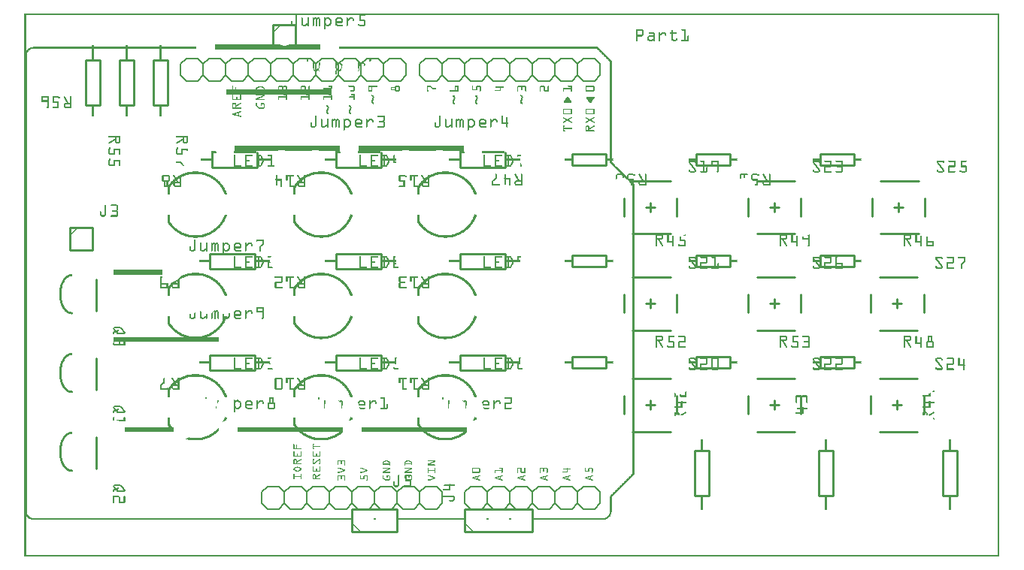
<source format=gto>
G04 MADE WITH FRITZING*
G04 WWW.FRITZING.ORG*
G04 DOUBLE SIDED*
G04 HOLES PLATED*
G04 CONTOUR ON CENTER OF CONTOUR VECTOR*
%ASAXBY*%
%FSLAX23Y23*%
%MOIN*%
%OFA0B0*%
%SFA1.0B1.0*%
%ADD10C,0.010000*%
%ADD11C,0.006000*%
%ADD12R,0.001000X0.001000*%
%LNSILK1*%
G90*
G70*
G54D10*
X2130Y1729D02*
X1930Y1729D01*
D02*
X1930Y1729D02*
X1930Y1795D01*
D02*
X2130Y1795D02*
X2130Y1729D01*
D02*
X1580Y1729D02*
X1380Y1729D01*
D02*
X1380Y1729D02*
X1380Y1795D01*
D02*
X1580Y1795D02*
X1580Y1729D01*
D02*
X2130Y1279D02*
X1930Y1279D01*
D02*
X1930Y1279D02*
X1930Y1345D01*
D02*
X1930Y1345D02*
X2130Y1345D01*
D02*
X2130Y1345D02*
X2130Y1279D01*
D02*
X1580Y1279D02*
X1380Y1279D01*
D02*
X1380Y1279D02*
X1380Y1345D01*
D02*
X1380Y1345D02*
X1580Y1345D01*
D02*
X1580Y1345D02*
X1580Y1279D01*
D02*
X1023Y1279D02*
X823Y1279D01*
D02*
X823Y1279D02*
X823Y1345D01*
D02*
X823Y1345D02*
X1023Y1345D01*
D02*
X1023Y1345D02*
X1023Y1279D01*
D02*
X1030Y1729D02*
X830Y1729D01*
D02*
X830Y1729D02*
X830Y1795D01*
D02*
X1030Y1795D02*
X1030Y1729D01*
D02*
X2130Y829D02*
X1930Y829D01*
D02*
X1930Y829D02*
X1930Y895D01*
D02*
X1930Y895D02*
X2130Y895D01*
D02*
X2130Y895D02*
X2130Y829D01*
D02*
X1580Y829D02*
X1380Y829D01*
D02*
X1380Y829D02*
X1380Y895D01*
D02*
X1380Y895D02*
X1580Y895D01*
D02*
X1580Y895D02*
X1580Y829D01*
D02*
X1023Y829D02*
X823Y829D01*
D02*
X823Y829D02*
X823Y895D01*
D02*
X823Y895D02*
X1023Y895D01*
D02*
X1023Y895D02*
X1023Y829D01*
D02*
X317Y882D02*
X317Y742D01*
D02*
X317Y532D02*
X317Y392D01*
D02*
X317Y1232D02*
X317Y1092D01*
D02*
X1103Y2362D02*
X1103Y2262D01*
D02*
X1103Y2262D02*
X1203Y2262D01*
D02*
X1203Y2262D02*
X1203Y2362D01*
D02*
X1203Y2362D02*
X1103Y2362D01*
D02*
X2893Y1591D02*
X2893Y1512D01*
D02*
X2696Y1669D02*
X2864Y1669D01*
D02*
X2696Y1433D02*
X2864Y1433D01*
D02*
X2657Y1591D02*
X2657Y1512D01*
D02*
X2775Y1571D02*
X2775Y1531D01*
D02*
X2795Y1551D02*
X2755Y1551D01*
D02*
X2893Y713D02*
X2893Y635D01*
D02*
X2696Y792D02*
X2864Y792D01*
D02*
X2696Y556D02*
X2864Y556D01*
D02*
X2657Y713D02*
X2657Y635D01*
D02*
X2775Y694D02*
X2775Y654D01*
D02*
X2795Y674D02*
X2755Y674D01*
D02*
X2893Y1163D02*
X2893Y1085D01*
D02*
X2696Y1242D02*
X2864Y1242D01*
D02*
X2696Y1006D02*
X2864Y1006D01*
D02*
X2657Y1163D02*
X2657Y1085D01*
D02*
X2775Y1144D02*
X2775Y1104D01*
D02*
X2795Y1124D02*
X2755Y1124D01*
D02*
X3443Y713D02*
X3443Y635D01*
D02*
X3247Y792D02*
X3414Y792D01*
D02*
X3247Y556D02*
X3414Y556D01*
D02*
X3207Y713D02*
X3207Y635D01*
D02*
X3325Y694D02*
X3325Y654D01*
D02*
X3345Y674D02*
X3306Y674D01*
D02*
X3443Y1591D02*
X3443Y1512D01*
D02*
X3247Y1669D02*
X3414Y1669D01*
D02*
X3247Y1433D02*
X3414Y1433D01*
D02*
X3207Y1591D02*
X3207Y1512D01*
D02*
X3325Y1571D02*
X3325Y1531D01*
D02*
X3345Y1551D02*
X3306Y1551D01*
D02*
X3987Y713D02*
X3987Y635D01*
D02*
X3790Y792D02*
X3958Y792D01*
D02*
X3790Y556D02*
X3958Y556D01*
D02*
X3751Y713D02*
X3751Y635D01*
D02*
X3869Y694D02*
X3869Y654D01*
D02*
X3889Y674D02*
X3849Y674D01*
D02*
X3993Y1591D02*
X3993Y1512D01*
D02*
X3796Y1669D02*
X3964Y1669D01*
D02*
X3796Y1433D02*
X3964Y1433D01*
D02*
X3757Y1591D02*
X3757Y1512D01*
D02*
X3875Y1571D02*
X3875Y1531D01*
D02*
X3895Y1551D02*
X3855Y1551D01*
D02*
X3443Y1163D02*
X3443Y1085D01*
D02*
X3247Y1242D02*
X3414Y1242D01*
D02*
X3247Y1006D02*
X3414Y1006D01*
D02*
X3207Y1163D02*
X3207Y1085D01*
D02*
X3325Y1144D02*
X3325Y1104D01*
D02*
X3345Y1124D02*
X3306Y1124D01*
D02*
X3987Y1163D02*
X3987Y1085D01*
D02*
X3790Y1242D02*
X3958Y1242D01*
D02*
X3790Y1006D02*
X3958Y1006D01*
D02*
X3751Y1163D02*
X3751Y1085D01*
D02*
X3869Y1144D02*
X3869Y1104D01*
D02*
X3889Y1124D02*
X3849Y1124D01*
D02*
X2970Y272D02*
X2970Y472D01*
D02*
X2970Y472D02*
X3036Y472D01*
D02*
X3036Y472D02*
X3036Y272D01*
D02*
X3036Y272D02*
X2970Y272D01*
D02*
X3520Y272D02*
X3520Y472D01*
D02*
X3520Y472D02*
X3586Y472D01*
D02*
X3586Y472D02*
X3586Y272D01*
D02*
X3586Y272D02*
X3520Y272D01*
D02*
X4070Y272D02*
X4070Y472D01*
D02*
X4070Y472D02*
X4136Y472D01*
D02*
X4136Y472D02*
X4136Y272D01*
D02*
X4136Y272D02*
X4070Y272D01*
D02*
X2427Y1337D02*
X2577Y1337D01*
D02*
X2577Y1337D02*
X2577Y1287D01*
D02*
X2577Y1287D02*
X2427Y1287D01*
D02*
X2427Y1287D02*
X2427Y1337D01*
D02*
X3527Y1337D02*
X3677Y1337D01*
D02*
X3677Y1337D02*
X3677Y1287D01*
D02*
X3677Y1287D02*
X3527Y1287D01*
D02*
X3527Y1287D02*
X3527Y1337D01*
D02*
X2578Y1738D02*
X2428Y1738D01*
D02*
X2428Y1738D02*
X2428Y1788D01*
D02*
X2428Y1788D02*
X2578Y1788D01*
D02*
X2578Y1788D02*
X2578Y1738D01*
D02*
X3527Y887D02*
X3677Y887D01*
D02*
X3677Y887D02*
X3677Y837D01*
D02*
X3677Y837D02*
X3527Y837D01*
D02*
X3527Y837D02*
X3527Y887D01*
D02*
X2977Y1337D02*
X3127Y1337D01*
D02*
X3127Y1337D02*
X3127Y1287D01*
D02*
X3127Y1287D02*
X2977Y1287D01*
D02*
X2977Y1287D02*
X2977Y1337D01*
D02*
X3128Y1738D02*
X2978Y1738D01*
D02*
X2978Y1738D02*
X2978Y1788D01*
D02*
X2978Y1788D02*
X3128Y1788D01*
D02*
X3128Y1788D02*
X3128Y1738D01*
D02*
X3678Y1738D02*
X3528Y1738D01*
D02*
X3528Y1738D02*
X3528Y1788D01*
D02*
X3528Y1788D02*
X3678Y1788D01*
D02*
X3678Y1788D02*
X3678Y1738D01*
D02*
X2427Y887D02*
X2577Y887D01*
D02*
X2577Y887D02*
X2577Y837D01*
D02*
X2577Y837D02*
X2427Y837D01*
D02*
X2427Y837D02*
X2427Y887D01*
D02*
X2977Y887D02*
X3127Y887D01*
D02*
X3127Y887D02*
X3127Y837D01*
D02*
X3127Y837D02*
X2977Y837D01*
D02*
X2977Y837D02*
X2977Y887D01*
D02*
X203Y1462D02*
X203Y1362D01*
D02*
X203Y1362D02*
X303Y1362D01*
D02*
X303Y1362D02*
X303Y1462D01*
D02*
X303Y1462D02*
X203Y1462D01*
D02*
X1953Y112D02*
X2253Y112D01*
D02*
X2253Y112D02*
X2253Y212D01*
D02*
X2253Y212D02*
X1953Y212D01*
D02*
X1953Y212D02*
X1953Y112D01*
D02*
X1453Y112D02*
X1653Y112D01*
D02*
X1653Y112D02*
X1653Y212D01*
D02*
X1653Y212D02*
X1453Y212D01*
D02*
X1453Y212D02*
X1453Y112D01*
D02*
X336Y2203D02*
X336Y2003D01*
D02*
X336Y2003D02*
X270Y2003D01*
D02*
X270Y2003D02*
X270Y2203D01*
D02*
X270Y2203D02*
X336Y2203D01*
D02*
X636Y2203D02*
X636Y2003D01*
D02*
X636Y2003D02*
X570Y2003D01*
D02*
X570Y2003D02*
X570Y2203D01*
D02*
X570Y2203D02*
X636Y2203D01*
G54D11*
D02*
X2278Y312D02*
X2328Y312D01*
D02*
X2328Y312D02*
X2353Y287D01*
D02*
X2353Y287D02*
X2353Y237D01*
D02*
X2353Y237D02*
X2328Y212D01*
D02*
X2353Y287D02*
X2378Y312D01*
D02*
X2378Y312D02*
X2428Y312D01*
D02*
X2428Y312D02*
X2453Y287D01*
D02*
X2453Y287D02*
X2453Y237D01*
D02*
X2453Y237D02*
X2428Y212D01*
D02*
X2428Y212D02*
X2378Y212D01*
D02*
X2378Y212D02*
X2353Y237D01*
D02*
X2153Y287D02*
X2178Y312D01*
D02*
X2178Y312D02*
X2228Y312D01*
D02*
X2228Y312D02*
X2253Y287D01*
D02*
X2253Y287D02*
X2253Y237D01*
D02*
X2253Y237D02*
X2228Y212D01*
D02*
X2228Y212D02*
X2178Y212D01*
D02*
X2178Y212D02*
X2153Y237D01*
D02*
X2278Y312D02*
X2253Y287D01*
D02*
X2253Y237D02*
X2278Y212D01*
D02*
X2328Y212D02*
X2278Y212D01*
D02*
X1978Y312D02*
X2028Y312D01*
D02*
X2028Y312D02*
X2053Y287D01*
D02*
X2053Y287D02*
X2053Y237D01*
D02*
X2053Y237D02*
X2028Y212D01*
D02*
X2053Y287D02*
X2078Y312D01*
D02*
X2078Y312D02*
X2128Y312D01*
D02*
X2128Y312D02*
X2153Y287D01*
D02*
X2153Y287D02*
X2153Y237D01*
D02*
X2153Y237D02*
X2128Y212D01*
D02*
X2128Y212D02*
X2078Y212D01*
D02*
X2078Y212D02*
X2053Y237D01*
D02*
X1953Y287D02*
X1953Y237D01*
D02*
X1978Y312D02*
X1953Y287D01*
D02*
X1953Y237D02*
X1978Y212D01*
D02*
X2028Y212D02*
X1978Y212D01*
D02*
X2478Y312D02*
X2528Y312D01*
D02*
X2528Y312D02*
X2553Y287D01*
D02*
X2553Y287D02*
X2553Y237D01*
D02*
X2553Y237D02*
X2528Y212D01*
D02*
X2478Y312D02*
X2453Y287D01*
D02*
X2453Y237D02*
X2478Y212D01*
D02*
X2528Y212D02*
X2478Y212D01*
D02*
X868Y2112D02*
X818Y2112D01*
D02*
X1068Y2112D02*
X1018Y2112D01*
D02*
X968Y2112D02*
X918Y2112D01*
D02*
X1168Y2112D02*
X1118Y2112D01*
D02*
X1368Y2112D02*
X1318Y2112D01*
D02*
X1268Y2112D02*
X1218Y2112D01*
D02*
X1468Y2112D02*
X1418Y2112D01*
D02*
X1668Y2112D02*
X1618Y2112D01*
D02*
X1568Y2112D02*
X1518Y2112D01*
D02*
X768Y2112D02*
X718Y2112D01*
D02*
X893Y2137D02*
X868Y2112D01*
D02*
X818Y2112D02*
X793Y2137D01*
D02*
X793Y2137D02*
X793Y2187D01*
D02*
X793Y2187D02*
X818Y2212D01*
D02*
X818Y2212D02*
X868Y2212D01*
D02*
X868Y2212D02*
X893Y2187D01*
D02*
X1018Y2112D02*
X993Y2137D01*
D02*
X993Y2137D02*
X993Y2187D01*
D02*
X993Y2187D02*
X1018Y2212D01*
D02*
X993Y2137D02*
X968Y2112D01*
D02*
X918Y2112D02*
X893Y2137D01*
D02*
X893Y2137D02*
X893Y2187D01*
D02*
X893Y2187D02*
X918Y2212D01*
D02*
X918Y2212D02*
X968Y2212D01*
D02*
X968Y2212D02*
X993Y2187D01*
D02*
X1193Y2137D02*
X1168Y2112D01*
D02*
X1118Y2112D02*
X1093Y2137D01*
D02*
X1093Y2137D02*
X1093Y2187D01*
D02*
X1093Y2187D02*
X1118Y2212D01*
D02*
X1118Y2212D02*
X1168Y2212D01*
D02*
X1168Y2212D02*
X1193Y2187D01*
D02*
X1068Y2112D02*
X1093Y2137D01*
D02*
X1093Y2187D02*
X1068Y2212D01*
D02*
X1018Y2212D02*
X1068Y2212D01*
D02*
X1318Y2112D02*
X1293Y2137D01*
D02*
X1293Y2137D02*
X1293Y2187D01*
D02*
X1293Y2187D02*
X1318Y2212D01*
D02*
X1293Y2137D02*
X1268Y2112D01*
D02*
X1218Y2112D02*
X1193Y2137D01*
D02*
X1193Y2137D02*
X1193Y2187D01*
D02*
X1193Y2187D02*
X1218Y2212D01*
D02*
X1218Y2212D02*
X1268Y2212D01*
D02*
X1268Y2212D02*
X1293Y2187D01*
D02*
X1493Y2137D02*
X1468Y2112D01*
D02*
X1418Y2112D02*
X1393Y2137D01*
D02*
X1393Y2137D02*
X1393Y2187D01*
D02*
X1393Y2187D02*
X1418Y2212D01*
D02*
X1418Y2212D02*
X1468Y2212D01*
D02*
X1468Y2212D02*
X1493Y2187D01*
D02*
X1368Y2112D02*
X1393Y2137D01*
D02*
X1393Y2187D02*
X1368Y2212D01*
D02*
X1318Y2212D02*
X1368Y2212D01*
D02*
X1618Y2112D02*
X1593Y2137D01*
D02*
X1593Y2137D02*
X1593Y2187D01*
D02*
X1593Y2187D02*
X1618Y2212D01*
D02*
X1593Y2137D02*
X1568Y2112D01*
D02*
X1518Y2112D02*
X1493Y2137D01*
D02*
X1493Y2137D02*
X1493Y2187D01*
D02*
X1493Y2187D02*
X1518Y2212D01*
D02*
X1518Y2212D02*
X1568Y2212D01*
D02*
X1568Y2212D02*
X1593Y2187D01*
D02*
X1693Y2137D02*
X1693Y2187D01*
D02*
X1668Y2112D02*
X1693Y2137D01*
D02*
X1693Y2187D02*
X1668Y2212D01*
D02*
X1618Y2212D02*
X1668Y2212D01*
D02*
X718Y2112D02*
X693Y2137D01*
D02*
X693Y2137D02*
X693Y2187D01*
D02*
X693Y2187D02*
X718Y2212D01*
D02*
X768Y2112D02*
X793Y2137D01*
D02*
X793Y2187D02*
X768Y2212D01*
D02*
X718Y2212D02*
X768Y2212D01*
D02*
X1928Y2112D02*
X1878Y2112D01*
D02*
X1878Y2112D02*
X1853Y2137D01*
D02*
X1853Y2137D02*
X1853Y2187D01*
D02*
X1853Y2187D02*
X1878Y2212D01*
D02*
X2053Y2137D02*
X2028Y2112D01*
D02*
X2028Y2112D02*
X1978Y2112D01*
D02*
X1978Y2112D02*
X1953Y2137D01*
D02*
X1953Y2137D02*
X1953Y2187D01*
D02*
X1953Y2187D02*
X1978Y2212D01*
D02*
X1978Y2212D02*
X2028Y2212D01*
D02*
X2028Y2212D02*
X2053Y2187D01*
D02*
X1928Y2112D02*
X1953Y2137D01*
D02*
X1953Y2187D02*
X1928Y2212D01*
D02*
X1878Y2212D02*
X1928Y2212D01*
D02*
X2228Y2112D02*
X2178Y2112D01*
D02*
X2178Y2112D02*
X2153Y2137D01*
D02*
X2153Y2137D02*
X2153Y2187D01*
D02*
X2153Y2187D02*
X2178Y2212D01*
D02*
X2153Y2137D02*
X2128Y2112D01*
D02*
X2128Y2112D02*
X2078Y2112D01*
D02*
X2078Y2112D02*
X2053Y2137D01*
D02*
X2053Y2137D02*
X2053Y2187D01*
D02*
X2053Y2187D02*
X2078Y2212D01*
D02*
X2078Y2212D02*
X2128Y2212D01*
D02*
X2128Y2212D02*
X2153Y2187D01*
D02*
X2353Y2137D02*
X2328Y2112D01*
D02*
X2328Y2112D02*
X2278Y2112D01*
D02*
X2278Y2112D02*
X2253Y2137D01*
D02*
X2253Y2137D02*
X2253Y2187D01*
D02*
X2253Y2187D02*
X2278Y2212D01*
D02*
X2278Y2212D02*
X2328Y2212D01*
D02*
X2328Y2212D02*
X2353Y2187D01*
D02*
X2228Y2112D02*
X2253Y2137D01*
D02*
X2253Y2187D02*
X2228Y2212D01*
D02*
X2178Y2212D02*
X2228Y2212D01*
D02*
X2528Y2112D02*
X2478Y2112D01*
D02*
X2478Y2112D02*
X2453Y2137D01*
D02*
X2453Y2137D02*
X2453Y2187D01*
D02*
X2453Y2187D02*
X2478Y2212D01*
D02*
X2453Y2137D02*
X2428Y2112D01*
D02*
X2428Y2112D02*
X2378Y2112D01*
D02*
X2378Y2112D02*
X2353Y2137D01*
D02*
X2353Y2137D02*
X2353Y2187D01*
D02*
X2353Y2187D02*
X2378Y2212D01*
D02*
X2378Y2212D02*
X2428Y2212D01*
D02*
X2428Y2212D02*
X2453Y2187D01*
D02*
X2553Y2137D02*
X2553Y2187D01*
D02*
X2528Y2112D02*
X2553Y2137D01*
D02*
X2553Y2187D02*
X2528Y2212D01*
D02*
X2478Y2212D02*
X2528Y2212D01*
D02*
X1828Y2112D02*
X1778Y2112D01*
D02*
X1778Y2112D02*
X1753Y2137D01*
D02*
X1753Y2137D02*
X1753Y2187D01*
D02*
X1753Y2187D02*
X1778Y2212D01*
D02*
X1828Y2112D02*
X1853Y2137D01*
D02*
X1853Y2187D02*
X1828Y2212D01*
D02*
X1778Y2212D02*
X1828Y2212D01*
D02*
X1678Y312D02*
X1728Y312D01*
D02*
X1728Y312D02*
X1753Y287D01*
D02*
X1753Y287D02*
X1753Y237D01*
D02*
X1753Y237D02*
X1728Y212D01*
D02*
X1553Y287D02*
X1578Y312D01*
D02*
X1578Y312D02*
X1628Y312D01*
D02*
X1628Y312D02*
X1653Y287D01*
D02*
X1653Y287D02*
X1653Y237D01*
D02*
X1653Y237D02*
X1628Y212D01*
D02*
X1628Y212D02*
X1578Y212D01*
D02*
X1578Y212D02*
X1553Y237D01*
D02*
X1678Y312D02*
X1653Y287D01*
D02*
X1653Y237D02*
X1678Y212D01*
D02*
X1728Y212D02*
X1678Y212D01*
D02*
X1378Y312D02*
X1428Y312D01*
D02*
X1428Y312D02*
X1453Y287D01*
D02*
X1453Y287D02*
X1453Y237D01*
D02*
X1453Y237D02*
X1428Y212D01*
D02*
X1453Y287D02*
X1478Y312D01*
D02*
X1478Y312D02*
X1528Y312D01*
D02*
X1528Y312D02*
X1553Y287D01*
D02*
X1553Y287D02*
X1553Y237D01*
D02*
X1553Y237D02*
X1528Y212D01*
D02*
X1528Y212D02*
X1478Y212D01*
D02*
X1478Y212D02*
X1453Y237D01*
D02*
X1253Y287D02*
X1278Y312D01*
D02*
X1278Y312D02*
X1328Y312D01*
D02*
X1328Y312D02*
X1353Y287D01*
D02*
X1353Y287D02*
X1353Y237D01*
D02*
X1353Y237D02*
X1328Y212D01*
D02*
X1328Y212D02*
X1278Y212D01*
D02*
X1278Y212D02*
X1253Y237D01*
D02*
X1378Y312D02*
X1353Y287D01*
D02*
X1353Y237D02*
X1378Y212D01*
D02*
X1428Y212D02*
X1378Y212D01*
D02*
X1078Y312D02*
X1128Y312D01*
D02*
X1128Y312D02*
X1153Y287D01*
D02*
X1153Y287D02*
X1153Y237D01*
D02*
X1153Y237D02*
X1128Y212D01*
D02*
X1153Y287D02*
X1178Y312D01*
D02*
X1178Y312D02*
X1228Y312D01*
D02*
X1228Y312D02*
X1253Y287D01*
D02*
X1253Y287D02*
X1253Y237D01*
D02*
X1253Y237D02*
X1228Y212D01*
D02*
X1228Y212D02*
X1178Y212D01*
D02*
X1178Y212D02*
X1153Y237D01*
D02*
X1053Y287D02*
X1053Y237D01*
D02*
X1078Y312D02*
X1053Y287D01*
D02*
X1053Y237D02*
X1078Y212D01*
D02*
X1128Y212D02*
X1078Y212D01*
D02*
X1778Y312D02*
X1828Y312D01*
D02*
X1828Y312D02*
X1853Y287D01*
D02*
X1853Y287D02*
X1853Y237D01*
D02*
X1853Y237D02*
X1828Y212D01*
D02*
X1778Y312D02*
X1753Y287D01*
D02*
X1753Y237D02*
X1778Y212D01*
D02*
X1828Y212D02*
X1778Y212D01*
G54D10*
D02*
X486Y2203D02*
X486Y2003D01*
D02*
X486Y2003D02*
X420Y2003D01*
D02*
X420Y2003D02*
X420Y2203D01*
D02*
X420Y2203D02*
X486Y2203D01*
G54D12*
X0Y2411D02*
X4322Y2411D01*
X0Y2410D02*
X4322Y2410D01*
X0Y2409D02*
X4322Y2409D01*
X0Y2408D02*
X4322Y2408D01*
X0Y2407D02*
X4322Y2407D01*
X0Y2406D02*
X4322Y2406D01*
X0Y2405D02*
X4322Y2405D01*
X0Y2404D02*
X4322Y2404D01*
X0Y2403D02*
X7Y2403D01*
X1201Y2403D02*
X1207Y2403D01*
X1484Y2403D02*
X1510Y2403D01*
X4315Y2403D02*
X4322Y2403D01*
X0Y2402D02*
X7Y2402D01*
X1201Y2402D02*
X1207Y2402D01*
X1484Y2402D02*
X1508Y2402D01*
X4315Y2402D02*
X4322Y2402D01*
X0Y2401D02*
X7Y2401D01*
X1201Y2401D02*
X1207Y2401D01*
X1484Y2401D02*
X1490Y2401D01*
X4315Y2401D02*
X4322Y2401D01*
X0Y2400D02*
X7Y2400D01*
X1201Y2400D02*
X1207Y2400D01*
X1484Y2400D02*
X1490Y2400D01*
X4315Y2400D02*
X4322Y2400D01*
X0Y2399D02*
X7Y2399D01*
X1201Y2399D02*
X1207Y2399D01*
X1484Y2399D02*
X1490Y2399D01*
X4315Y2399D02*
X4322Y2399D01*
X0Y2398D02*
X7Y2398D01*
X1201Y2398D02*
X1207Y2398D01*
X1484Y2398D02*
X1490Y2398D01*
X4315Y2398D02*
X4322Y2398D01*
X0Y2397D02*
X7Y2397D01*
X1201Y2397D02*
X1207Y2397D01*
X1484Y2397D02*
X1490Y2397D01*
X4315Y2397D02*
X4322Y2397D01*
X0Y2396D02*
X7Y2396D01*
X1201Y2396D02*
X1207Y2396D01*
X1484Y2396D02*
X1490Y2396D01*
X4315Y2396D02*
X4322Y2396D01*
X0Y2395D02*
X7Y2395D01*
X1201Y2395D02*
X1207Y2395D01*
X1329Y2395D02*
X1332Y2395D01*
X1340Y2395D02*
X1348Y2395D01*
X1484Y2395D02*
X1490Y2395D01*
X4315Y2395D02*
X4322Y2395D01*
X0Y2394D02*
X7Y2394D01*
X1201Y2394D02*
X1207Y2394D01*
X1230Y2394D02*
X1231Y2394D01*
X1257Y2394D02*
X1258Y2394D01*
X1279Y2394D02*
X1280Y2394D01*
X1288Y2394D02*
X1290Y2394D01*
X1328Y2394D02*
X1333Y2394D01*
X1338Y2394D02*
X1350Y2394D01*
X1388Y2394D02*
X1400Y2394D01*
X1430Y2394D02*
X1431Y2394D01*
X1444Y2394D02*
X1452Y2394D01*
X1484Y2394D02*
X1490Y2394D01*
X4315Y2394D02*
X4322Y2394D01*
X0Y2393D02*
X7Y2393D01*
X1201Y2393D02*
X1207Y2393D01*
X1228Y2393D02*
X1232Y2393D01*
X1256Y2393D02*
X1260Y2393D01*
X1278Y2393D02*
X1282Y2393D01*
X1285Y2393D02*
X1293Y2393D01*
X1299Y2393D02*
X1306Y2393D01*
X1327Y2393D02*
X1333Y2393D01*
X1337Y2393D02*
X1351Y2393D01*
X1385Y2393D02*
X1403Y2393D01*
X1428Y2393D02*
X1432Y2393D01*
X1442Y2393D02*
X1455Y2393D01*
X1484Y2393D02*
X1490Y2393D01*
X4315Y2393D02*
X4322Y2393D01*
X0Y2392D02*
X7Y2392D01*
X1201Y2392D02*
X1207Y2392D01*
X1228Y2392D02*
X1233Y2392D01*
X1255Y2392D02*
X1261Y2392D01*
X1277Y2392D02*
X1294Y2392D01*
X1298Y2392D02*
X1307Y2392D01*
X1327Y2392D02*
X1333Y2392D01*
X1336Y2392D02*
X1353Y2392D01*
X1384Y2392D02*
X1404Y2392D01*
X1428Y2392D02*
X1433Y2392D01*
X1441Y2392D02*
X1457Y2392D01*
X1484Y2392D02*
X1490Y2392D01*
X4315Y2392D02*
X4322Y2392D01*
X0Y2391D02*
X7Y2391D01*
X1201Y2391D02*
X1207Y2391D01*
X1227Y2391D02*
X1233Y2391D01*
X1255Y2391D02*
X1261Y2391D01*
X1277Y2391D02*
X1308Y2391D01*
X1327Y2391D02*
X1333Y2391D01*
X1335Y2391D02*
X1354Y2391D01*
X1383Y2391D02*
X1406Y2391D01*
X1427Y2391D02*
X1433Y2391D01*
X1440Y2391D02*
X1458Y2391D01*
X1484Y2391D02*
X1490Y2391D01*
X4315Y2391D02*
X4322Y2391D01*
X0Y2390D02*
X7Y2390D01*
X1201Y2390D02*
X1207Y2390D01*
X1227Y2390D02*
X1233Y2390D01*
X1255Y2390D02*
X1261Y2390D01*
X1277Y2390D02*
X1309Y2390D01*
X1327Y2390D02*
X1355Y2390D01*
X1382Y2390D02*
X1407Y2390D01*
X1427Y2390D02*
X1433Y2390D01*
X1438Y2390D02*
X1459Y2390D01*
X1484Y2390D02*
X1490Y2390D01*
X4315Y2390D02*
X4322Y2390D01*
X0Y2389D02*
X7Y2389D01*
X1201Y2389D02*
X1207Y2389D01*
X1227Y2389D02*
X1233Y2389D01*
X1255Y2389D02*
X1261Y2389D01*
X1277Y2389D02*
X1310Y2389D01*
X1327Y2389D02*
X1356Y2389D01*
X1380Y2389D02*
X1408Y2389D01*
X1427Y2389D02*
X1433Y2389D01*
X1437Y2389D02*
X1459Y2389D01*
X1484Y2389D02*
X1490Y2389D01*
X4315Y2389D02*
X4322Y2389D01*
X0Y2388D02*
X7Y2388D01*
X1201Y2388D02*
X1207Y2388D01*
X1227Y2388D02*
X1233Y2388D01*
X1255Y2388D02*
X1261Y2388D01*
X1277Y2388D02*
X1310Y2388D01*
X1327Y2388D02*
X1341Y2388D01*
X1347Y2388D02*
X1357Y2388D01*
X1380Y2388D02*
X1409Y2388D01*
X1427Y2388D02*
X1433Y2388D01*
X1436Y2388D02*
X1460Y2388D01*
X1484Y2388D02*
X1490Y2388D01*
X4315Y2388D02*
X4322Y2388D01*
X0Y2387D02*
X7Y2387D01*
X1201Y2387D02*
X1207Y2387D01*
X1227Y2387D02*
X1233Y2387D01*
X1255Y2387D02*
X1261Y2387D01*
X1277Y2387D02*
X1288Y2387D01*
X1290Y2387D02*
X1302Y2387D01*
X1304Y2387D02*
X1310Y2387D01*
X1327Y2387D02*
X1340Y2387D01*
X1349Y2387D02*
X1358Y2387D01*
X1379Y2387D02*
X1388Y2387D01*
X1400Y2387D02*
X1409Y2387D01*
X1427Y2387D02*
X1445Y2387D01*
X1452Y2387D02*
X1460Y2387D01*
X1484Y2387D02*
X1490Y2387D01*
X4315Y2387D02*
X4322Y2387D01*
X0Y2386D02*
X7Y2386D01*
X1201Y2386D02*
X1207Y2386D01*
X1227Y2386D02*
X1233Y2386D01*
X1255Y2386D02*
X1261Y2386D01*
X1277Y2386D02*
X1287Y2386D01*
X1291Y2386D02*
X1300Y2386D01*
X1304Y2386D02*
X1310Y2386D01*
X1327Y2386D02*
X1339Y2386D01*
X1350Y2386D02*
X1359Y2386D01*
X1378Y2386D02*
X1387Y2386D01*
X1402Y2386D02*
X1410Y2386D01*
X1427Y2386D02*
X1444Y2386D01*
X1454Y2386D02*
X1461Y2386D01*
X1484Y2386D02*
X1490Y2386D01*
X4315Y2386D02*
X4322Y2386D01*
X0Y2385D02*
X7Y2385D01*
X1201Y2385D02*
X1207Y2385D01*
X1228Y2385D02*
X1233Y2385D01*
X1255Y2385D02*
X1261Y2385D01*
X1277Y2385D02*
X1286Y2385D01*
X1291Y2385D02*
X1299Y2385D01*
X1304Y2385D02*
X1310Y2385D01*
X1327Y2385D02*
X1338Y2385D01*
X1351Y2385D02*
X1360Y2385D01*
X1378Y2385D02*
X1385Y2385D01*
X1403Y2385D02*
X1410Y2385D01*
X1427Y2385D02*
X1442Y2385D01*
X1455Y2385D02*
X1461Y2385D01*
X1484Y2385D02*
X1506Y2385D01*
X4315Y2385D02*
X4322Y2385D01*
X0Y2384D02*
X7Y2384D01*
X1201Y2384D02*
X1207Y2384D01*
X1228Y2384D02*
X1234Y2384D01*
X1255Y2384D02*
X1261Y2384D01*
X1277Y2384D02*
X1284Y2384D01*
X1291Y2384D02*
X1298Y2384D01*
X1304Y2384D02*
X1310Y2384D01*
X1327Y2384D02*
X1337Y2384D01*
X1352Y2384D02*
X1360Y2384D01*
X1378Y2384D02*
X1384Y2384D01*
X1404Y2384D02*
X1411Y2384D01*
X1427Y2384D02*
X1441Y2384D01*
X1455Y2384D02*
X1461Y2384D01*
X1484Y2384D02*
X1508Y2384D01*
X4315Y2384D02*
X4322Y2384D01*
X0Y2383D02*
X7Y2383D01*
X1201Y2383D02*
X1207Y2383D01*
X1228Y2383D02*
X1234Y2383D01*
X1255Y2383D02*
X1261Y2383D01*
X1277Y2383D02*
X1283Y2383D01*
X1291Y2383D02*
X1297Y2383D01*
X1305Y2383D02*
X1310Y2383D01*
X1327Y2383D02*
X1336Y2383D01*
X1353Y2383D02*
X1361Y2383D01*
X1377Y2383D02*
X1384Y2383D01*
X1405Y2383D02*
X1411Y2383D01*
X1427Y2383D02*
X1440Y2383D01*
X1455Y2383D02*
X1461Y2383D01*
X1484Y2383D02*
X1509Y2383D01*
X4315Y2383D02*
X4322Y2383D01*
X0Y2382D02*
X7Y2382D01*
X1201Y2382D02*
X1207Y2382D01*
X1228Y2382D02*
X1234Y2382D01*
X1255Y2382D02*
X1261Y2382D01*
X1277Y2382D02*
X1283Y2382D01*
X1291Y2382D02*
X1297Y2382D01*
X1305Y2382D02*
X1311Y2382D01*
X1327Y2382D02*
X1335Y2382D01*
X1354Y2382D02*
X1361Y2382D01*
X1377Y2382D02*
X1383Y2382D01*
X1405Y2382D02*
X1411Y2382D01*
X1427Y2382D02*
X1439Y2382D01*
X1455Y2382D02*
X1461Y2382D01*
X1484Y2382D02*
X1510Y2382D01*
X4315Y2382D02*
X4322Y2382D01*
X0Y2381D02*
X7Y2381D01*
X1201Y2381D02*
X1207Y2381D01*
X1228Y2381D02*
X1234Y2381D01*
X1255Y2381D02*
X1261Y2381D01*
X1277Y2381D02*
X1283Y2381D01*
X1291Y2381D02*
X1297Y2381D01*
X1305Y2381D02*
X1311Y2381D01*
X1327Y2381D02*
X1334Y2381D01*
X1355Y2381D02*
X1361Y2381D01*
X1377Y2381D02*
X1383Y2381D01*
X1405Y2381D02*
X1411Y2381D01*
X1427Y2381D02*
X1438Y2381D01*
X1455Y2381D02*
X1461Y2381D01*
X1484Y2381D02*
X1510Y2381D01*
X4315Y2381D02*
X4322Y2381D01*
X0Y2380D02*
X7Y2380D01*
X1201Y2380D02*
X1207Y2380D01*
X1228Y2380D02*
X1234Y2380D01*
X1255Y2380D02*
X1261Y2380D01*
X1277Y2380D02*
X1283Y2380D01*
X1291Y2380D02*
X1297Y2380D01*
X1305Y2380D02*
X1311Y2380D01*
X1327Y2380D02*
X1334Y2380D01*
X1355Y2380D02*
X1361Y2380D01*
X1377Y2380D02*
X1383Y2380D01*
X1405Y2380D02*
X1411Y2380D01*
X1427Y2380D02*
X1437Y2380D01*
X1455Y2380D02*
X1460Y2380D01*
X1484Y2380D02*
X1511Y2380D01*
X4315Y2380D02*
X4322Y2380D01*
X0Y2379D02*
X7Y2379D01*
X1183Y2379D02*
X1185Y2379D01*
X1201Y2379D02*
X1207Y2379D01*
X1228Y2379D02*
X1234Y2379D01*
X1255Y2379D02*
X1261Y2379D01*
X1277Y2379D02*
X1283Y2379D01*
X1291Y2379D02*
X1297Y2379D01*
X1305Y2379D02*
X1311Y2379D01*
X1327Y2379D02*
X1333Y2379D01*
X1355Y2379D02*
X1361Y2379D01*
X1377Y2379D02*
X1383Y2379D01*
X1405Y2379D02*
X1411Y2379D01*
X1427Y2379D02*
X1435Y2379D01*
X1456Y2379D02*
X1459Y2379D01*
X1484Y2379D02*
X1511Y2379D01*
X4315Y2379D02*
X4322Y2379D01*
X0Y2378D02*
X7Y2378D01*
X1182Y2378D02*
X1186Y2378D01*
X1201Y2378D02*
X1207Y2378D01*
X1228Y2378D02*
X1234Y2378D01*
X1255Y2378D02*
X1261Y2378D01*
X1277Y2378D02*
X1283Y2378D01*
X1291Y2378D02*
X1297Y2378D01*
X1305Y2378D02*
X1311Y2378D01*
X1327Y2378D02*
X1333Y2378D01*
X1355Y2378D02*
X1361Y2378D01*
X1377Y2378D02*
X1383Y2378D01*
X1405Y2378D02*
X1411Y2378D01*
X1427Y2378D02*
X1434Y2378D01*
X1505Y2378D02*
X1511Y2378D01*
X4315Y2378D02*
X4322Y2378D01*
X0Y2377D02*
X7Y2377D01*
X1181Y2377D02*
X1187Y2377D01*
X1201Y2377D02*
X1207Y2377D01*
X1228Y2377D02*
X1234Y2377D01*
X1255Y2377D02*
X1261Y2377D01*
X1277Y2377D02*
X1283Y2377D01*
X1291Y2377D02*
X1297Y2377D01*
X1305Y2377D02*
X1311Y2377D01*
X1327Y2377D02*
X1333Y2377D01*
X1355Y2377D02*
X1361Y2377D01*
X1377Y2377D02*
X1383Y2377D01*
X1405Y2377D02*
X1411Y2377D01*
X1427Y2377D02*
X1433Y2377D01*
X1505Y2377D02*
X1511Y2377D01*
X4315Y2377D02*
X4322Y2377D01*
X0Y2376D02*
X7Y2376D01*
X1181Y2376D02*
X1187Y2376D01*
X1201Y2376D02*
X1207Y2376D01*
X1228Y2376D02*
X1234Y2376D01*
X1255Y2376D02*
X1261Y2376D01*
X1277Y2376D02*
X1283Y2376D01*
X1291Y2376D02*
X1297Y2376D01*
X1305Y2376D02*
X1311Y2376D01*
X1327Y2376D02*
X1333Y2376D01*
X1355Y2376D02*
X1361Y2376D01*
X1377Y2376D02*
X1411Y2376D01*
X1427Y2376D02*
X1433Y2376D01*
X1505Y2376D02*
X1511Y2376D01*
X4315Y2376D02*
X4322Y2376D01*
X0Y2375D02*
X7Y2375D01*
X1181Y2375D02*
X1187Y2375D01*
X1201Y2375D02*
X1207Y2375D01*
X1228Y2375D02*
X1234Y2375D01*
X1255Y2375D02*
X1261Y2375D01*
X1277Y2375D02*
X1283Y2375D01*
X1291Y2375D02*
X1297Y2375D01*
X1305Y2375D02*
X1311Y2375D01*
X1327Y2375D02*
X1333Y2375D01*
X1355Y2375D02*
X1361Y2375D01*
X1377Y2375D02*
X1411Y2375D01*
X1427Y2375D02*
X1433Y2375D01*
X1505Y2375D02*
X1511Y2375D01*
X4315Y2375D02*
X4322Y2375D01*
X0Y2374D02*
X7Y2374D01*
X1181Y2374D02*
X1187Y2374D01*
X1201Y2374D02*
X1207Y2374D01*
X1228Y2374D02*
X1234Y2374D01*
X1255Y2374D02*
X1261Y2374D01*
X1277Y2374D02*
X1283Y2374D01*
X1291Y2374D02*
X1297Y2374D01*
X1305Y2374D02*
X1311Y2374D01*
X1327Y2374D02*
X1333Y2374D01*
X1355Y2374D02*
X1361Y2374D01*
X1377Y2374D02*
X1411Y2374D01*
X1427Y2374D02*
X1433Y2374D01*
X1505Y2374D02*
X1511Y2374D01*
X4315Y2374D02*
X4322Y2374D01*
X0Y2373D02*
X7Y2373D01*
X1181Y2373D02*
X1187Y2373D01*
X1201Y2373D02*
X1207Y2373D01*
X1228Y2373D02*
X1234Y2373D01*
X1255Y2373D02*
X1261Y2373D01*
X1277Y2373D02*
X1283Y2373D01*
X1291Y2373D02*
X1297Y2373D01*
X1305Y2373D02*
X1311Y2373D01*
X1327Y2373D02*
X1333Y2373D01*
X1355Y2373D02*
X1361Y2373D01*
X1377Y2373D02*
X1411Y2373D01*
X1427Y2373D02*
X1433Y2373D01*
X1505Y2373D02*
X1511Y2373D01*
X4315Y2373D02*
X4322Y2373D01*
X0Y2372D02*
X7Y2372D01*
X1181Y2372D02*
X1187Y2372D01*
X1201Y2372D02*
X1207Y2372D01*
X1228Y2372D02*
X1234Y2372D01*
X1255Y2372D02*
X1261Y2372D01*
X1277Y2372D02*
X1283Y2372D01*
X1291Y2372D02*
X1297Y2372D01*
X1305Y2372D02*
X1311Y2372D01*
X1327Y2372D02*
X1333Y2372D01*
X1355Y2372D02*
X1361Y2372D01*
X1377Y2372D02*
X1411Y2372D01*
X1427Y2372D02*
X1433Y2372D01*
X1505Y2372D02*
X1511Y2372D01*
X4315Y2372D02*
X4322Y2372D01*
X0Y2371D02*
X7Y2371D01*
X1181Y2371D02*
X1187Y2371D01*
X1201Y2371D02*
X1207Y2371D01*
X1228Y2371D02*
X1234Y2371D01*
X1255Y2371D02*
X1261Y2371D01*
X1277Y2371D02*
X1283Y2371D01*
X1291Y2371D02*
X1297Y2371D01*
X1305Y2371D02*
X1311Y2371D01*
X1327Y2371D02*
X1333Y2371D01*
X1355Y2371D02*
X1361Y2371D01*
X1377Y2371D02*
X1410Y2371D01*
X1427Y2371D02*
X1433Y2371D01*
X1505Y2371D02*
X1511Y2371D01*
X4315Y2371D02*
X4322Y2371D01*
X0Y2370D02*
X7Y2370D01*
X1181Y2370D02*
X1187Y2370D01*
X1201Y2370D02*
X1207Y2370D01*
X1228Y2370D02*
X1234Y2370D01*
X1255Y2370D02*
X1261Y2370D01*
X1277Y2370D02*
X1283Y2370D01*
X1291Y2370D02*
X1297Y2370D01*
X1305Y2370D02*
X1311Y2370D01*
X1327Y2370D02*
X1333Y2370D01*
X1355Y2370D02*
X1361Y2370D01*
X1377Y2370D02*
X1409Y2370D01*
X1427Y2370D02*
X1433Y2370D01*
X1505Y2370D02*
X1511Y2370D01*
X4315Y2370D02*
X4322Y2370D01*
X0Y2369D02*
X7Y2369D01*
X1181Y2369D02*
X1187Y2369D01*
X1201Y2369D02*
X1207Y2369D01*
X1228Y2369D02*
X1234Y2369D01*
X1255Y2369D02*
X1261Y2369D01*
X1277Y2369D02*
X1283Y2369D01*
X1291Y2369D02*
X1297Y2369D01*
X1305Y2369D02*
X1311Y2369D01*
X1327Y2369D02*
X1334Y2369D01*
X1355Y2369D02*
X1361Y2369D01*
X1377Y2369D02*
X1383Y2369D01*
X1427Y2369D02*
X1433Y2369D01*
X1505Y2369D02*
X1511Y2369D01*
X4315Y2369D02*
X4322Y2369D01*
X0Y2368D02*
X7Y2368D01*
X1181Y2368D02*
X1187Y2368D01*
X1201Y2368D02*
X1207Y2368D01*
X1228Y2368D02*
X1234Y2368D01*
X1253Y2368D02*
X1261Y2368D01*
X1277Y2368D02*
X1283Y2368D01*
X1291Y2368D02*
X1297Y2368D01*
X1305Y2368D02*
X1311Y2368D01*
X1327Y2368D02*
X1334Y2368D01*
X1355Y2368D02*
X1361Y2368D01*
X1377Y2368D02*
X1383Y2368D01*
X1427Y2368D02*
X1433Y2368D01*
X1505Y2368D02*
X1511Y2368D01*
X4315Y2368D02*
X4322Y2368D01*
X0Y2367D02*
X7Y2367D01*
X1181Y2367D02*
X1187Y2367D01*
X1201Y2367D02*
X1207Y2367D01*
X1228Y2367D02*
X1234Y2367D01*
X1252Y2367D02*
X1261Y2367D01*
X1277Y2367D02*
X1283Y2367D01*
X1291Y2367D02*
X1297Y2367D01*
X1305Y2367D02*
X1311Y2367D01*
X1327Y2367D02*
X1335Y2367D01*
X1354Y2367D02*
X1361Y2367D01*
X1377Y2367D02*
X1383Y2367D01*
X1427Y2367D02*
X1433Y2367D01*
X1505Y2367D02*
X1511Y2367D01*
X4315Y2367D02*
X4322Y2367D01*
X0Y2366D02*
X7Y2366D01*
X1181Y2366D02*
X1187Y2366D01*
X1201Y2366D02*
X1207Y2366D01*
X1228Y2366D02*
X1234Y2366D01*
X1250Y2366D02*
X1261Y2366D01*
X1277Y2366D02*
X1283Y2366D01*
X1291Y2366D02*
X1297Y2366D01*
X1305Y2366D02*
X1311Y2366D01*
X1327Y2366D02*
X1336Y2366D01*
X1353Y2366D02*
X1360Y2366D01*
X1377Y2366D02*
X1384Y2366D01*
X1427Y2366D02*
X1433Y2366D01*
X1505Y2366D02*
X1511Y2366D01*
X4315Y2366D02*
X4322Y2366D01*
X0Y2365D02*
X7Y2365D01*
X1181Y2365D02*
X1187Y2365D01*
X1201Y2365D02*
X1207Y2365D01*
X1228Y2365D02*
X1234Y2365D01*
X1249Y2365D02*
X1261Y2365D01*
X1277Y2365D02*
X1283Y2365D01*
X1291Y2365D02*
X1297Y2365D01*
X1305Y2365D02*
X1311Y2365D01*
X1327Y2365D02*
X1337Y2365D01*
X1352Y2365D02*
X1360Y2365D01*
X1378Y2365D02*
X1384Y2365D01*
X1427Y2365D02*
X1433Y2365D01*
X1505Y2365D02*
X1511Y2365D01*
X4315Y2365D02*
X4322Y2365D01*
X0Y2364D02*
X7Y2364D01*
X1136Y2364D02*
X1137Y2364D01*
X1181Y2364D02*
X1187Y2364D01*
X1201Y2364D02*
X1207Y2364D01*
X1228Y2364D02*
X1234Y2364D01*
X1247Y2364D02*
X1261Y2364D01*
X1277Y2364D02*
X1283Y2364D01*
X1291Y2364D02*
X1297Y2364D01*
X1305Y2364D02*
X1311Y2364D01*
X1327Y2364D02*
X1338Y2364D01*
X1351Y2364D02*
X1360Y2364D01*
X1378Y2364D02*
X1385Y2364D01*
X1427Y2364D02*
X1433Y2364D01*
X1479Y2364D02*
X1482Y2364D01*
X1505Y2364D02*
X1511Y2364D01*
X4315Y2364D02*
X4322Y2364D01*
X0Y2363D02*
X7Y2363D01*
X1135Y2363D02*
X1138Y2363D01*
X1181Y2363D02*
X1188Y2363D01*
X1200Y2363D02*
X1207Y2363D01*
X1228Y2363D02*
X1235Y2363D01*
X1245Y2363D02*
X1261Y2363D01*
X1277Y2363D02*
X1283Y2363D01*
X1291Y2363D02*
X1297Y2363D01*
X1305Y2363D02*
X1311Y2363D01*
X1327Y2363D02*
X1339Y2363D01*
X1350Y2363D02*
X1359Y2363D01*
X1378Y2363D02*
X1386Y2363D01*
X1427Y2363D02*
X1433Y2363D01*
X1478Y2363D02*
X1484Y2363D01*
X1505Y2363D02*
X1511Y2363D01*
X4315Y2363D02*
X4322Y2363D01*
X0Y2362D02*
X7Y2362D01*
X1134Y2362D02*
X1139Y2362D01*
X1181Y2362D02*
X1189Y2362D01*
X1199Y2362D02*
X1207Y2362D01*
X1229Y2362D02*
X1236Y2362D01*
X1244Y2362D02*
X1261Y2362D01*
X1277Y2362D02*
X1283Y2362D01*
X1291Y2362D02*
X1297Y2362D01*
X1305Y2362D02*
X1311Y2362D01*
X1327Y2362D02*
X1340Y2362D01*
X1349Y2362D02*
X1358Y2362D01*
X1379Y2362D02*
X1388Y2362D01*
X1427Y2362D02*
X1433Y2362D01*
X1477Y2362D02*
X1487Y2362D01*
X1505Y2362D02*
X1511Y2362D01*
X4315Y2362D02*
X4322Y2362D01*
X0Y2361D02*
X7Y2361D01*
X1133Y2361D02*
X1139Y2361D01*
X1182Y2361D02*
X1207Y2361D01*
X1229Y2361D02*
X1261Y2361D01*
X1277Y2361D02*
X1283Y2361D01*
X1291Y2361D02*
X1297Y2361D01*
X1305Y2361D02*
X1311Y2361D01*
X1327Y2361D02*
X1341Y2361D01*
X1347Y2361D02*
X1357Y2361D01*
X1379Y2361D02*
X1409Y2361D01*
X1427Y2361D02*
X1433Y2361D01*
X1477Y2361D02*
X1511Y2361D01*
X4315Y2361D02*
X4322Y2361D01*
X0Y2360D02*
X7Y2360D01*
X1132Y2360D02*
X1138Y2360D01*
X1182Y2360D02*
X1206Y2360D01*
X1230Y2360D02*
X1253Y2360D01*
X1255Y2360D02*
X1261Y2360D01*
X1277Y2360D02*
X1283Y2360D01*
X1291Y2360D02*
X1297Y2360D01*
X1305Y2360D02*
X1311Y2360D01*
X1327Y2360D02*
X1356Y2360D01*
X1380Y2360D02*
X1410Y2360D01*
X1427Y2360D02*
X1433Y2360D01*
X1478Y2360D02*
X1511Y2360D01*
X4315Y2360D02*
X4322Y2360D01*
X0Y2359D02*
X7Y2359D01*
X1131Y2359D02*
X1137Y2359D01*
X1183Y2359D02*
X1205Y2359D01*
X1230Y2359D02*
X1251Y2359D01*
X1255Y2359D02*
X1261Y2359D01*
X1277Y2359D02*
X1283Y2359D01*
X1291Y2359D02*
X1297Y2359D01*
X1305Y2359D02*
X1311Y2359D01*
X1327Y2359D02*
X1355Y2359D01*
X1381Y2359D02*
X1411Y2359D01*
X1427Y2359D02*
X1433Y2359D01*
X1478Y2359D02*
X1510Y2359D01*
X4315Y2359D02*
X4322Y2359D01*
X0Y2358D02*
X7Y2358D01*
X1130Y2358D02*
X1136Y2358D01*
X1184Y2358D02*
X1204Y2358D01*
X1231Y2358D02*
X1250Y2358D01*
X1255Y2358D02*
X1261Y2358D01*
X1277Y2358D02*
X1283Y2358D01*
X1291Y2358D02*
X1297Y2358D01*
X1305Y2358D02*
X1311Y2358D01*
X1327Y2358D02*
X1354Y2358D01*
X1382Y2358D02*
X1411Y2358D01*
X1427Y2358D02*
X1433Y2358D01*
X1479Y2358D02*
X1510Y2358D01*
X4315Y2358D02*
X4322Y2358D01*
X0Y2357D02*
X7Y2357D01*
X1129Y2357D02*
X1135Y2357D01*
X1185Y2357D02*
X1203Y2357D01*
X1232Y2357D02*
X1248Y2357D01*
X1255Y2357D02*
X1261Y2357D01*
X1277Y2357D02*
X1283Y2357D01*
X1291Y2357D02*
X1297Y2357D01*
X1306Y2357D02*
X1311Y2357D01*
X1327Y2357D02*
X1333Y2357D01*
X1336Y2357D02*
X1353Y2357D01*
X1384Y2357D02*
X1411Y2357D01*
X1428Y2357D02*
X1433Y2357D01*
X1481Y2357D02*
X1509Y2357D01*
X4315Y2357D02*
X4322Y2357D01*
X0Y2356D02*
X7Y2356D01*
X1128Y2356D02*
X1134Y2356D01*
X1186Y2356D02*
X1202Y2356D01*
X1234Y2356D02*
X1246Y2356D01*
X1256Y2356D02*
X1260Y2356D01*
X1278Y2356D02*
X1282Y2356D01*
X1292Y2356D02*
X1296Y2356D01*
X1306Y2356D02*
X1311Y2356D01*
X1327Y2356D02*
X1333Y2356D01*
X1337Y2356D02*
X1352Y2356D01*
X1385Y2356D02*
X1410Y2356D01*
X1428Y2356D02*
X1432Y2356D01*
X1484Y2356D02*
X1508Y2356D01*
X4315Y2356D02*
X4322Y2356D01*
X0Y2355D02*
X7Y2355D01*
X1127Y2355D02*
X1133Y2355D01*
X1189Y2355D02*
X1199Y2355D01*
X1236Y2355D02*
X1244Y2355D01*
X1257Y2355D02*
X1259Y2355D01*
X1279Y2355D02*
X1280Y2355D01*
X1293Y2355D02*
X1295Y2355D01*
X1308Y2355D02*
X1309Y2355D01*
X1327Y2355D02*
X1333Y2355D01*
X1338Y2355D02*
X1350Y2355D01*
X1388Y2355D02*
X1409Y2355D01*
X1430Y2355D02*
X1431Y2355D01*
X1487Y2355D02*
X1506Y2355D01*
X4315Y2355D02*
X4322Y2355D01*
X0Y2354D02*
X7Y2354D01*
X1126Y2354D02*
X1132Y2354D01*
X1327Y2354D02*
X1333Y2354D01*
X1340Y2354D02*
X1348Y2354D01*
X4315Y2354D02*
X4322Y2354D01*
X0Y2353D02*
X7Y2353D01*
X1125Y2353D02*
X1131Y2353D01*
X1327Y2353D02*
X1333Y2353D01*
X4315Y2353D02*
X4322Y2353D01*
X0Y2352D02*
X7Y2352D01*
X1124Y2352D02*
X1130Y2352D01*
X1327Y2352D02*
X1333Y2352D01*
X4315Y2352D02*
X4322Y2352D01*
X0Y2351D02*
X7Y2351D01*
X1123Y2351D02*
X1129Y2351D01*
X1327Y2351D02*
X1333Y2351D01*
X4315Y2351D02*
X4322Y2351D01*
X0Y2350D02*
X7Y2350D01*
X1122Y2350D02*
X1128Y2350D01*
X1327Y2350D02*
X1333Y2350D01*
X4315Y2350D02*
X4322Y2350D01*
X0Y2349D02*
X7Y2349D01*
X1121Y2349D02*
X1127Y2349D01*
X1327Y2349D02*
X1333Y2349D01*
X4315Y2349D02*
X4322Y2349D01*
X0Y2348D02*
X7Y2348D01*
X1120Y2348D02*
X1126Y2348D01*
X1327Y2348D02*
X1333Y2348D01*
X4315Y2348D02*
X4322Y2348D01*
X0Y2347D02*
X7Y2347D01*
X1119Y2347D02*
X1125Y2347D01*
X1327Y2347D02*
X1333Y2347D01*
X4315Y2347D02*
X4322Y2347D01*
X0Y2346D02*
X7Y2346D01*
X1118Y2346D02*
X1123Y2346D01*
X1327Y2346D02*
X1333Y2346D01*
X4315Y2346D02*
X4322Y2346D01*
X0Y2345D02*
X7Y2345D01*
X1117Y2345D02*
X1122Y2345D01*
X1327Y2345D02*
X1333Y2345D01*
X4315Y2345D02*
X4322Y2345D01*
X0Y2344D02*
X7Y2344D01*
X1116Y2344D02*
X1121Y2344D01*
X1327Y2344D02*
X1333Y2344D01*
X4315Y2344D02*
X4322Y2344D01*
X0Y2343D02*
X7Y2343D01*
X1115Y2343D02*
X1120Y2343D01*
X1327Y2343D02*
X1333Y2343D01*
X4315Y2343D02*
X4322Y2343D01*
X0Y2342D02*
X7Y2342D01*
X1114Y2342D02*
X1119Y2342D01*
X1328Y2342D02*
X1333Y2342D01*
X2711Y2342D02*
X2739Y2342D01*
X2913Y2342D02*
X2931Y2342D01*
X4315Y2342D02*
X4322Y2342D01*
X0Y2341D02*
X7Y2341D01*
X1113Y2341D02*
X1119Y2341D01*
X1328Y2341D02*
X1332Y2341D01*
X2711Y2341D02*
X2740Y2341D01*
X2912Y2341D02*
X2931Y2341D01*
X4315Y2341D02*
X4322Y2341D01*
X0Y2340D02*
X7Y2340D01*
X1112Y2340D02*
X1118Y2340D01*
X2711Y2340D02*
X2742Y2340D01*
X2912Y2340D02*
X2931Y2340D01*
X4315Y2340D02*
X4322Y2340D01*
X0Y2339D02*
X7Y2339D01*
X1111Y2339D02*
X1117Y2339D01*
X2711Y2339D02*
X2743Y2339D01*
X2869Y2339D02*
X2873Y2339D01*
X2911Y2339D02*
X2931Y2339D01*
X4315Y2339D02*
X4322Y2339D01*
X0Y2338D02*
X7Y2338D01*
X1110Y2338D02*
X1116Y2338D01*
X2711Y2338D02*
X2743Y2338D01*
X2869Y2338D02*
X2874Y2338D01*
X2912Y2338D02*
X2931Y2338D01*
X4315Y2338D02*
X4322Y2338D01*
X0Y2337D02*
X7Y2337D01*
X1109Y2337D02*
X1115Y2337D01*
X2711Y2337D02*
X2744Y2337D01*
X2868Y2337D02*
X2874Y2337D01*
X2912Y2337D02*
X2931Y2337D01*
X4315Y2337D02*
X4322Y2337D01*
X0Y2336D02*
X7Y2336D01*
X1108Y2336D02*
X1114Y2336D01*
X2711Y2336D02*
X2744Y2336D01*
X2868Y2336D02*
X2874Y2336D01*
X2914Y2336D02*
X2931Y2336D01*
X4315Y2336D02*
X4322Y2336D01*
X0Y2335D02*
X7Y2335D01*
X1107Y2335D02*
X1113Y2335D01*
X2711Y2335D02*
X2717Y2335D01*
X2738Y2335D02*
X2745Y2335D01*
X2868Y2335D02*
X2874Y2335D01*
X2925Y2335D02*
X2931Y2335D01*
X4315Y2335D02*
X4322Y2335D01*
X0Y2334D02*
X7Y2334D01*
X1106Y2334D02*
X1112Y2334D01*
X2711Y2334D02*
X2717Y2334D01*
X2738Y2334D02*
X2745Y2334D01*
X2868Y2334D02*
X2874Y2334D01*
X2925Y2334D02*
X2931Y2334D01*
X4315Y2334D02*
X4322Y2334D01*
X0Y2333D02*
X7Y2333D01*
X1105Y2333D02*
X1111Y2333D01*
X2711Y2333D02*
X2717Y2333D01*
X2739Y2333D02*
X2745Y2333D01*
X2868Y2333D02*
X2874Y2333D01*
X2925Y2333D02*
X2931Y2333D01*
X4315Y2333D02*
X4322Y2333D01*
X0Y2332D02*
X7Y2332D01*
X1104Y2332D02*
X1110Y2332D01*
X2711Y2332D02*
X2717Y2332D01*
X2739Y2332D02*
X2745Y2332D01*
X2868Y2332D02*
X2874Y2332D01*
X2925Y2332D02*
X2931Y2332D01*
X4315Y2332D02*
X4322Y2332D01*
X0Y2331D02*
X7Y2331D01*
X1103Y2331D02*
X1109Y2331D01*
X2711Y2331D02*
X2717Y2331D01*
X2739Y2331D02*
X2745Y2331D01*
X2868Y2331D02*
X2874Y2331D01*
X2925Y2331D02*
X2931Y2331D01*
X4315Y2331D02*
X4322Y2331D01*
X0Y2330D02*
X7Y2330D01*
X1102Y2330D02*
X1108Y2330D01*
X2711Y2330D02*
X2717Y2330D01*
X2739Y2330D02*
X2745Y2330D01*
X2868Y2330D02*
X2874Y2330D01*
X2925Y2330D02*
X2931Y2330D01*
X4315Y2330D02*
X4322Y2330D01*
X0Y2329D02*
X7Y2329D01*
X1103Y2329D02*
X1107Y2329D01*
X2711Y2329D02*
X2717Y2329D01*
X2739Y2329D02*
X2745Y2329D01*
X2868Y2329D02*
X2874Y2329D01*
X2925Y2329D02*
X2931Y2329D01*
X4315Y2329D02*
X4322Y2329D01*
X0Y2328D02*
X7Y2328D01*
X1104Y2328D02*
X1106Y2328D01*
X2711Y2328D02*
X2717Y2328D01*
X2739Y2328D02*
X2745Y2328D01*
X2771Y2328D02*
X2786Y2328D01*
X2814Y2328D02*
X2815Y2328D01*
X2828Y2328D02*
X2836Y2328D01*
X2864Y2328D02*
X2889Y2328D01*
X2925Y2328D02*
X2931Y2328D01*
X4315Y2328D02*
X4322Y2328D01*
X0Y2327D02*
X7Y2327D01*
X1105Y2327D02*
X1105Y2327D01*
X2711Y2327D02*
X2717Y2327D01*
X2739Y2327D02*
X2745Y2327D01*
X2769Y2327D02*
X2788Y2327D01*
X2812Y2327D02*
X2816Y2327D01*
X2826Y2327D02*
X2839Y2327D01*
X2862Y2327D02*
X2890Y2327D01*
X2925Y2327D02*
X2931Y2327D01*
X4315Y2327D02*
X4322Y2327D01*
X0Y2326D02*
X7Y2326D01*
X2711Y2326D02*
X2717Y2326D01*
X2739Y2326D02*
X2745Y2326D01*
X2769Y2326D02*
X2790Y2326D01*
X2812Y2326D02*
X2817Y2326D01*
X2825Y2326D02*
X2841Y2326D01*
X2862Y2326D02*
X2891Y2326D01*
X2925Y2326D02*
X2931Y2326D01*
X4315Y2326D02*
X4322Y2326D01*
X0Y2325D02*
X7Y2325D01*
X2711Y2325D02*
X2717Y2325D01*
X2739Y2325D02*
X2745Y2325D01*
X2768Y2325D02*
X2791Y2325D01*
X2811Y2325D02*
X2817Y2325D01*
X2824Y2325D02*
X2842Y2325D01*
X2861Y2325D02*
X2891Y2325D01*
X2925Y2325D02*
X2931Y2325D01*
X4315Y2325D02*
X4322Y2325D01*
X0Y2324D02*
X7Y2324D01*
X2711Y2324D02*
X2717Y2324D01*
X2739Y2324D02*
X2745Y2324D01*
X2768Y2324D02*
X2792Y2324D01*
X2811Y2324D02*
X2817Y2324D01*
X2822Y2324D02*
X2843Y2324D01*
X2862Y2324D02*
X2891Y2324D01*
X2925Y2324D02*
X2931Y2324D01*
X4315Y2324D02*
X4322Y2324D01*
X0Y2323D02*
X7Y2323D01*
X2711Y2323D02*
X2717Y2323D01*
X2739Y2323D02*
X2745Y2323D01*
X2769Y2323D02*
X2793Y2323D01*
X2811Y2323D02*
X2817Y2323D01*
X2821Y2323D02*
X2844Y2323D01*
X2862Y2323D02*
X2891Y2323D01*
X2925Y2323D02*
X2931Y2323D01*
X4315Y2323D02*
X4322Y2323D01*
X0Y2322D02*
X7Y2322D01*
X2711Y2322D02*
X2717Y2322D01*
X2739Y2322D02*
X2745Y2322D01*
X2770Y2322D02*
X2793Y2322D01*
X2811Y2322D02*
X2817Y2322D01*
X2820Y2322D02*
X2844Y2322D01*
X2863Y2322D02*
X2890Y2322D01*
X2925Y2322D02*
X2931Y2322D01*
X4315Y2322D02*
X4322Y2322D01*
X0Y2321D02*
X7Y2321D01*
X2711Y2321D02*
X2717Y2321D01*
X2739Y2321D02*
X2745Y2321D01*
X2786Y2321D02*
X2794Y2321D01*
X2811Y2321D02*
X2829Y2321D01*
X2836Y2321D02*
X2844Y2321D01*
X2868Y2321D02*
X2875Y2321D01*
X2925Y2321D02*
X2931Y2321D01*
X4315Y2321D02*
X4322Y2321D01*
X0Y2320D02*
X7Y2320D01*
X2711Y2320D02*
X2717Y2320D01*
X2739Y2320D02*
X2745Y2320D01*
X2787Y2320D02*
X2794Y2320D01*
X2811Y2320D02*
X2828Y2320D01*
X2838Y2320D02*
X2845Y2320D01*
X2868Y2320D02*
X2874Y2320D01*
X2925Y2320D02*
X2931Y2320D01*
X4315Y2320D02*
X4322Y2320D01*
X0Y2319D02*
X7Y2319D01*
X2711Y2319D02*
X2717Y2319D01*
X2739Y2319D02*
X2745Y2319D01*
X2788Y2319D02*
X2794Y2319D01*
X2811Y2319D02*
X2826Y2319D01*
X2839Y2319D02*
X2845Y2319D01*
X2868Y2319D02*
X2874Y2319D01*
X2925Y2319D02*
X2931Y2319D01*
X4315Y2319D02*
X4322Y2319D01*
X0Y2318D02*
X7Y2318D01*
X2711Y2318D02*
X2717Y2318D01*
X2738Y2318D02*
X2745Y2318D01*
X2788Y2318D02*
X2794Y2318D01*
X2811Y2318D02*
X2825Y2318D01*
X2839Y2318D02*
X2845Y2318D01*
X2868Y2318D02*
X2874Y2318D01*
X2925Y2318D02*
X2931Y2318D01*
X4315Y2318D02*
X4322Y2318D01*
X0Y2317D02*
X7Y2317D01*
X2711Y2317D02*
X2717Y2317D01*
X2737Y2317D02*
X2745Y2317D01*
X2788Y2317D02*
X2794Y2317D01*
X2811Y2317D02*
X2824Y2317D01*
X2839Y2317D02*
X2845Y2317D01*
X2868Y2317D02*
X2874Y2317D01*
X2925Y2317D02*
X2931Y2317D01*
X4315Y2317D02*
X4322Y2317D01*
X0Y2316D02*
X7Y2316D01*
X2711Y2316D02*
X2744Y2316D01*
X2788Y2316D02*
X2794Y2316D01*
X2811Y2316D02*
X2823Y2316D01*
X2839Y2316D02*
X2845Y2316D01*
X2868Y2316D02*
X2874Y2316D01*
X2925Y2316D02*
X2931Y2316D01*
X4315Y2316D02*
X4322Y2316D01*
X0Y2315D02*
X7Y2315D01*
X2711Y2315D02*
X2744Y2315D01*
X2788Y2315D02*
X2794Y2315D01*
X2811Y2315D02*
X2822Y2315D01*
X2839Y2315D02*
X2845Y2315D01*
X2868Y2315D02*
X2874Y2315D01*
X2925Y2315D02*
X2931Y2315D01*
X4315Y2315D02*
X4322Y2315D01*
X0Y2314D02*
X7Y2314D01*
X2711Y2314D02*
X2743Y2314D01*
X2788Y2314D02*
X2794Y2314D01*
X2811Y2314D02*
X2821Y2314D01*
X2840Y2314D02*
X2844Y2314D01*
X2868Y2314D02*
X2874Y2314D01*
X2925Y2314D02*
X2931Y2314D01*
X4315Y2314D02*
X4322Y2314D01*
X0Y2313D02*
X7Y2313D01*
X2711Y2313D02*
X2742Y2313D01*
X2769Y2313D02*
X2794Y2313D01*
X2811Y2313D02*
X2819Y2313D01*
X2841Y2313D02*
X2843Y2313D01*
X2868Y2313D02*
X2874Y2313D01*
X2925Y2313D02*
X2931Y2313D01*
X2941Y2313D02*
X2943Y2313D01*
X4315Y2313D02*
X4322Y2313D01*
X0Y2312D02*
X7Y2312D01*
X2711Y2312D02*
X2741Y2312D01*
X2767Y2312D02*
X2794Y2312D01*
X2811Y2312D02*
X2818Y2312D01*
X2868Y2312D02*
X2874Y2312D01*
X2925Y2312D02*
X2931Y2312D01*
X2940Y2312D02*
X2944Y2312D01*
X4315Y2312D02*
X4322Y2312D01*
X0Y2311D02*
X7Y2311D01*
X2711Y2311D02*
X2740Y2311D01*
X2765Y2311D02*
X2794Y2311D01*
X2811Y2311D02*
X2817Y2311D01*
X2868Y2311D02*
X2874Y2311D01*
X2925Y2311D02*
X2931Y2311D01*
X2939Y2311D02*
X2945Y2311D01*
X4315Y2311D02*
X4322Y2311D01*
X0Y2310D02*
X7Y2310D01*
X2711Y2310D02*
X2738Y2310D01*
X2764Y2310D02*
X2794Y2310D01*
X2811Y2310D02*
X2817Y2310D01*
X2868Y2310D02*
X2874Y2310D01*
X2925Y2310D02*
X2931Y2310D01*
X2939Y2310D02*
X2945Y2310D01*
X4315Y2310D02*
X4322Y2310D01*
X0Y2309D02*
X7Y2309D01*
X2711Y2309D02*
X2717Y2309D01*
X2763Y2309D02*
X2794Y2309D01*
X2811Y2309D02*
X2817Y2309D01*
X2868Y2309D02*
X2874Y2309D01*
X2925Y2309D02*
X2931Y2309D01*
X2939Y2309D02*
X2945Y2309D01*
X4315Y2309D02*
X4322Y2309D01*
X0Y2308D02*
X7Y2308D01*
X2711Y2308D02*
X2717Y2308D01*
X2763Y2308D02*
X2794Y2308D01*
X2811Y2308D02*
X2817Y2308D01*
X2868Y2308D02*
X2874Y2308D01*
X2925Y2308D02*
X2931Y2308D01*
X2939Y2308D02*
X2945Y2308D01*
X4315Y2308D02*
X4322Y2308D01*
X0Y2307D02*
X7Y2307D01*
X2711Y2307D02*
X2717Y2307D01*
X2762Y2307D02*
X2794Y2307D01*
X2811Y2307D02*
X2817Y2307D01*
X2868Y2307D02*
X2874Y2307D01*
X2925Y2307D02*
X2931Y2307D01*
X2939Y2307D02*
X2945Y2307D01*
X4315Y2307D02*
X4322Y2307D01*
X0Y2306D02*
X7Y2306D01*
X2711Y2306D02*
X2717Y2306D01*
X2762Y2306D02*
X2769Y2306D01*
X2787Y2306D02*
X2795Y2306D01*
X2811Y2306D02*
X2817Y2306D01*
X2868Y2306D02*
X2874Y2306D01*
X2925Y2306D02*
X2931Y2306D01*
X2939Y2306D02*
X2945Y2306D01*
X4315Y2306D02*
X4322Y2306D01*
X0Y2305D02*
X7Y2305D01*
X2711Y2305D02*
X2717Y2305D01*
X2762Y2305D02*
X2768Y2305D01*
X2788Y2305D02*
X2795Y2305D01*
X2811Y2305D02*
X2817Y2305D01*
X2868Y2305D02*
X2874Y2305D01*
X2925Y2305D02*
X2931Y2305D01*
X2939Y2305D02*
X2945Y2305D01*
X4315Y2305D02*
X4322Y2305D01*
X0Y2304D02*
X7Y2304D01*
X2711Y2304D02*
X2717Y2304D01*
X2761Y2304D02*
X2768Y2304D01*
X2788Y2304D02*
X2795Y2304D01*
X2811Y2304D02*
X2817Y2304D01*
X2868Y2304D02*
X2874Y2304D01*
X2925Y2304D02*
X2931Y2304D01*
X2939Y2304D02*
X2945Y2304D01*
X4315Y2304D02*
X4322Y2304D01*
X0Y2303D02*
X7Y2303D01*
X2711Y2303D02*
X2717Y2303D01*
X2761Y2303D02*
X2767Y2303D01*
X2789Y2303D02*
X2795Y2303D01*
X2811Y2303D02*
X2817Y2303D01*
X2868Y2303D02*
X2874Y2303D01*
X2925Y2303D02*
X2931Y2303D01*
X2939Y2303D02*
X2945Y2303D01*
X4315Y2303D02*
X4322Y2303D01*
X0Y2302D02*
X7Y2302D01*
X2711Y2302D02*
X2717Y2302D01*
X2761Y2302D02*
X2767Y2302D01*
X2789Y2302D02*
X2795Y2302D01*
X2811Y2302D02*
X2817Y2302D01*
X2868Y2302D02*
X2874Y2302D01*
X2925Y2302D02*
X2931Y2302D01*
X2939Y2302D02*
X2945Y2302D01*
X4315Y2302D02*
X4322Y2302D01*
X0Y2301D02*
X7Y2301D01*
X2711Y2301D02*
X2717Y2301D01*
X2761Y2301D02*
X2767Y2301D01*
X2789Y2301D02*
X2795Y2301D01*
X2811Y2301D02*
X2817Y2301D01*
X2868Y2301D02*
X2874Y2301D01*
X2891Y2301D02*
X2893Y2301D01*
X2925Y2301D02*
X2931Y2301D01*
X2939Y2301D02*
X2945Y2301D01*
X4315Y2301D02*
X4322Y2301D01*
X0Y2300D02*
X7Y2300D01*
X2711Y2300D02*
X2717Y2300D01*
X2761Y2300D02*
X2767Y2300D01*
X2788Y2300D02*
X2795Y2300D01*
X2811Y2300D02*
X2817Y2300D01*
X2868Y2300D02*
X2874Y2300D01*
X2890Y2300D02*
X2894Y2300D01*
X2925Y2300D02*
X2931Y2300D01*
X2939Y2300D02*
X2945Y2300D01*
X4315Y2300D02*
X4322Y2300D01*
X0Y2299D02*
X7Y2299D01*
X2711Y2299D02*
X2717Y2299D01*
X2761Y2299D02*
X2767Y2299D01*
X2787Y2299D02*
X2795Y2299D01*
X2811Y2299D02*
X2817Y2299D01*
X2868Y2299D02*
X2874Y2299D01*
X2889Y2299D02*
X2895Y2299D01*
X2925Y2299D02*
X2931Y2299D01*
X2939Y2299D02*
X2945Y2299D01*
X4315Y2299D02*
X4322Y2299D01*
X0Y2298D02*
X7Y2298D01*
X2711Y2298D02*
X2717Y2298D01*
X2762Y2298D02*
X2768Y2298D01*
X2785Y2298D02*
X2795Y2298D01*
X2811Y2298D02*
X2817Y2298D01*
X2868Y2298D02*
X2875Y2298D01*
X2889Y2298D02*
X2895Y2298D01*
X2925Y2298D02*
X2931Y2298D01*
X2939Y2298D02*
X2945Y2298D01*
X4315Y2298D02*
X4322Y2298D01*
X0Y2297D02*
X7Y2297D01*
X2711Y2297D02*
X2717Y2297D01*
X2762Y2297D02*
X2768Y2297D01*
X2783Y2297D02*
X2795Y2297D01*
X2811Y2297D02*
X2817Y2297D01*
X2869Y2297D02*
X2875Y2297D01*
X2888Y2297D02*
X2895Y2297D01*
X2925Y2297D02*
X2931Y2297D01*
X2939Y2297D02*
X2945Y2297D01*
X4315Y2297D02*
X4322Y2297D01*
X0Y2296D02*
X7Y2296D01*
X2711Y2296D02*
X2717Y2296D01*
X2762Y2296D02*
X2770Y2296D01*
X2781Y2296D02*
X2795Y2296D01*
X2811Y2296D02*
X2817Y2296D01*
X2869Y2296D02*
X2877Y2296D01*
X2887Y2296D02*
X2895Y2296D01*
X2925Y2296D02*
X2931Y2296D01*
X2939Y2296D02*
X2945Y2296D01*
X4315Y2296D02*
X4322Y2296D01*
X0Y2295D02*
X7Y2295D01*
X2711Y2295D02*
X2717Y2295D01*
X2762Y2295D02*
X2795Y2295D01*
X2811Y2295D02*
X2817Y2295D01*
X2869Y2295D02*
X2894Y2295D01*
X2913Y2295D02*
X2945Y2295D01*
X4315Y2295D02*
X4322Y2295D01*
X0Y2294D02*
X7Y2294D01*
X2711Y2294D02*
X2717Y2294D01*
X2763Y2294D02*
X2795Y2294D01*
X2811Y2294D02*
X2817Y2294D01*
X2870Y2294D02*
X2894Y2294D01*
X2912Y2294D02*
X2945Y2294D01*
X4315Y2294D02*
X4322Y2294D01*
X0Y2293D02*
X7Y2293D01*
X2711Y2293D02*
X2717Y2293D01*
X2763Y2293D02*
X2795Y2293D01*
X2811Y2293D02*
X2817Y2293D01*
X2870Y2293D02*
X2893Y2293D01*
X2912Y2293D02*
X2945Y2293D01*
X4315Y2293D02*
X4322Y2293D01*
X0Y2292D02*
X7Y2292D01*
X2711Y2292D02*
X2717Y2292D01*
X2764Y2292D02*
X2795Y2292D01*
X2811Y2292D02*
X2817Y2292D01*
X2871Y2292D02*
X2892Y2292D01*
X2911Y2292D02*
X2945Y2292D01*
X4315Y2292D02*
X4322Y2292D01*
X0Y2291D02*
X7Y2291D01*
X2712Y2291D02*
X2717Y2291D01*
X2765Y2291D02*
X2786Y2291D01*
X2789Y2291D02*
X2795Y2291D01*
X2812Y2291D02*
X2817Y2291D01*
X2872Y2291D02*
X2891Y2291D01*
X2912Y2291D02*
X2945Y2291D01*
X4315Y2291D02*
X4322Y2291D01*
X0Y2290D02*
X7Y2290D01*
X2712Y2290D02*
X2716Y2290D01*
X2767Y2290D02*
X2784Y2290D01*
X2790Y2290D02*
X2794Y2290D01*
X2812Y2290D02*
X2816Y2290D01*
X2874Y2290D02*
X2889Y2290D01*
X2912Y2290D02*
X2944Y2290D01*
X4315Y2290D02*
X4322Y2290D01*
X0Y2289D02*
X7Y2289D01*
X2714Y2289D02*
X2715Y2289D01*
X2770Y2289D02*
X2782Y2289D01*
X2791Y2289D02*
X2793Y2289D01*
X2814Y2289D02*
X2815Y2289D01*
X2876Y2289D02*
X2887Y2289D01*
X2914Y2289D02*
X2943Y2289D01*
X4315Y2289D02*
X4322Y2289D01*
X0Y2288D02*
X7Y2288D01*
X4315Y2288D02*
X4322Y2288D01*
X0Y2287D02*
X7Y2287D01*
X4315Y2287D02*
X4322Y2287D01*
X0Y2286D02*
X7Y2286D01*
X4315Y2286D02*
X4322Y2286D01*
X0Y2285D02*
X7Y2285D01*
X4315Y2285D02*
X4322Y2285D01*
X0Y2284D02*
X7Y2284D01*
X4315Y2284D02*
X4322Y2284D01*
X0Y2283D02*
X7Y2283D01*
X4315Y2283D02*
X4322Y2283D01*
X0Y2282D02*
X7Y2282D01*
X4315Y2282D02*
X4322Y2282D01*
X0Y2281D02*
X7Y2281D01*
X4315Y2281D02*
X4322Y2281D01*
X0Y2280D02*
X7Y2280D01*
X4315Y2280D02*
X4322Y2280D01*
X0Y2279D02*
X7Y2279D01*
X4315Y2279D02*
X4322Y2279D01*
X0Y2278D02*
X7Y2278D01*
X4315Y2278D02*
X4322Y2278D01*
X0Y2277D02*
X7Y2277D01*
X4315Y2277D02*
X4322Y2277D01*
X0Y2276D02*
X7Y2276D01*
X4315Y2276D02*
X4322Y2276D01*
X0Y2275D02*
X7Y2275D01*
X4315Y2275D02*
X4322Y2275D01*
X0Y2274D02*
X7Y2274D01*
X4315Y2274D02*
X4322Y2274D01*
X0Y2273D02*
X7Y2273D01*
X845Y2273D02*
X1134Y2273D01*
X1172Y2273D02*
X1311Y2273D01*
X4315Y2273D02*
X4322Y2273D01*
X0Y2272D02*
X7Y2272D01*
X845Y2272D02*
X1137Y2272D01*
X1169Y2272D02*
X1311Y2272D01*
X4315Y2272D02*
X4322Y2272D01*
X0Y2271D02*
X7Y2271D01*
X845Y2271D02*
X1140Y2271D01*
X1166Y2271D02*
X1311Y2271D01*
X4315Y2271D02*
X4322Y2271D01*
X0Y2270D02*
X7Y2270D01*
X298Y2270D02*
X307Y2270D01*
X448Y2270D02*
X457Y2270D01*
X598Y2270D02*
X607Y2270D01*
X845Y2270D02*
X1144Y2270D01*
X1162Y2270D02*
X1311Y2270D01*
X4315Y2270D02*
X4322Y2270D01*
X0Y2269D02*
X7Y2269D01*
X298Y2269D02*
X307Y2269D01*
X448Y2269D02*
X457Y2269D01*
X598Y2269D02*
X607Y2269D01*
X845Y2269D02*
X1311Y2269D01*
X4315Y2269D02*
X4322Y2269D01*
X0Y2268D02*
X7Y2268D01*
X298Y2268D02*
X307Y2268D01*
X448Y2268D02*
X457Y2268D01*
X598Y2268D02*
X607Y2268D01*
X846Y2268D02*
X1310Y2268D01*
X4315Y2268D02*
X4322Y2268D01*
X0Y2267D02*
X7Y2267D01*
X298Y2267D02*
X307Y2267D01*
X448Y2267D02*
X457Y2267D01*
X598Y2267D02*
X607Y2267D01*
X846Y2267D02*
X1310Y2267D01*
X4315Y2267D02*
X4322Y2267D01*
X0Y2266D02*
X7Y2266D01*
X298Y2266D02*
X307Y2266D01*
X448Y2266D02*
X457Y2266D01*
X598Y2266D02*
X607Y2266D01*
X846Y2266D02*
X1310Y2266D01*
X4315Y2266D02*
X4322Y2266D01*
X0Y2265D02*
X7Y2265D01*
X298Y2265D02*
X307Y2265D01*
X448Y2265D02*
X457Y2265D01*
X598Y2265D02*
X607Y2265D01*
X846Y2265D02*
X1310Y2265D01*
X4315Y2265D02*
X4322Y2265D01*
X0Y2264D02*
X7Y2264D01*
X298Y2264D02*
X307Y2264D01*
X448Y2264D02*
X457Y2264D01*
X598Y2264D02*
X607Y2264D01*
X846Y2264D02*
X1310Y2264D01*
X4315Y2264D02*
X4322Y2264D01*
X0Y2263D02*
X7Y2263D01*
X37Y2263D02*
X760Y2263D01*
X846Y2263D02*
X1310Y2263D01*
X1396Y2263D02*
X2540Y2263D01*
X4315Y2263D02*
X4322Y2263D01*
X0Y2262D02*
X7Y2262D01*
X32Y2262D02*
X760Y2262D01*
X846Y2262D02*
X1310Y2262D01*
X1396Y2262D02*
X2542Y2262D01*
X4315Y2262D02*
X4322Y2262D01*
X0Y2261D02*
X7Y2261D01*
X29Y2261D02*
X760Y2261D01*
X846Y2261D02*
X1310Y2261D01*
X1396Y2261D02*
X2543Y2261D01*
X4315Y2261D02*
X4322Y2261D01*
X0Y2260D02*
X7Y2260D01*
X26Y2260D02*
X760Y2260D01*
X846Y2260D02*
X1310Y2260D01*
X1396Y2260D02*
X2544Y2260D01*
X4315Y2260D02*
X4322Y2260D01*
X0Y2259D02*
X7Y2259D01*
X24Y2259D02*
X760Y2259D01*
X846Y2259D02*
X1310Y2259D01*
X1396Y2259D02*
X2545Y2259D01*
X4315Y2259D02*
X4322Y2259D01*
X0Y2258D02*
X7Y2258D01*
X22Y2258D02*
X760Y2258D01*
X846Y2258D02*
X1310Y2258D01*
X1396Y2258D02*
X2546Y2258D01*
X4315Y2258D02*
X4322Y2258D01*
X0Y2257D02*
X7Y2257D01*
X21Y2257D02*
X761Y2257D01*
X845Y2257D02*
X1311Y2257D01*
X1395Y2257D02*
X2547Y2257D01*
X4315Y2257D02*
X4322Y2257D01*
X0Y2256D02*
X7Y2256D01*
X19Y2256D02*
X761Y2256D01*
X845Y2256D02*
X1311Y2256D01*
X1395Y2256D02*
X2548Y2256D01*
X4315Y2256D02*
X4322Y2256D01*
X0Y2255D02*
X7Y2255D01*
X18Y2255D02*
X37Y2255D01*
X298Y2255D02*
X307Y2255D01*
X448Y2255D02*
X457Y2255D01*
X598Y2255D02*
X607Y2255D01*
X845Y2255D02*
X1311Y2255D01*
X2538Y2255D02*
X2549Y2255D01*
X4315Y2255D02*
X4322Y2255D01*
X0Y2254D02*
X7Y2254D01*
X17Y2254D02*
X32Y2254D01*
X298Y2254D02*
X307Y2254D01*
X448Y2254D02*
X457Y2254D01*
X598Y2254D02*
X607Y2254D01*
X845Y2254D02*
X1311Y2254D01*
X2539Y2254D02*
X2550Y2254D01*
X4315Y2254D02*
X4322Y2254D01*
X0Y2253D02*
X7Y2253D01*
X15Y2253D02*
X29Y2253D01*
X298Y2253D02*
X307Y2253D01*
X448Y2253D02*
X457Y2253D01*
X598Y2253D02*
X607Y2253D01*
X845Y2253D02*
X1311Y2253D01*
X2540Y2253D02*
X2551Y2253D01*
X4315Y2253D02*
X4322Y2253D01*
X0Y2252D02*
X7Y2252D01*
X14Y2252D02*
X27Y2252D01*
X298Y2252D02*
X307Y2252D01*
X448Y2252D02*
X457Y2252D01*
X598Y2252D02*
X607Y2252D01*
X2541Y2252D02*
X2552Y2252D01*
X4315Y2252D02*
X4322Y2252D01*
X0Y2251D02*
X7Y2251D01*
X13Y2251D02*
X25Y2251D01*
X298Y2251D02*
X307Y2251D01*
X448Y2251D02*
X457Y2251D01*
X598Y2251D02*
X607Y2251D01*
X2542Y2251D02*
X2553Y2251D01*
X4315Y2251D02*
X4322Y2251D01*
X0Y2250D02*
X7Y2250D01*
X12Y2250D02*
X23Y2250D01*
X298Y2250D02*
X307Y2250D01*
X448Y2250D02*
X457Y2250D01*
X598Y2250D02*
X607Y2250D01*
X2543Y2250D02*
X2554Y2250D01*
X4315Y2250D02*
X4322Y2250D01*
X0Y2249D02*
X7Y2249D01*
X12Y2249D02*
X22Y2249D01*
X298Y2249D02*
X307Y2249D01*
X448Y2249D02*
X457Y2249D01*
X598Y2249D02*
X607Y2249D01*
X2544Y2249D02*
X2555Y2249D01*
X4315Y2249D02*
X4322Y2249D01*
X0Y2248D02*
X7Y2248D01*
X11Y2248D02*
X21Y2248D01*
X298Y2248D02*
X307Y2248D01*
X448Y2248D02*
X457Y2248D01*
X598Y2248D02*
X607Y2248D01*
X2545Y2248D02*
X2556Y2248D01*
X4315Y2248D02*
X4322Y2248D01*
X0Y2247D02*
X7Y2247D01*
X10Y2247D02*
X20Y2247D01*
X298Y2247D02*
X307Y2247D01*
X448Y2247D02*
X457Y2247D01*
X598Y2247D02*
X607Y2247D01*
X2546Y2247D02*
X2557Y2247D01*
X4315Y2247D02*
X4322Y2247D01*
X0Y2246D02*
X7Y2246D01*
X9Y2246D02*
X19Y2246D01*
X298Y2246D02*
X307Y2246D01*
X448Y2246D02*
X457Y2246D01*
X598Y2246D02*
X607Y2246D01*
X2547Y2246D02*
X2558Y2246D01*
X4315Y2246D02*
X4322Y2246D01*
X0Y2245D02*
X7Y2245D01*
X9Y2245D02*
X18Y2245D01*
X298Y2245D02*
X307Y2245D01*
X448Y2245D02*
X457Y2245D01*
X598Y2245D02*
X607Y2245D01*
X2548Y2245D02*
X2559Y2245D01*
X4315Y2245D02*
X4322Y2245D01*
X0Y2244D02*
X17Y2244D01*
X298Y2244D02*
X307Y2244D01*
X448Y2244D02*
X457Y2244D01*
X598Y2244D02*
X607Y2244D01*
X2549Y2244D02*
X2560Y2244D01*
X4315Y2244D02*
X4322Y2244D01*
X0Y2243D02*
X16Y2243D01*
X298Y2243D02*
X307Y2243D01*
X448Y2243D02*
X457Y2243D01*
X598Y2243D02*
X607Y2243D01*
X2550Y2243D02*
X2561Y2243D01*
X4315Y2243D02*
X4322Y2243D01*
X0Y2242D02*
X15Y2242D01*
X298Y2242D02*
X307Y2242D01*
X448Y2242D02*
X457Y2242D01*
X598Y2242D02*
X607Y2242D01*
X2551Y2242D02*
X2562Y2242D01*
X4315Y2242D02*
X4322Y2242D01*
X0Y2241D02*
X15Y2241D01*
X298Y2241D02*
X307Y2241D01*
X448Y2241D02*
X457Y2241D01*
X598Y2241D02*
X607Y2241D01*
X2552Y2241D02*
X2563Y2241D01*
X4315Y2241D02*
X4322Y2241D01*
X0Y2240D02*
X14Y2240D01*
X298Y2240D02*
X307Y2240D01*
X448Y2240D02*
X457Y2240D01*
X598Y2240D02*
X607Y2240D01*
X2553Y2240D02*
X2564Y2240D01*
X4315Y2240D02*
X4322Y2240D01*
X0Y2239D02*
X13Y2239D01*
X298Y2239D02*
X307Y2239D01*
X448Y2239D02*
X457Y2239D01*
X598Y2239D02*
X607Y2239D01*
X2554Y2239D02*
X2565Y2239D01*
X4315Y2239D02*
X4322Y2239D01*
X0Y2238D02*
X13Y2238D01*
X298Y2238D02*
X307Y2238D01*
X448Y2238D02*
X457Y2238D01*
X598Y2238D02*
X607Y2238D01*
X2555Y2238D02*
X2566Y2238D01*
X4315Y2238D02*
X4322Y2238D01*
X0Y2237D02*
X12Y2237D01*
X298Y2237D02*
X307Y2237D01*
X448Y2237D02*
X457Y2237D01*
X598Y2237D02*
X607Y2237D01*
X2556Y2237D02*
X2567Y2237D01*
X4315Y2237D02*
X4322Y2237D01*
X0Y2236D02*
X12Y2236D01*
X298Y2236D02*
X307Y2236D01*
X448Y2236D02*
X457Y2236D01*
X598Y2236D02*
X607Y2236D01*
X2557Y2236D02*
X2568Y2236D01*
X4315Y2236D02*
X4322Y2236D01*
X0Y2235D02*
X11Y2235D01*
X298Y2235D02*
X307Y2235D01*
X448Y2235D02*
X457Y2235D01*
X598Y2235D02*
X607Y2235D01*
X2558Y2235D02*
X2569Y2235D01*
X4315Y2235D02*
X4322Y2235D01*
X0Y2234D02*
X11Y2234D01*
X298Y2234D02*
X307Y2234D01*
X448Y2234D02*
X457Y2234D01*
X598Y2234D02*
X607Y2234D01*
X2559Y2234D02*
X2570Y2234D01*
X4315Y2234D02*
X4322Y2234D01*
X0Y2233D02*
X11Y2233D01*
X298Y2233D02*
X307Y2233D01*
X448Y2233D02*
X457Y2233D01*
X598Y2233D02*
X607Y2233D01*
X2560Y2233D02*
X2571Y2233D01*
X4315Y2233D02*
X4322Y2233D01*
X0Y2232D02*
X11Y2232D01*
X298Y2232D02*
X307Y2232D01*
X448Y2232D02*
X457Y2232D01*
X598Y2232D02*
X607Y2232D01*
X2561Y2232D02*
X2572Y2232D01*
X4315Y2232D02*
X4322Y2232D01*
X0Y2231D02*
X10Y2231D01*
X298Y2231D02*
X307Y2231D01*
X448Y2231D02*
X457Y2231D01*
X598Y2231D02*
X607Y2231D01*
X2562Y2231D02*
X2573Y2231D01*
X4315Y2231D02*
X4322Y2231D01*
X0Y2230D02*
X10Y2230D01*
X298Y2230D02*
X307Y2230D01*
X448Y2230D02*
X457Y2230D01*
X598Y2230D02*
X607Y2230D01*
X2563Y2230D02*
X2574Y2230D01*
X4315Y2230D02*
X4322Y2230D01*
X0Y2229D02*
X10Y2229D01*
X298Y2229D02*
X307Y2229D01*
X448Y2229D02*
X457Y2229D01*
X598Y2229D02*
X607Y2229D01*
X2564Y2229D02*
X2575Y2229D01*
X4315Y2229D02*
X4322Y2229D01*
X0Y2228D02*
X10Y2228D01*
X298Y2228D02*
X307Y2228D01*
X448Y2228D02*
X457Y2228D01*
X598Y2228D02*
X607Y2228D01*
X2565Y2228D02*
X2576Y2228D01*
X4315Y2228D02*
X4322Y2228D01*
X0Y2227D02*
X10Y2227D01*
X298Y2227D02*
X307Y2227D01*
X448Y2227D02*
X457Y2227D01*
X598Y2227D02*
X607Y2227D01*
X2566Y2227D02*
X2577Y2227D01*
X4315Y2227D02*
X4322Y2227D01*
X0Y2226D02*
X10Y2226D01*
X298Y2226D02*
X307Y2226D01*
X448Y2226D02*
X457Y2226D01*
X598Y2226D02*
X607Y2226D01*
X2567Y2226D02*
X2578Y2226D01*
X4315Y2226D02*
X4322Y2226D01*
X0Y2225D02*
X10Y2225D01*
X298Y2225D02*
X307Y2225D01*
X448Y2225D02*
X457Y2225D01*
X598Y2225D02*
X607Y2225D01*
X2568Y2225D02*
X2579Y2225D01*
X4315Y2225D02*
X4322Y2225D01*
X0Y2224D02*
X10Y2224D01*
X298Y2224D02*
X307Y2224D01*
X448Y2224D02*
X457Y2224D01*
X598Y2224D02*
X607Y2224D01*
X2569Y2224D02*
X2580Y2224D01*
X4315Y2224D02*
X4322Y2224D01*
X0Y2223D02*
X10Y2223D01*
X298Y2223D02*
X307Y2223D01*
X448Y2223D02*
X457Y2223D01*
X598Y2223D02*
X607Y2223D01*
X2570Y2223D02*
X2581Y2223D01*
X4315Y2223D02*
X4322Y2223D01*
X0Y2222D02*
X10Y2222D01*
X298Y2222D02*
X307Y2222D01*
X448Y2222D02*
X457Y2222D01*
X598Y2222D02*
X607Y2222D01*
X2571Y2222D02*
X2582Y2222D01*
X4315Y2222D02*
X4322Y2222D01*
X0Y2221D02*
X10Y2221D01*
X298Y2221D02*
X307Y2221D01*
X448Y2221D02*
X457Y2221D01*
X598Y2221D02*
X607Y2221D01*
X2572Y2221D02*
X2583Y2221D01*
X4315Y2221D02*
X4322Y2221D01*
X0Y2220D02*
X10Y2220D01*
X298Y2220D02*
X307Y2220D01*
X448Y2220D02*
X457Y2220D01*
X598Y2220D02*
X607Y2220D01*
X2573Y2220D02*
X2584Y2220D01*
X4315Y2220D02*
X4322Y2220D01*
X0Y2219D02*
X10Y2219D01*
X298Y2219D02*
X307Y2219D01*
X448Y2219D02*
X457Y2219D01*
X598Y2219D02*
X607Y2219D01*
X2574Y2219D02*
X2585Y2219D01*
X4315Y2219D02*
X4322Y2219D01*
X0Y2218D02*
X10Y2218D01*
X298Y2218D02*
X307Y2218D01*
X448Y2218D02*
X457Y2218D01*
X598Y2218D02*
X607Y2218D01*
X2575Y2218D02*
X2586Y2218D01*
X4315Y2218D02*
X4322Y2218D01*
X0Y2217D02*
X10Y2217D01*
X298Y2217D02*
X307Y2217D01*
X448Y2217D02*
X457Y2217D01*
X598Y2217D02*
X607Y2217D01*
X2576Y2217D02*
X2587Y2217D01*
X4315Y2217D02*
X4322Y2217D01*
X0Y2216D02*
X10Y2216D01*
X298Y2216D02*
X307Y2216D01*
X448Y2216D02*
X457Y2216D01*
X598Y2216D02*
X607Y2216D01*
X2577Y2216D02*
X2588Y2216D01*
X4315Y2216D02*
X4322Y2216D01*
X0Y2215D02*
X10Y2215D01*
X298Y2215D02*
X307Y2215D01*
X448Y2215D02*
X457Y2215D01*
X598Y2215D02*
X607Y2215D01*
X2578Y2215D02*
X2589Y2215D01*
X4315Y2215D02*
X4322Y2215D01*
X0Y2214D02*
X10Y2214D01*
X298Y2214D02*
X307Y2214D01*
X448Y2214D02*
X457Y2214D01*
X598Y2214D02*
X607Y2214D01*
X2579Y2214D02*
X2590Y2214D01*
X4315Y2214D02*
X4322Y2214D01*
X0Y2213D02*
X10Y2213D01*
X298Y2213D02*
X307Y2213D01*
X448Y2213D02*
X457Y2213D01*
X598Y2213D02*
X607Y2213D01*
X2580Y2213D02*
X2591Y2213D01*
X4315Y2213D02*
X4322Y2213D01*
X0Y2212D02*
X10Y2212D01*
X298Y2212D02*
X307Y2212D01*
X448Y2212D02*
X457Y2212D01*
X598Y2212D02*
X607Y2212D01*
X2581Y2212D02*
X2592Y2212D01*
X4315Y2212D02*
X4322Y2212D01*
X0Y2211D02*
X10Y2211D01*
X298Y2211D02*
X307Y2211D01*
X448Y2211D02*
X457Y2211D01*
X598Y2211D02*
X607Y2211D01*
X2582Y2211D02*
X2593Y2211D01*
X4315Y2211D02*
X4322Y2211D01*
X0Y2210D02*
X10Y2210D01*
X298Y2210D02*
X307Y2210D01*
X448Y2210D02*
X457Y2210D01*
X598Y2210D02*
X607Y2210D01*
X2583Y2210D02*
X2594Y2210D01*
X4315Y2210D02*
X4322Y2210D01*
X0Y2209D02*
X10Y2209D01*
X298Y2209D02*
X307Y2209D01*
X448Y2209D02*
X457Y2209D01*
X598Y2209D02*
X607Y2209D01*
X2584Y2209D02*
X2595Y2209D01*
X4315Y2209D02*
X4322Y2209D01*
X0Y2208D02*
X10Y2208D01*
X298Y2208D02*
X307Y2208D01*
X448Y2208D02*
X457Y2208D01*
X598Y2208D02*
X607Y2208D01*
X1253Y2208D02*
X1256Y2208D01*
X1528Y2208D02*
X1536Y2208D01*
X2585Y2208D02*
X2596Y2208D01*
X4315Y2208D02*
X4322Y2208D01*
X0Y2207D02*
X10Y2207D01*
X298Y2207D02*
X307Y2207D01*
X448Y2207D02*
X457Y2207D01*
X598Y2207D02*
X607Y2207D01*
X1252Y2207D02*
X1257Y2207D01*
X1528Y2207D02*
X1536Y2207D01*
X2586Y2207D02*
X2597Y2207D01*
X4315Y2207D02*
X4322Y2207D01*
X0Y2206D02*
X10Y2206D01*
X298Y2206D02*
X307Y2206D01*
X448Y2206D02*
X457Y2206D01*
X598Y2206D02*
X607Y2206D01*
X1252Y2206D02*
X1257Y2206D01*
X1527Y2206D02*
X1537Y2206D01*
X2587Y2206D02*
X2598Y2206D01*
X4315Y2206D02*
X4322Y2206D01*
X0Y2205D02*
X10Y2205D01*
X298Y2205D02*
X307Y2205D01*
X448Y2205D02*
X457Y2205D01*
X598Y2205D02*
X607Y2205D01*
X1251Y2205D02*
X1257Y2205D01*
X1527Y2205D02*
X1537Y2205D01*
X2588Y2205D02*
X2599Y2205D01*
X4315Y2205D02*
X4322Y2205D01*
X0Y2204D02*
X10Y2204D01*
X299Y2204D02*
X307Y2204D01*
X449Y2204D02*
X457Y2204D01*
X599Y2204D02*
X607Y2204D01*
X1251Y2204D02*
X1257Y2204D01*
X1527Y2204D02*
X1536Y2204D01*
X2589Y2204D02*
X2600Y2204D01*
X4315Y2204D02*
X4322Y2204D01*
X0Y2203D02*
X10Y2203D01*
X1251Y2203D02*
X1257Y2203D01*
X1527Y2203D02*
X1536Y2203D01*
X2590Y2203D02*
X2601Y2203D01*
X4315Y2203D02*
X4322Y2203D01*
X0Y2202D02*
X10Y2202D01*
X1251Y2202D02*
X1257Y2202D01*
X1527Y2202D02*
X1534Y2202D01*
X2591Y2202D02*
X2602Y2202D01*
X4315Y2202D02*
X4322Y2202D01*
X0Y2201D02*
X10Y2201D01*
X1251Y2201D02*
X1257Y2201D01*
X1527Y2201D02*
X1533Y2201D01*
X2592Y2201D02*
X2603Y2201D01*
X4315Y2201D02*
X4322Y2201D01*
X0Y2200D02*
X10Y2200D01*
X1251Y2200D02*
X1257Y2200D01*
X1527Y2200D02*
X1533Y2200D01*
X2593Y2200D02*
X2603Y2200D01*
X4315Y2200D02*
X4322Y2200D01*
X0Y2199D02*
X10Y2199D01*
X1254Y2199D02*
X1257Y2199D01*
X1527Y2199D02*
X1532Y2199D01*
X2594Y2199D02*
X2603Y2199D01*
X4315Y2199D02*
X4322Y2199D01*
X0Y2198D02*
X10Y2198D01*
X1257Y2198D02*
X1257Y2198D01*
X1527Y2198D02*
X1529Y2198D01*
X2595Y2198D02*
X2603Y2198D01*
X4315Y2198D02*
X4322Y2198D01*
X0Y2197D02*
X10Y2197D01*
X1527Y2197D02*
X1527Y2197D01*
X2596Y2197D02*
X2603Y2197D01*
X4315Y2197D02*
X4322Y2197D01*
X0Y2196D02*
X10Y2196D01*
X2596Y2196D02*
X2603Y2196D01*
X4315Y2196D02*
X4322Y2196D01*
X0Y2195D02*
X10Y2195D01*
X1379Y2195D02*
X1382Y2195D01*
X1390Y2195D02*
X1398Y2195D01*
X2596Y2195D02*
X2603Y2195D01*
X4315Y2195D02*
X4322Y2195D01*
X0Y2194D02*
X10Y2194D01*
X1280Y2194D02*
X1281Y2194D01*
X1307Y2194D02*
X1309Y2194D01*
X1378Y2194D02*
X1383Y2194D01*
X1388Y2194D02*
X1400Y2194D01*
X1480Y2194D02*
X1481Y2194D01*
X1493Y2194D02*
X1503Y2194D01*
X2596Y2194D02*
X2603Y2194D01*
X4315Y2194D02*
X4322Y2194D01*
X0Y2193D02*
X10Y2193D01*
X1278Y2193D02*
X1282Y2193D01*
X1306Y2193D02*
X1310Y2193D01*
X1377Y2193D02*
X1383Y2193D01*
X1387Y2193D02*
X1402Y2193D01*
X1478Y2193D02*
X1482Y2193D01*
X1492Y2193D02*
X1505Y2193D01*
X2596Y2193D02*
X2603Y2193D01*
X4315Y2193D02*
X4322Y2193D01*
X0Y2192D02*
X10Y2192D01*
X1278Y2192D02*
X1283Y2192D01*
X1305Y2192D02*
X1311Y2192D01*
X1377Y2192D02*
X1383Y2192D01*
X1386Y2192D02*
X1403Y2192D01*
X1478Y2192D02*
X1483Y2192D01*
X1491Y2192D02*
X1507Y2192D01*
X2596Y2192D02*
X2603Y2192D01*
X4315Y2192D02*
X4322Y2192D01*
X0Y2191D02*
X10Y2191D01*
X1277Y2191D02*
X1283Y2191D01*
X1305Y2191D02*
X1311Y2191D01*
X1377Y2191D02*
X1383Y2191D01*
X1385Y2191D02*
X1404Y2191D01*
X1477Y2191D02*
X1483Y2191D01*
X1489Y2191D02*
X1508Y2191D01*
X2596Y2191D02*
X2603Y2191D01*
X4315Y2191D02*
X4322Y2191D01*
X0Y2190D02*
X10Y2190D01*
X1277Y2190D02*
X1283Y2190D01*
X1305Y2190D02*
X1311Y2190D01*
X1377Y2190D02*
X1405Y2190D01*
X1477Y2190D02*
X1483Y2190D01*
X1488Y2190D02*
X1509Y2190D01*
X2596Y2190D02*
X2603Y2190D01*
X4315Y2190D02*
X4322Y2190D01*
X0Y2189D02*
X10Y2189D01*
X1277Y2189D02*
X1283Y2189D01*
X1305Y2189D02*
X1311Y2189D01*
X1377Y2189D02*
X1406Y2189D01*
X1477Y2189D02*
X1483Y2189D01*
X1487Y2189D02*
X1509Y2189D01*
X2596Y2189D02*
X2603Y2189D01*
X4315Y2189D02*
X4322Y2189D01*
X0Y2188D02*
X10Y2188D01*
X1277Y2188D02*
X1283Y2188D01*
X1305Y2188D02*
X1311Y2188D01*
X1377Y2188D02*
X1391Y2188D01*
X1397Y2188D02*
X1407Y2188D01*
X1477Y2188D02*
X1483Y2188D01*
X1486Y2188D02*
X1510Y2188D01*
X2596Y2188D02*
X2603Y2188D01*
X4315Y2188D02*
X4322Y2188D01*
X0Y2187D02*
X10Y2187D01*
X1277Y2187D02*
X1283Y2187D01*
X1305Y2187D02*
X1311Y2187D01*
X1377Y2187D02*
X1390Y2187D01*
X1399Y2187D02*
X1408Y2187D01*
X1477Y2187D02*
X1495Y2187D01*
X1503Y2187D02*
X1510Y2187D01*
X2596Y2187D02*
X2603Y2187D01*
X4315Y2187D02*
X4322Y2187D01*
X0Y2186D02*
X10Y2186D01*
X1277Y2186D02*
X1283Y2186D01*
X1305Y2186D02*
X1311Y2186D01*
X1377Y2186D02*
X1389Y2186D01*
X1400Y2186D02*
X1409Y2186D01*
X1477Y2186D02*
X1493Y2186D01*
X1504Y2186D02*
X1511Y2186D01*
X2596Y2186D02*
X2603Y2186D01*
X4315Y2186D02*
X4322Y2186D01*
X0Y2185D02*
X10Y2185D01*
X1278Y2185D02*
X1283Y2185D01*
X1305Y2185D02*
X1311Y2185D01*
X1377Y2185D02*
X1388Y2185D01*
X1401Y2185D02*
X1410Y2185D01*
X1477Y2185D02*
X1492Y2185D01*
X1505Y2185D02*
X1511Y2185D01*
X2596Y2185D02*
X2603Y2185D01*
X4315Y2185D02*
X4322Y2185D01*
X0Y2184D02*
X10Y2184D01*
X1278Y2184D02*
X1284Y2184D01*
X1305Y2184D02*
X1311Y2184D01*
X1377Y2184D02*
X1387Y2184D01*
X1402Y2184D02*
X1410Y2184D01*
X1477Y2184D02*
X1491Y2184D01*
X1505Y2184D02*
X1511Y2184D01*
X2596Y2184D02*
X2603Y2184D01*
X4315Y2184D02*
X4322Y2184D01*
X0Y2183D02*
X10Y2183D01*
X1278Y2183D02*
X1284Y2183D01*
X1305Y2183D02*
X1311Y2183D01*
X1377Y2183D02*
X1386Y2183D01*
X1403Y2183D02*
X1411Y2183D01*
X1477Y2183D02*
X1490Y2183D01*
X1505Y2183D02*
X1511Y2183D01*
X2596Y2183D02*
X2603Y2183D01*
X4315Y2183D02*
X4322Y2183D01*
X0Y2182D02*
X10Y2182D01*
X1278Y2182D02*
X1284Y2182D01*
X1305Y2182D02*
X1310Y2182D01*
X1377Y2182D02*
X1385Y2182D01*
X1404Y2182D02*
X1410Y2182D01*
X1477Y2182D02*
X1489Y2182D01*
X1505Y2182D02*
X1510Y2182D01*
X2596Y2182D02*
X2603Y2182D01*
X4315Y2182D02*
X4322Y2182D01*
X0Y2181D02*
X10Y2181D01*
X1278Y2181D02*
X1284Y2181D01*
X1305Y2181D02*
X1310Y2181D01*
X1377Y2181D02*
X1384Y2181D01*
X1405Y2181D02*
X1410Y2181D01*
X1477Y2181D02*
X1488Y2181D01*
X1505Y2181D02*
X1510Y2181D01*
X2596Y2181D02*
X2603Y2181D01*
X4315Y2181D02*
X4322Y2181D01*
X0Y2180D02*
X10Y2180D01*
X1278Y2180D02*
X1284Y2180D01*
X1305Y2180D02*
X1309Y2180D01*
X1377Y2180D02*
X1384Y2180D01*
X1405Y2180D02*
X1409Y2180D01*
X1477Y2180D02*
X1486Y2180D01*
X1506Y2180D02*
X1509Y2180D01*
X2596Y2180D02*
X2603Y2180D01*
X4315Y2180D02*
X4322Y2180D01*
X0Y2179D02*
X10Y2179D01*
X1278Y2179D02*
X1284Y2179D01*
X1305Y2179D02*
X1309Y2179D01*
X1377Y2179D02*
X1383Y2179D01*
X1405Y2179D02*
X1409Y2179D01*
X1477Y2179D02*
X1485Y2179D01*
X1507Y2179D02*
X1509Y2179D01*
X2596Y2179D02*
X2603Y2179D01*
X4315Y2179D02*
X4322Y2179D01*
X0Y2178D02*
X10Y2178D01*
X1278Y2178D02*
X1284Y2178D01*
X1305Y2178D02*
X1308Y2178D01*
X1378Y2178D02*
X1383Y2178D01*
X1405Y2178D02*
X1408Y2178D01*
X1478Y2178D02*
X1484Y2178D01*
X2596Y2178D02*
X2603Y2178D01*
X4315Y2178D02*
X4322Y2178D01*
X0Y2177D02*
X10Y2177D01*
X1278Y2177D02*
X1284Y2177D01*
X1305Y2177D02*
X1308Y2177D01*
X1378Y2177D02*
X1383Y2177D01*
X1405Y2177D02*
X1408Y2177D01*
X1478Y2177D02*
X1483Y2177D01*
X2596Y2177D02*
X2603Y2177D01*
X4315Y2177D02*
X4322Y2177D01*
X0Y2176D02*
X10Y2176D01*
X1279Y2176D02*
X1284Y2176D01*
X1305Y2176D02*
X1307Y2176D01*
X1379Y2176D02*
X1383Y2176D01*
X1405Y2176D02*
X1407Y2176D01*
X1479Y2176D02*
X1483Y2176D01*
X2596Y2176D02*
X2603Y2176D01*
X4315Y2176D02*
X4322Y2176D01*
X0Y2175D02*
X10Y2175D01*
X1279Y2175D02*
X1284Y2175D01*
X1305Y2175D02*
X1307Y2175D01*
X1379Y2175D02*
X1383Y2175D01*
X1405Y2175D02*
X1407Y2175D01*
X1479Y2175D02*
X1483Y2175D01*
X2596Y2175D02*
X2603Y2175D01*
X4315Y2175D02*
X4322Y2175D01*
X0Y2174D02*
X10Y2174D01*
X1279Y2174D02*
X1284Y2174D01*
X1305Y2174D02*
X1307Y2174D01*
X1379Y2174D02*
X1383Y2174D01*
X1405Y2174D02*
X1407Y2174D01*
X1479Y2174D02*
X1483Y2174D01*
X2596Y2174D02*
X2603Y2174D01*
X4315Y2174D02*
X4322Y2174D01*
X0Y2173D02*
X10Y2173D01*
X1280Y2173D02*
X1284Y2173D01*
X1305Y2173D02*
X1306Y2173D01*
X1380Y2173D02*
X1383Y2173D01*
X1405Y2173D02*
X1406Y2173D01*
X1480Y2173D02*
X1483Y2173D01*
X2596Y2173D02*
X2603Y2173D01*
X4315Y2173D02*
X4322Y2173D01*
X0Y2172D02*
X10Y2172D01*
X1280Y2172D02*
X1284Y2172D01*
X1305Y2172D02*
X1306Y2172D01*
X1380Y2172D02*
X1383Y2172D01*
X1405Y2172D02*
X1406Y2172D01*
X1480Y2172D02*
X1483Y2172D01*
X2596Y2172D02*
X2603Y2172D01*
X4315Y2172D02*
X4322Y2172D01*
X0Y2171D02*
X10Y2171D01*
X1280Y2171D02*
X1284Y2171D01*
X1305Y2171D02*
X1306Y2171D01*
X1380Y2171D02*
X1383Y2171D01*
X1405Y2171D02*
X1406Y2171D01*
X1480Y2171D02*
X1483Y2171D01*
X2596Y2171D02*
X2603Y2171D01*
X4315Y2171D02*
X4322Y2171D01*
X0Y2170D02*
X10Y2170D01*
X1280Y2170D02*
X1284Y2170D01*
X1305Y2170D02*
X1306Y2170D01*
X1380Y2170D02*
X1383Y2170D01*
X1405Y2170D02*
X1406Y2170D01*
X1480Y2170D02*
X1483Y2170D01*
X2596Y2170D02*
X2603Y2170D01*
X4315Y2170D02*
X4322Y2170D01*
X0Y2169D02*
X10Y2169D01*
X1281Y2169D02*
X1284Y2169D01*
X1305Y2169D02*
X1305Y2169D01*
X1381Y2169D02*
X1384Y2169D01*
X1405Y2169D02*
X1405Y2169D01*
X1481Y2169D02*
X1483Y2169D01*
X2596Y2169D02*
X2603Y2169D01*
X4315Y2169D02*
X4322Y2169D01*
X0Y2168D02*
X10Y2168D01*
X1281Y2168D02*
X1284Y2168D01*
X1303Y2168D02*
X1305Y2168D01*
X1381Y2168D02*
X1384Y2168D01*
X1405Y2168D02*
X1405Y2168D01*
X1481Y2168D02*
X1483Y2168D01*
X2596Y2168D02*
X2603Y2168D01*
X4315Y2168D02*
X4322Y2168D01*
X0Y2167D02*
X10Y2167D01*
X1281Y2167D02*
X1284Y2167D01*
X1302Y2167D02*
X1305Y2167D01*
X1381Y2167D02*
X1385Y2167D01*
X1404Y2167D02*
X1405Y2167D01*
X1481Y2167D02*
X1483Y2167D01*
X2596Y2167D02*
X2603Y2167D01*
X4315Y2167D02*
X4322Y2167D01*
X0Y2166D02*
X10Y2166D01*
X1281Y2166D02*
X1284Y2166D01*
X1300Y2166D02*
X1305Y2166D01*
X1381Y2166D02*
X1386Y2166D01*
X1403Y2166D02*
X1405Y2166D01*
X1481Y2166D02*
X1483Y2166D01*
X2596Y2166D02*
X2603Y2166D01*
X4315Y2166D02*
X4322Y2166D01*
X0Y2165D02*
X10Y2165D01*
X1281Y2165D02*
X1284Y2165D01*
X1299Y2165D02*
X1305Y2165D01*
X1381Y2165D02*
X1387Y2165D01*
X1402Y2165D02*
X1405Y2165D01*
X1481Y2165D02*
X1483Y2165D01*
X2596Y2165D02*
X2603Y2165D01*
X4315Y2165D02*
X4322Y2165D01*
X0Y2164D02*
X10Y2164D01*
X1281Y2164D02*
X1284Y2164D01*
X1297Y2164D02*
X1305Y2164D01*
X1381Y2164D02*
X1388Y2164D01*
X1401Y2164D02*
X1405Y2164D01*
X1481Y2164D02*
X1483Y2164D01*
X2596Y2164D02*
X2603Y2164D01*
X4315Y2164D02*
X4322Y2164D01*
X0Y2163D02*
X10Y2163D01*
X1281Y2163D02*
X1285Y2163D01*
X1295Y2163D02*
X1305Y2163D01*
X1381Y2163D02*
X1389Y2163D01*
X1400Y2163D02*
X1405Y2163D01*
X1481Y2163D02*
X1483Y2163D01*
X2596Y2163D02*
X2603Y2163D01*
X4315Y2163D02*
X4322Y2163D01*
X0Y2162D02*
X10Y2162D01*
X1281Y2162D02*
X1287Y2162D01*
X1294Y2162D02*
X1305Y2162D01*
X1381Y2162D02*
X1390Y2162D01*
X1399Y2162D02*
X1405Y2162D01*
X1481Y2162D02*
X1483Y2162D01*
X2596Y2162D02*
X2603Y2162D01*
X4315Y2162D02*
X4322Y2162D01*
X0Y2161D02*
X10Y2161D01*
X1281Y2161D02*
X1305Y2161D01*
X1381Y2161D02*
X1391Y2161D01*
X1397Y2161D02*
X1405Y2161D01*
X1481Y2161D02*
X1483Y2161D01*
X2596Y2161D02*
X2603Y2161D01*
X4315Y2161D02*
X4322Y2161D01*
X0Y2160D02*
X10Y2160D01*
X1281Y2160D02*
X1303Y2160D01*
X1305Y2160D02*
X1305Y2160D01*
X1381Y2160D02*
X1405Y2160D01*
X1481Y2160D02*
X1483Y2160D01*
X2596Y2160D02*
X2603Y2160D01*
X4315Y2160D02*
X4322Y2160D01*
X0Y2159D02*
X10Y2159D01*
X1281Y2159D02*
X1301Y2159D01*
X1305Y2159D02*
X1305Y2159D01*
X1381Y2159D02*
X1405Y2159D01*
X1481Y2159D02*
X1483Y2159D01*
X2596Y2159D02*
X2603Y2159D01*
X4315Y2159D02*
X4322Y2159D01*
X0Y2158D02*
X10Y2158D01*
X1281Y2158D02*
X1300Y2158D01*
X1305Y2158D02*
X1305Y2158D01*
X1381Y2158D02*
X1404Y2158D01*
X1481Y2158D02*
X1483Y2158D01*
X2596Y2158D02*
X2603Y2158D01*
X4315Y2158D02*
X4322Y2158D01*
X0Y2157D02*
X10Y2157D01*
X1282Y2157D02*
X1298Y2157D01*
X1305Y2157D02*
X1305Y2157D01*
X1380Y2157D02*
X1383Y2157D01*
X1386Y2157D02*
X1403Y2157D01*
X1480Y2157D02*
X1483Y2157D01*
X2596Y2157D02*
X2603Y2157D01*
X4315Y2157D02*
X4322Y2157D01*
X0Y2156D02*
X10Y2156D01*
X1284Y2156D02*
X1296Y2156D01*
X1306Y2156D02*
X1306Y2156D01*
X1380Y2156D02*
X1383Y2156D01*
X1387Y2156D02*
X1401Y2156D01*
X1480Y2156D02*
X1482Y2156D01*
X2596Y2156D02*
X2603Y2156D01*
X4315Y2156D02*
X4322Y2156D01*
X0Y2155D02*
X10Y2155D01*
X1287Y2155D02*
X1293Y2155D01*
X1380Y2155D02*
X1383Y2155D01*
X1388Y2155D02*
X1400Y2155D01*
X1480Y2155D02*
X1481Y2155D01*
X2596Y2155D02*
X2603Y2155D01*
X4315Y2155D02*
X4322Y2155D01*
X0Y2154D02*
X10Y2154D01*
X1380Y2154D02*
X1383Y2154D01*
X1391Y2154D02*
X1398Y2154D01*
X2596Y2154D02*
X2603Y2154D01*
X4315Y2154D02*
X4322Y2154D01*
X0Y2153D02*
X10Y2153D01*
X1380Y2153D02*
X1383Y2153D01*
X2596Y2153D02*
X2603Y2153D01*
X4315Y2153D02*
X4322Y2153D01*
X0Y2152D02*
X10Y2152D01*
X1379Y2152D02*
X1383Y2152D01*
X2596Y2152D02*
X2603Y2152D01*
X4315Y2152D02*
X4322Y2152D01*
X0Y2151D02*
X10Y2151D01*
X1379Y2151D02*
X1383Y2151D01*
X2596Y2151D02*
X2603Y2151D01*
X4315Y2151D02*
X4322Y2151D01*
X0Y2150D02*
X10Y2150D01*
X1378Y2150D02*
X1383Y2150D01*
X2596Y2150D02*
X2603Y2150D01*
X4315Y2150D02*
X4322Y2150D01*
X0Y2149D02*
X10Y2149D01*
X1378Y2149D02*
X1383Y2149D01*
X2596Y2149D02*
X2603Y2149D01*
X4315Y2149D02*
X4322Y2149D01*
X0Y2148D02*
X10Y2148D01*
X1378Y2148D02*
X1383Y2148D01*
X2596Y2148D02*
X2603Y2148D01*
X4315Y2148D02*
X4322Y2148D01*
X0Y2147D02*
X10Y2147D01*
X1377Y2147D02*
X1383Y2147D01*
X2596Y2147D02*
X2603Y2147D01*
X4315Y2147D02*
X4322Y2147D01*
X0Y2146D02*
X10Y2146D01*
X1377Y2146D02*
X1383Y2146D01*
X2596Y2146D02*
X2603Y2146D01*
X4315Y2146D02*
X4322Y2146D01*
X0Y2145D02*
X10Y2145D01*
X1377Y2145D02*
X1383Y2145D01*
X2596Y2145D02*
X2603Y2145D01*
X4315Y2145D02*
X4322Y2145D01*
X0Y2144D02*
X10Y2144D01*
X1377Y2144D02*
X1383Y2144D01*
X2596Y2144D02*
X2603Y2144D01*
X4315Y2144D02*
X4322Y2144D01*
X0Y2143D02*
X10Y2143D01*
X1377Y2143D02*
X1383Y2143D01*
X2596Y2143D02*
X2603Y2143D01*
X4315Y2143D02*
X4322Y2143D01*
X0Y2142D02*
X10Y2142D01*
X1378Y2142D02*
X1383Y2142D01*
X2596Y2142D02*
X2603Y2142D01*
X4315Y2142D02*
X4322Y2142D01*
X0Y2141D02*
X10Y2141D01*
X1379Y2141D02*
X1382Y2141D01*
X2596Y2141D02*
X2603Y2141D01*
X4315Y2141D02*
X4322Y2141D01*
X0Y2140D02*
X10Y2140D01*
X2596Y2140D02*
X2603Y2140D01*
X4315Y2140D02*
X4322Y2140D01*
X0Y2139D02*
X10Y2139D01*
X2596Y2139D02*
X2603Y2139D01*
X4315Y2139D02*
X4322Y2139D01*
X0Y2138D02*
X10Y2138D01*
X2596Y2138D02*
X2603Y2138D01*
X4315Y2138D02*
X4322Y2138D01*
X0Y2137D02*
X10Y2137D01*
X2596Y2137D02*
X2603Y2137D01*
X4315Y2137D02*
X4322Y2137D01*
X0Y2136D02*
X10Y2136D01*
X2596Y2136D02*
X2603Y2136D01*
X4315Y2136D02*
X4322Y2136D01*
X0Y2135D02*
X10Y2135D01*
X2596Y2135D02*
X2603Y2135D01*
X4315Y2135D02*
X4322Y2135D01*
X0Y2134D02*
X10Y2134D01*
X2596Y2134D02*
X2603Y2134D01*
X4315Y2134D02*
X4322Y2134D01*
X0Y2133D02*
X10Y2133D01*
X2596Y2133D02*
X2603Y2133D01*
X4315Y2133D02*
X4322Y2133D01*
X0Y2132D02*
X10Y2132D01*
X2596Y2132D02*
X2603Y2132D01*
X4315Y2132D02*
X4322Y2132D01*
X0Y2131D02*
X10Y2131D01*
X2596Y2131D02*
X2603Y2131D01*
X4315Y2131D02*
X4322Y2131D01*
X0Y2130D02*
X10Y2130D01*
X2596Y2130D02*
X2603Y2130D01*
X4315Y2130D02*
X4322Y2130D01*
X0Y2129D02*
X10Y2129D01*
X2596Y2129D02*
X2603Y2129D01*
X4315Y2129D02*
X4322Y2129D01*
X0Y2128D02*
X10Y2128D01*
X2596Y2128D02*
X2603Y2128D01*
X4315Y2128D02*
X4322Y2128D01*
X0Y2127D02*
X10Y2127D01*
X2596Y2127D02*
X2603Y2127D01*
X4315Y2127D02*
X4322Y2127D01*
X0Y2126D02*
X10Y2126D01*
X2596Y2126D02*
X2603Y2126D01*
X4315Y2126D02*
X4322Y2126D01*
X0Y2125D02*
X10Y2125D01*
X2596Y2125D02*
X2603Y2125D01*
X4315Y2125D02*
X4322Y2125D01*
X0Y2124D02*
X10Y2124D01*
X2596Y2124D02*
X2603Y2124D01*
X4315Y2124D02*
X4322Y2124D01*
X0Y2123D02*
X10Y2123D01*
X2596Y2123D02*
X2603Y2123D01*
X4315Y2123D02*
X4322Y2123D01*
X0Y2122D02*
X10Y2122D01*
X2596Y2122D02*
X2603Y2122D01*
X4315Y2122D02*
X4322Y2122D01*
X0Y2121D02*
X10Y2121D01*
X2596Y2121D02*
X2603Y2121D01*
X4315Y2121D02*
X4322Y2121D01*
X0Y2120D02*
X10Y2120D01*
X2596Y2120D02*
X2603Y2120D01*
X4315Y2120D02*
X4322Y2120D01*
X0Y2119D02*
X10Y2119D01*
X2596Y2119D02*
X2603Y2119D01*
X4315Y2119D02*
X4322Y2119D01*
X0Y2118D02*
X10Y2118D01*
X2596Y2118D02*
X2603Y2118D01*
X4315Y2118D02*
X4322Y2118D01*
X0Y2117D02*
X10Y2117D01*
X2596Y2117D02*
X2603Y2117D01*
X4315Y2117D02*
X4322Y2117D01*
X0Y2116D02*
X10Y2116D01*
X2596Y2116D02*
X2603Y2116D01*
X4315Y2116D02*
X4322Y2116D01*
X0Y2115D02*
X10Y2115D01*
X2596Y2115D02*
X2603Y2115D01*
X4315Y2115D02*
X4322Y2115D01*
X0Y2114D02*
X10Y2114D01*
X2596Y2114D02*
X2603Y2114D01*
X4315Y2114D02*
X4322Y2114D01*
X0Y2113D02*
X10Y2113D01*
X2596Y2113D02*
X2603Y2113D01*
X4315Y2113D02*
X4322Y2113D01*
X0Y2112D02*
X10Y2112D01*
X2596Y2112D02*
X2603Y2112D01*
X4315Y2112D02*
X4322Y2112D01*
X0Y2111D02*
X10Y2111D01*
X2596Y2111D02*
X2603Y2111D01*
X4315Y2111D02*
X4322Y2111D01*
X0Y2110D02*
X10Y2110D01*
X2596Y2110D02*
X2603Y2110D01*
X4315Y2110D02*
X4322Y2110D01*
X0Y2109D02*
X10Y2109D01*
X2596Y2109D02*
X2603Y2109D01*
X4315Y2109D02*
X4322Y2109D01*
X0Y2108D02*
X10Y2108D01*
X2596Y2108D02*
X2603Y2108D01*
X4315Y2108D02*
X4322Y2108D01*
X0Y2107D02*
X10Y2107D01*
X2596Y2107D02*
X2603Y2107D01*
X4315Y2107D02*
X4322Y2107D01*
X0Y2106D02*
X10Y2106D01*
X2596Y2106D02*
X2603Y2106D01*
X4315Y2106D02*
X4322Y2106D01*
X0Y2105D02*
X10Y2105D01*
X2596Y2105D02*
X2603Y2105D01*
X4315Y2105D02*
X4322Y2105D01*
X0Y2104D02*
X10Y2104D01*
X2596Y2104D02*
X2603Y2104D01*
X4315Y2104D02*
X4322Y2104D01*
X0Y2103D02*
X10Y2103D01*
X2596Y2103D02*
X2603Y2103D01*
X4315Y2103D02*
X4322Y2103D01*
X0Y2102D02*
X10Y2102D01*
X2596Y2102D02*
X2603Y2102D01*
X4315Y2102D02*
X4322Y2102D01*
X0Y2101D02*
X10Y2101D01*
X2596Y2101D02*
X2603Y2101D01*
X4315Y2101D02*
X4322Y2101D01*
X0Y2100D02*
X10Y2100D01*
X2596Y2100D02*
X2603Y2100D01*
X4315Y2100D02*
X4322Y2100D01*
X0Y2099D02*
X10Y2099D01*
X2596Y2099D02*
X2603Y2099D01*
X4315Y2099D02*
X4322Y2099D01*
X0Y2098D02*
X10Y2098D01*
X2596Y2098D02*
X2603Y2098D01*
X4315Y2098D02*
X4322Y2098D01*
X0Y2097D02*
X10Y2097D01*
X2596Y2097D02*
X2603Y2097D01*
X4315Y2097D02*
X4322Y2097D01*
X0Y2096D02*
X10Y2096D01*
X2596Y2096D02*
X2603Y2096D01*
X4315Y2096D02*
X4322Y2096D01*
X0Y2095D02*
X10Y2095D01*
X2596Y2095D02*
X2603Y2095D01*
X4315Y2095D02*
X4322Y2095D01*
X0Y2094D02*
X10Y2094D01*
X2596Y2094D02*
X2603Y2094D01*
X4315Y2094D02*
X4322Y2094D01*
X0Y2093D02*
X10Y2093D01*
X2596Y2093D02*
X2603Y2093D01*
X4315Y2093D02*
X4322Y2093D01*
X0Y2092D02*
X10Y2092D01*
X2596Y2092D02*
X2603Y2092D01*
X4315Y2092D02*
X4322Y2092D01*
X0Y2091D02*
X10Y2091D01*
X1527Y2091D02*
X1562Y2091D01*
X1647Y2091D02*
X1659Y2091D01*
X1785Y2091D02*
X1800Y2091D01*
X1909Y2091D02*
X1922Y2091D01*
X1987Y2091D02*
X1987Y2091D01*
X2007Y2091D02*
X2019Y2091D01*
X2190Y2091D02*
X2200Y2091D01*
X2209Y2091D02*
X2219Y2091D01*
X2290Y2091D02*
X2302Y2091D01*
X2322Y2091D02*
X2322Y2091D01*
X2412Y2091D02*
X2425Y2091D01*
X2492Y2091D02*
X2522Y2091D01*
X2596Y2091D02*
X2603Y2091D01*
X4315Y2091D02*
X4322Y2091D01*
X0Y2090D02*
X10Y2090D01*
X923Y2090D02*
X923Y2090D01*
X1127Y2090D02*
X1143Y2090D01*
X1147Y2090D02*
X1162Y2090D01*
X1227Y2090D02*
X1244Y2090D01*
X1261Y2090D02*
X1264Y2090D01*
X1348Y2090D02*
X1364Y2090D01*
X1436Y2090D02*
X1462Y2090D01*
X1525Y2090D02*
X1564Y2090D01*
X1645Y2090D02*
X1662Y2090D01*
X1785Y2090D02*
X1802Y2090D01*
X1907Y2090D02*
X1924Y2090D01*
X1985Y2090D02*
X1988Y2090D01*
X2005Y2090D02*
X2022Y2090D01*
X2187Y2090D02*
X2203Y2090D01*
X2206Y2090D02*
X2222Y2090D01*
X2287Y2090D02*
X2304Y2090D01*
X2321Y2090D02*
X2324Y2090D01*
X2410Y2090D02*
X2426Y2090D01*
X2489Y2090D02*
X2525Y2090D01*
X2596Y2090D02*
X2603Y2090D01*
X4315Y2090D02*
X4322Y2090D01*
X0Y2089D02*
X10Y2089D01*
X921Y2089D02*
X925Y2089D01*
X1041Y2089D02*
X1049Y2089D01*
X1126Y2089D02*
X1163Y2089D01*
X1226Y2089D02*
X1245Y2089D01*
X1260Y2089D02*
X1264Y2089D01*
X1347Y2089D02*
X1364Y2089D01*
X1437Y2089D02*
X1463Y2089D01*
X1525Y2089D02*
X1564Y2089D01*
X1644Y2089D02*
X1663Y2089D01*
X1785Y2089D02*
X1803Y2089D01*
X1907Y2089D02*
X1924Y2089D01*
X1985Y2089D02*
X1989Y2089D01*
X2004Y2089D02*
X2023Y2089D01*
X2108Y2089D02*
X2110Y2089D01*
X2186Y2089D02*
X2223Y2089D01*
X2286Y2089D02*
X2305Y2089D01*
X2320Y2089D02*
X2324Y2089D01*
X2409Y2089D02*
X2427Y2089D01*
X2488Y2089D02*
X2526Y2089D01*
X2596Y2089D02*
X2603Y2089D01*
X4315Y2089D02*
X4322Y2089D01*
X0Y2088D02*
X10Y2088D01*
X921Y2088D02*
X925Y2088D01*
X1039Y2088D02*
X1051Y2088D01*
X1125Y2088D02*
X1164Y2088D01*
X1225Y2088D02*
X1246Y2088D01*
X1260Y2088D02*
X1264Y2088D01*
X1347Y2088D02*
X1364Y2088D01*
X1438Y2088D02*
X1464Y2088D01*
X1525Y2088D02*
X1564Y2088D01*
X1643Y2088D02*
X1664Y2088D01*
X1785Y2088D02*
X1803Y2088D01*
X1907Y2088D02*
X1924Y2088D01*
X1985Y2088D02*
X1989Y2088D01*
X2003Y2088D02*
X2024Y2088D01*
X2107Y2088D02*
X2111Y2088D01*
X2185Y2088D02*
X2224Y2088D01*
X2285Y2088D02*
X2306Y2088D01*
X2320Y2088D02*
X2324Y2088D01*
X2409Y2088D02*
X2427Y2088D01*
X2488Y2088D02*
X2526Y2088D01*
X2596Y2088D02*
X2603Y2088D01*
X4315Y2088D02*
X4322Y2088D01*
X0Y2087D02*
X10Y2087D01*
X921Y2087D02*
X925Y2087D01*
X1037Y2087D02*
X1053Y2087D01*
X1125Y2087D02*
X1164Y2087D01*
X1225Y2087D02*
X1246Y2087D01*
X1260Y2087D02*
X1264Y2087D01*
X1347Y2087D02*
X1364Y2087D01*
X1439Y2087D02*
X1464Y2087D01*
X1525Y2087D02*
X1564Y2087D01*
X1643Y2087D02*
X1664Y2087D01*
X1785Y2087D02*
X1804Y2087D01*
X1907Y2087D02*
X1924Y2087D01*
X1985Y2087D02*
X1989Y2087D01*
X2003Y2087D02*
X2024Y2087D01*
X2091Y2087D02*
X2122Y2087D01*
X2185Y2087D02*
X2224Y2087D01*
X2285Y2087D02*
X2306Y2087D01*
X2320Y2087D02*
X2324Y2087D01*
X2410Y2087D02*
X2427Y2087D01*
X2487Y2087D02*
X2527Y2087D01*
X2596Y2087D02*
X2603Y2087D01*
X4315Y2087D02*
X4322Y2087D01*
X0Y2086D02*
X10Y2086D01*
X921Y2086D02*
X925Y2086D01*
X1035Y2086D02*
X1056Y2086D01*
X1125Y2086D02*
X1164Y2086D01*
X1225Y2086D02*
X1247Y2086D01*
X1260Y2086D02*
X1264Y2086D01*
X1348Y2086D02*
X1364Y2086D01*
X1439Y2086D02*
X1464Y2086D01*
X1525Y2086D02*
X1564Y2086D01*
X1642Y2086D02*
X1664Y2086D01*
X1785Y2086D02*
X1805Y2086D01*
X1907Y2086D02*
X1924Y2086D01*
X1985Y2086D02*
X1989Y2086D01*
X2002Y2086D02*
X2024Y2086D01*
X2090Y2086D02*
X2124Y2086D01*
X2185Y2086D02*
X2224Y2086D01*
X2285Y2086D02*
X2307Y2086D01*
X2320Y2086D02*
X2324Y2086D01*
X2411Y2086D02*
X2427Y2086D01*
X2487Y2086D02*
X2527Y2086D01*
X2596Y2086D02*
X2603Y2086D01*
X4315Y2086D02*
X4322Y2086D01*
X0Y2085D02*
X10Y2085D01*
X921Y2085D02*
X925Y2085D01*
X1033Y2085D02*
X1058Y2085D01*
X1125Y2085D02*
X1129Y2085D01*
X1141Y2085D02*
X1148Y2085D01*
X1160Y2085D02*
X1164Y2085D01*
X1225Y2085D02*
X1229Y2085D01*
X1242Y2085D02*
X1247Y2085D01*
X1260Y2085D02*
X1264Y2085D01*
X1360Y2085D02*
X1364Y2085D01*
X1460Y2085D02*
X1464Y2085D01*
X1525Y2085D02*
X1529Y2085D01*
X1538Y2085D02*
X1542Y2085D01*
X1560Y2085D02*
X1564Y2085D01*
X1625Y2085D02*
X1647Y2085D01*
X1660Y2085D02*
X1664Y2085D01*
X1785Y2085D02*
X1789Y2085D01*
X1800Y2085D02*
X1806Y2085D01*
X1907Y2085D02*
X1911Y2085D01*
X1920Y2085D02*
X1924Y2085D01*
X1985Y2085D02*
X1989Y2085D01*
X2002Y2085D02*
X2007Y2085D01*
X2020Y2085D02*
X2024Y2085D01*
X2089Y2085D02*
X2124Y2085D01*
X2185Y2085D02*
X2189Y2085D01*
X2202Y2085D02*
X2208Y2085D01*
X2220Y2085D02*
X2224Y2085D01*
X2285Y2085D02*
X2289Y2085D01*
X2302Y2085D02*
X2307Y2085D01*
X2320Y2085D02*
X2324Y2085D01*
X2423Y2085D02*
X2427Y2085D01*
X2487Y2085D02*
X2491Y2085D01*
X2523Y2085D02*
X2527Y2085D01*
X2596Y2085D02*
X2603Y2085D01*
X4315Y2085D02*
X4322Y2085D01*
X0Y2084D02*
X10Y2084D01*
X921Y2084D02*
X925Y2084D01*
X935Y2084D02*
X938Y2084D01*
X1031Y2084D02*
X1042Y2084D01*
X1049Y2084D02*
X1060Y2084D01*
X1125Y2084D02*
X1129Y2084D01*
X1142Y2084D02*
X1147Y2084D01*
X1160Y2084D02*
X1164Y2084D01*
X1225Y2084D02*
X1229Y2084D01*
X1242Y2084D02*
X1247Y2084D01*
X1260Y2084D02*
X1264Y2084D01*
X1360Y2084D02*
X1364Y2084D01*
X1460Y2084D02*
X1464Y2084D01*
X1525Y2084D02*
X1529Y2084D01*
X1538Y2084D02*
X1542Y2084D01*
X1561Y2084D02*
X1564Y2084D01*
X1625Y2084D02*
X1647Y2084D01*
X1660Y2084D02*
X1664Y2084D01*
X1785Y2084D02*
X1789Y2084D01*
X1801Y2084D02*
X1807Y2084D01*
X1907Y2084D02*
X1911Y2084D01*
X1920Y2084D02*
X1924Y2084D01*
X1985Y2084D02*
X1989Y2084D01*
X2002Y2084D02*
X2007Y2084D01*
X2020Y2084D02*
X2024Y2084D01*
X2089Y2084D02*
X2124Y2084D01*
X2185Y2084D02*
X2189Y2084D01*
X2202Y2084D02*
X2207Y2084D01*
X2220Y2084D02*
X2224Y2084D01*
X2285Y2084D02*
X2289Y2084D01*
X2302Y2084D02*
X2307Y2084D01*
X2320Y2084D02*
X2324Y2084D01*
X2423Y2084D02*
X2427Y2084D01*
X2487Y2084D02*
X2491Y2084D01*
X2523Y2084D02*
X2527Y2084D01*
X2596Y2084D02*
X2603Y2084D01*
X4315Y2084D02*
X4322Y2084D01*
X0Y2083D02*
X10Y2083D01*
X921Y2083D02*
X925Y2083D01*
X934Y2083D02*
X938Y2083D01*
X1029Y2083D02*
X1040Y2083D01*
X1051Y2083D02*
X1061Y2083D01*
X1125Y2083D02*
X1129Y2083D01*
X1142Y2083D02*
X1147Y2083D01*
X1160Y2083D02*
X1164Y2083D01*
X1225Y2083D02*
X1229Y2083D01*
X1242Y2083D02*
X1247Y2083D01*
X1260Y2083D02*
X1264Y2083D01*
X1360Y2083D02*
X1364Y2083D01*
X1460Y2083D02*
X1464Y2083D01*
X1525Y2083D02*
X1529Y2083D01*
X1538Y2083D02*
X1542Y2083D01*
X1625Y2083D02*
X1647Y2083D01*
X1660Y2083D02*
X1664Y2083D01*
X1785Y2083D02*
X1789Y2083D01*
X1802Y2083D02*
X1808Y2083D01*
X1907Y2083D02*
X1911Y2083D01*
X1920Y2083D02*
X1924Y2083D01*
X1985Y2083D02*
X1989Y2083D01*
X2002Y2083D02*
X2007Y2083D01*
X2020Y2083D02*
X2024Y2083D01*
X2090Y2083D02*
X2124Y2083D01*
X2185Y2083D02*
X2189Y2083D01*
X2202Y2083D02*
X2207Y2083D01*
X2220Y2083D02*
X2224Y2083D01*
X2285Y2083D02*
X2289Y2083D01*
X2302Y2083D02*
X2307Y2083D01*
X2320Y2083D02*
X2324Y2083D01*
X2423Y2083D02*
X2427Y2083D01*
X2487Y2083D02*
X2491Y2083D01*
X2523Y2083D02*
X2527Y2083D01*
X2596Y2083D02*
X2603Y2083D01*
X4315Y2083D02*
X4322Y2083D01*
X0Y2082D02*
X10Y2082D01*
X921Y2082D02*
X925Y2082D01*
X934Y2082D02*
X938Y2082D01*
X1028Y2082D02*
X1038Y2082D01*
X1053Y2082D02*
X1063Y2082D01*
X1125Y2082D02*
X1129Y2082D01*
X1142Y2082D02*
X1147Y2082D01*
X1160Y2082D02*
X1164Y2082D01*
X1225Y2082D02*
X1229Y2082D01*
X1242Y2082D02*
X1247Y2082D01*
X1260Y2082D02*
X1264Y2082D01*
X1360Y2082D02*
X1364Y2082D01*
X1460Y2082D02*
X1464Y2082D01*
X1525Y2082D02*
X1529Y2082D01*
X1538Y2082D02*
X1542Y2082D01*
X1625Y2082D02*
X1647Y2082D01*
X1660Y2082D02*
X1664Y2082D01*
X1785Y2082D02*
X1789Y2082D01*
X1803Y2082D02*
X1809Y2082D01*
X1907Y2082D02*
X1911Y2082D01*
X1920Y2082D02*
X1924Y2082D01*
X1985Y2082D02*
X1989Y2082D01*
X2002Y2082D02*
X2007Y2082D01*
X2020Y2082D02*
X2024Y2082D01*
X2091Y2082D02*
X2122Y2082D01*
X2185Y2082D02*
X2189Y2082D01*
X2202Y2082D02*
X2207Y2082D01*
X2220Y2082D02*
X2224Y2082D01*
X2285Y2082D02*
X2289Y2082D01*
X2302Y2082D02*
X2307Y2082D01*
X2320Y2082D02*
X2324Y2082D01*
X2423Y2082D02*
X2427Y2082D01*
X2487Y2082D02*
X2491Y2082D01*
X2523Y2082D02*
X2527Y2082D01*
X2596Y2082D02*
X2603Y2082D01*
X4315Y2082D02*
X4322Y2082D01*
X0Y2081D02*
X10Y2081D01*
X921Y2081D02*
X925Y2081D01*
X934Y2081D02*
X938Y2081D01*
X1027Y2081D02*
X1036Y2081D01*
X1055Y2081D02*
X1064Y2081D01*
X1125Y2081D02*
X1129Y2081D01*
X1142Y2081D02*
X1147Y2081D01*
X1160Y2081D02*
X1164Y2081D01*
X1225Y2081D02*
X1229Y2081D01*
X1242Y2081D02*
X1247Y2081D01*
X1260Y2081D02*
X1264Y2081D01*
X1360Y2081D02*
X1364Y2081D01*
X1460Y2081D02*
X1464Y2081D01*
X1525Y2081D02*
X1529Y2081D01*
X1538Y2081D02*
X1542Y2081D01*
X1625Y2081D02*
X1647Y2081D01*
X1660Y2081D02*
X1664Y2081D01*
X1785Y2081D02*
X1789Y2081D01*
X1803Y2081D02*
X1809Y2081D01*
X1907Y2081D02*
X1911Y2081D01*
X1920Y2081D02*
X1924Y2081D01*
X1985Y2081D02*
X1989Y2081D01*
X2002Y2081D02*
X2007Y2081D01*
X2020Y2081D02*
X2024Y2081D01*
X2107Y2081D02*
X2111Y2081D01*
X2185Y2081D02*
X2189Y2081D01*
X2202Y2081D02*
X2207Y2081D01*
X2220Y2081D02*
X2224Y2081D01*
X2285Y2081D02*
X2289Y2081D01*
X2302Y2081D02*
X2307Y2081D01*
X2320Y2081D02*
X2324Y2081D01*
X2422Y2081D02*
X2427Y2081D01*
X2487Y2081D02*
X2491Y2081D01*
X2523Y2081D02*
X2527Y2081D01*
X2596Y2081D02*
X2603Y2081D01*
X4315Y2081D02*
X4322Y2081D01*
X0Y2080D02*
X10Y2080D01*
X921Y2080D02*
X925Y2080D01*
X934Y2080D02*
X938Y2080D01*
X1026Y2080D02*
X1034Y2080D01*
X1057Y2080D02*
X1064Y2080D01*
X1125Y2080D02*
X1129Y2080D01*
X1142Y2080D02*
X1147Y2080D01*
X1160Y2080D02*
X1164Y2080D01*
X1225Y2080D02*
X1229Y2080D01*
X1242Y2080D02*
X1247Y2080D01*
X1260Y2080D02*
X1264Y2080D01*
X1325Y2080D02*
X1363Y2080D01*
X1460Y2080D02*
X1464Y2080D01*
X1525Y2080D02*
X1529Y2080D01*
X1538Y2080D02*
X1542Y2080D01*
X1625Y2080D02*
X1629Y2080D01*
X1642Y2080D02*
X1647Y2080D01*
X1660Y2080D02*
X1664Y2080D01*
X1785Y2080D02*
X1789Y2080D01*
X1804Y2080D02*
X1823Y2080D01*
X1907Y2080D02*
X1911Y2080D01*
X1920Y2080D02*
X1924Y2080D01*
X1985Y2080D02*
X1989Y2080D01*
X2002Y2080D02*
X2007Y2080D01*
X2020Y2080D02*
X2024Y2080D01*
X2107Y2080D02*
X2111Y2080D01*
X2185Y2080D02*
X2189Y2080D01*
X2202Y2080D02*
X2207Y2080D01*
X2220Y2080D02*
X2224Y2080D01*
X2285Y2080D02*
X2289Y2080D01*
X2302Y2080D02*
X2307Y2080D01*
X2320Y2080D02*
X2324Y2080D01*
X2387Y2080D02*
X2427Y2080D01*
X2487Y2080D02*
X2491Y2080D01*
X2523Y2080D02*
X2527Y2080D01*
X2596Y2080D02*
X2603Y2080D01*
X4315Y2080D02*
X4322Y2080D01*
X0Y2079D02*
X10Y2079D01*
X921Y2079D02*
X925Y2079D01*
X934Y2079D02*
X938Y2079D01*
X1026Y2079D02*
X1032Y2079D01*
X1059Y2079D02*
X1065Y2079D01*
X1125Y2079D02*
X1129Y2079D01*
X1142Y2079D02*
X1147Y2079D01*
X1160Y2079D02*
X1164Y2079D01*
X1225Y2079D02*
X1229Y2079D01*
X1242Y2079D02*
X1247Y2079D01*
X1260Y2079D02*
X1264Y2079D01*
X1325Y2079D02*
X1363Y2079D01*
X1460Y2079D02*
X1464Y2079D01*
X1525Y2079D02*
X1529Y2079D01*
X1538Y2079D02*
X1542Y2079D01*
X1625Y2079D02*
X1629Y2079D01*
X1642Y2079D02*
X1647Y2079D01*
X1660Y2079D02*
X1664Y2079D01*
X1785Y2079D02*
X1789Y2079D01*
X1805Y2079D02*
X1824Y2079D01*
X1907Y2079D02*
X1911Y2079D01*
X1920Y2079D02*
X1924Y2079D01*
X1985Y2079D02*
X1989Y2079D01*
X2002Y2079D02*
X2007Y2079D01*
X2020Y2079D02*
X2024Y2079D01*
X2107Y2079D02*
X2111Y2079D01*
X2185Y2079D02*
X2189Y2079D01*
X2202Y2079D02*
X2207Y2079D01*
X2220Y2079D02*
X2224Y2079D01*
X2285Y2079D02*
X2289Y2079D01*
X2302Y2079D02*
X2307Y2079D01*
X2320Y2079D02*
X2324Y2079D01*
X2387Y2079D02*
X2427Y2079D01*
X2487Y2079D02*
X2491Y2079D01*
X2523Y2079D02*
X2527Y2079D01*
X2596Y2079D02*
X2603Y2079D01*
X4315Y2079D02*
X4322Y2079D01*
X0Y2078D02*
X10Y2078D01*
X921Y2078D02*
X925Y2078D01*
X934Y2078D02*
X938Y2078D01*
X1026Y2078D02*
X1030Y2078D01*
X1060Y2078D02*
X1065Y2078D01*
X1125Y2078D02*
X1129Y2078D01*
X1142Y2078D02*
X1147Y2078D01*
X1160Y2078D02*
X1164Y2078D01*
X1225Y2078D02*
X1229Y2078D01*
X1242Y2078D02*
X1247Y2078D01*
X1260Y2078D02*
X1264Y2078D01*
X1325Y2078D02*
X1363Y2078D01*
X1460Y2078D02*
X1464Y2078D01*
X1525Y2078D02*
X1529Y2078D01*
X1538Y2078D02*
X1542Y2078D01*
X1625Y2078D02*
X1629Y2078D01*
X1642Y2078D02*
X1647Y2078D01*
X1660Y2078D02*
X1664Y2078D01*
X1785Y2078D02*
X1789Y2078D01*
X1806Y2078D02*
X1824Y2078D01*
X1907Y2078D02*
X1911Y2078D01*
X1920Y2078D02*
X1924Y2078D01*
X1985Y2078D02*
X1989Y2078D01*
X2002Y2078D02*
X2007Y2078D01*
X2020Y2078D02*
X2024Y2078D01*
X2107Y2078D02*
X2111Y2078D01*
X2185Y2078D02*
X2189Y2078D01*
X2202Y2078D02*
X2207Y2078D01*
X2220Y2078D02*
X2224Y2078D01*
X2285Y2078D02*
X2289Y2078D01*
X2302Y2078D02*
X2307Y2078D01*
X2320Y2078D02*
X2324Y2078D01*
X2387Y2078D02*
X2427Y2078D01*
X2487Y2078D02*
X2491Y2078D01*
X2523Y2078D02*
X2527Y2078D01*
X2596Y2078D02*
X2603Y2078D01*
X4315Y2078D02*
X4322Y2078D01*
X0Y2077D02*
X10Y2077D01*
X921Y2077D02*
X925Y2077D01*
X934Y2077D02*
X938Y2077D01*
X1026Y2077D02*
X1030Y2077D01*
X1061Y2077D02*
X1065Y2077D01*
X1125Y2077D02*
X1129Y2077D01*
X1142Y2077D02*
X1147Y2077D01*
X1160Y2077D02*
X1164Y2077D01*
X1225Y2077D02*
X1229Y2077D01*
X1242Y2077D02*
X1247Y2077D01*
X1260Y2077D02*
X1264Y2077D01*
X1325Y2077D02*
X1362Y2077D01*
X1460Y2077D02*
X1464Y2077D01*
X1525Y2077D02*
X1529Y2077D01*
X1538Y2077D02*
X1542Y2077D01*
X1625Y2077D02*
X1629Y2077D01*
X1642Y2077D02*
X1647Y2077D01*
X1660Y2077D02*
X1664Y2077D01*
X1785Y2077D02*
X1789Y2077D01*
X1807Y2077D02*
X1824Y2077D01*
X1907Y2077D02*
X1911Y2077D01*
X1920Y2077D02*
X1924Y2077D01*
X1985Y2077D02*
X1989Y2077D01*
X2002Y2077D02*
X2007Y2077D01*
X2020Y2077D02*
X2024Y2077D01*
X2107Y2077D02*
X2111Y2077D01*
X2185Y2077D02*
X2189Y2077D01*
X2202Y2077D02*
X2207Y2077D01*
X2220Y2077D02*
X2224Y2077D01*
X2285Y2077D02*
X2289Y2077D01*
X2302Y2077D02*
X2307Y2077D01*
X2320Y2077D02*
X2324Y2077D01*
X2387Y2077D02*
X2427Y2077D01*
X2487Y2077D02*
X2491Y2077D01*
X2523Y2077D02*
X2527Y2077D01*
X2596Y2077D02*
X2603Y2077D01*
X4315Y2077D02*
X4322Y2077D01*
X0Y2076D02*
X10Y2076D01*
X921Y2076D02*
X925Y2076D01*
X934Y2076D02*
X938Y2076D01*
X1025Y2076D02*
X1030Y2076D01*
X1061Y2076D02*
X1065Y2076D01*
X1125Y2076D02*
X1129Y2076D01*
X1142Y2076D02*
X1147Y2076D01*
X1160Y2076D02*
X1164Y2076D01*
X1225Y2076D02*
X1229Y2076D01*
X1242Y2076D02*
X1247Y2076D01*
X1260Y2076D02*
X1264Y2076D01*
X1325Y2076D02*
X1362Y2076D01*
X1460Y2076D02*
X1464Y2076D01*
X1525Y2076D02*
X1529Y2076D01*
X1538Y2076D02*
X1542Y2076D01*
X1625Y2076D02*
X1629Y2076D01*
X1642Y2076D02*
X1647Y2076D01*
X1660Y2076D02*
X1664Y2076D01*
X1785Y2076D02*
X1789Y2076D01*
X1808Y2076D02*
X1823Y2076D01*
X1907Y2076D02*
X1911Y2076D01*
X1920Y2076D02*
X1924Y2076D01*
X1985Y2076D02*
X1989Y2076D01*
X2002Y2076D02*
X2007Y2076D01*
X2020Y2076D02*
X2024Y2076D01*
X2107Y2076D02*
X2111Y2076D01*
X2185Y2076D02*
X2189Y2076D01*
X2202Y2076D02*
X2207Y2076D01*
X2220Y2076D02*
X2224Y2076D01*
X2285Y2076D02*
X2289Y2076D01*
X2302Y2076D02*
X2307Y2076D01*
X2320Y2076D02*
X2324Y2076D01*
X2387Y2076D02*
X2427Y2076D01*
X2487Y2076D02*
X2491Y2076D01*
X2523Y2076D02*
X2527Y2076D01*
X2596Y2076D02*
X2603Y2076D01*
X4315Y2076D02*
X4322Y2076D01*
X0Y2075D02*
X10Y2075D01*
X921Y2075D02*
X925Y2075D01*
X934Y2075D02*
X938Y2075D01*
X1025Y2075D02*
X1030Y2075D01*
X1061Y2075D02*
X1065Y2075D01*
X1125Y2075D02*
X1129Y2075D01*
X1142Y2075D02*
X1147Y2075D01*
X1160Y2075D02*
X1164Y2075D01*
X1225Y2075D02*
X1229Y2075D01*
X1242Y2075D02*
X1247Y2075D01*
X1260Y2075D02*
X1264Y2075D01*
X1325Y2075D02*
X1329Y2075D01*
X1360Y2075D02*
X1362Y2075D01*
X1460Y2075D02*
X1464Y2075D01*
X1525Y2075D02*
X1529Y2075D01*
X1538Y2075D02*
X1542Y2075D01*
X1625Y2075D02*
X1647Y2075D01*
X1660Y2075D02*
X1664Y2075D01*
X1785Y2075D02*
X1789Y2075D01*
X1907Y2075D02*
X1911Y2075D01*
X1920Y2075D02*
X1924Y2075D01*
X1985Y2075D02*
X2007Y2075D01*
X2020Y2075D02*
X2024Y2075D01*
X2107Y2075D02*
X2111Y2075D01*
X2185Y2075D02*
X2189Y2075D01*
X2202Y2075D02*
X2207Y2075D01*
X2220Y2075D02*
X2224Y2075D01*
X2285Y2075D02*
X2289Y2075D01*
X2302Y2075D02*
X2307Y2075D01*
X2320Y2075D02*
X2324Y2075D01*
X2387Y2075D02*
X2391Y2075D01*
X2423Y2075D02*
X2427Y2075D01*
X2487Y2075D02*
X2491Y2075D01*
X2523Y2075D02*
X2527Y2075D01*
X2596Y2075D02*
X2603Y2075D01*
X4315Y2075D02*
X4322Y2075D01*
X0Y2074D02*
X10Y2074D01*
X921Y2074D02*
X925Y2074D01*
X934Y2074D02*
X938Y2074D01*
X1025Y2074D02*
X1065Y2074D01*
X1125Y2074D02*
X1129Y2074D01*
X1142Y2074D02*
X1147Y2074D01*
X1160Y2074D02*
X1164Y2074D01*
X1225Y2074D02*
X1229Y2074D01*
X1242Y2074D02*
X1247Y2074D01*
X1260Y2074D02*
X1264Y2074D01*
X1325Y2074D02*
X1329Y2074D01*
X1360Y2074D02*
X1361Y2074D01*
X1460Y2074D02*
X1464Y2074D01*
X1525Y2074D02*
X1529Y2074D01*
X1538Y2074D02*
X1542Y2074D01*
X1625Y2074D02*
X1647Y2074D01*
X1660Y2074D02*
X1664Y2074D01*
X1785Y2074D02*
X1789Y2074D01*
X1907Y2074D02*
X1911Y2074D01*
X1920Y2074D02*
X1924Y2074D01*
X1985Y2074D02*
X2007Y2074D01*
X2020Y2074D02*
X2024Y2074D01*
X2107Y2074D02*
X2111Y2074D01*
X2185Y2074D02*
X2189Y2074D01*
X2202Y2074D02*
X2207Y2074D01*
X2220Y2074D02*
X2224Y2074D01*
X2285Y2074D02*
X2289Y2074D01*
X2302Y2074D02*
X2307Y2074D01*
X2320Y2074D02*
X2324Y2074D01*
X2387Y2074D02*
X2391Y2074D01*
X2423Y2074D02*
X2427Y2074D01*
X2487Y2074D02*
X2491Y2074D01*
X2523Y2074D02*
X2527Y2074D01*
X2596Y2074D02*
X2603Y2074D01*
X4315Y2074D02*
X4322Y2074D01*
X0Y2073D02*
X10Y2073D01*
X895Y2073D02*
X1361Y2073D01*
X1460Y2073D02*
X1464Y2073D01*
X1525Y2073D02*
X1529Y2073D01*
X1538Y2073D02*
X1542Y2073D01*
X1625Y2073D02*
X1647Y2073D01*
X1660Y2073D02*
X1664Y2073D01*
X1785Y2073D02*
X1789Y2073D01*
X1907Y2073D02*
X1911Y2073D01*
X1920Y2073D02*
X1924Y2073D01*
X1985Y2073D02*
X2007Y2073D01*
X2020Y2073D02*
X2024Y2073D01*
X2107Y2073D02*
X2111Y2073D01*
X2185Y2073D02*
X2189Y2073D01*
X2202Y2073D02*
X2207Y2073D01*
X2220Y2073D02*
X2224Y2073D01*
X2285Y2073D02*
X2289Y2073D01*
X2302Y2073D02*
X2307Y2073D01*
X2320Y2073D02*
X2324Y2073D01*
X2387Y2073D02*
X2391Y2073D01*
X2423Y2073D02*
X2427Y2073D01*
X2487Y2073D02*
X2491Y2073D01*
X2523Y2073D02*
X2527Y2073D01*
X2596Y2073D02*
X2603Y2073D01*
X4315Y2073D02*
X4322Y2073D01*
X0Y2072D02*
X10Y2072D01*
X895Y2072D02*
X1361Y2072D01*
X1460Y2072D02*
X1464Y2072D01*
X1525Y2072D02*
X1529Y2072D01*
X1538Y2072D02*
X1542Y2072D01*
X1625Y2072D02*
X1647Y2072D01*
X1660Y2072D02*
X1664Y2072D01*
X1785Y2072D02*
X1789Y2072D01*
X1885Y2072D02*
X1888Y2072D01*
X1907Y2072D02*
X1911Y2072D01*
X1920Y2072D02*
X1924Y2072D01*
X1985Y2072D02*
X2007Y2072D01*
X2019Y2072D02*
X2024Y2072D01*
X2107Y2072D02*
X2111Y2072D01*
X2185Y2072D02*
X2189Y2072D01*
X2203Y2072D02*
X2206Y2072D01*
X2220Y2072D02*
X2224Y2072D01*
X2285Y2072D02*
X2289Y2072D01*
X2302Y2072D02*
X2307Y2072D01*
X2320Y2072D02*
X2324Y2072D01*
X2387Y2072D02*
X2391Y2072D01*
X2423Y2072D02*
X2427Y2072D01*
X2487Y2072D02*
X2491Y2072D01*
X2523Y2072D02*
X2527Y2072D01*
X2596Y2072D02*
X2603Y2072D01*
X4315Y2072D02*
X4322Y2072D01*
X0Y2071D02*
X10Y2071D01*
X895Y2071D02*
X1361Y2071D01*
X1460Y2071D02*
X1464Y2071D01*
X1525Y2071D02*
X1529Y2071D01*
X1538Y2071D02*
X1542Y2071D01*
X1626Y2071D02*
X1647Y2071D01*
X1660Y2071D02*
X1664Y2071D01*
X1785Y2071D02*
X1789Y2071D01*
X1885Y2071D02*
X1889Y2071D01*
X1907Y2071D02*
X1911Y2071D01*
X1920Y2071D02*
X1924Y2071D01*
X1985Y2071D02*
X2007Y2071D01*
X2019Y2071D02*
X2024Y2071D01*
X2086Y2071D02*
X2111Y2071D01*
X2185Y2071D02*
X2189Y2071D01*
X2203Y2071D02*
X2206Y2071D01*
X2220Y2071D02*
X2224Y2071D01*
X2285Y2071D02*
X2289Y2071D01*
X2302Y2071D02*
X2307Y2071D01*
X2320Y2071D02*
X2324Y2071D01*
X2387Y2071D02*
X2391Y2071D01*
X2423Y2071D02*
X2427Y2071D01*
X2487Y2071D02*
X2491Y2071D01*
X2523Y2071D02*
X2527Y2071D01*
X2596Y2071D02*
X2603Y2071D01*
X4315Y2071D02*
X4322Y2071D01*
X0Y2070D02*
X10Y2070D01*
X895Y2070D02*
X1361Y2070D01*
X1445Y2070D02*
X1464Y2070D01*
X1525Y2070D02*
X1542Y2070D01*
X1642Y2070D02*
X1664Y2070D01*
X1785Y2070D02*
X1790Y2070D01*
X1885Y2070D02*
X1924Y2070D01*
X2019Y2070D02*
X2023Y2070D01*
X2085Y2070D02*
X2111Y2070D01*
X2185Y2070D02*
X2189Y2070D01*
X2220Y2070D02*
X2224Y2070D01*
X2285Y2070D02*
X2289Y2070D01*
X2302Y2070D02*
X2324Y2070D01*
X2387Y2070D02*
X2391Y2070D01*
X2423Y2070D02*
X2427Y2070D01*
X2487Y2070D02*
X2527Y2070D01*
X2596Y2070D02*
X2603Y2070D01*
X4315Y2070D02*
X4322Y2070D01*
X0Y2069D02*
X10Y2069D01*
X895Y2069D02*
X1360Y2069D01*
X1445Y2069D02*
X1464Y2069D01*
X1525Y2069D02*
X1542Y2069D01*
X1643Y2069D02*
X1664Y2069D01*
X1785Y2069D02*
X1791Y2069D01*
X1885Y2069D02*
X1924Y2069D01*
X2018Y2069D02*
X2023Y2069D01*
X2085Y2069D02*
X2111Y2069D01*
X2185Y2069D02*
X2189Y2069D01*
X2220Y2069D02*
X2224Y2069D01*
X2285Y2069D02*
X2289Y2069D01*
X2303Y2069D02*
X2324Y2069D01*
X2387Y2069D02*
X2391Y2069D01*
X2423Y2069D02*
X2427Y2069D01*
X2487Y2069D02*
X2527Y2069D01*
X2596Y2069D02*
X2603Y2069D01*
X4315Y2069D02*
X4322Y2069D01*
X0Y2068D02*
X10Y2068D01*
X896Y2068D02*
X1360Y2068D01*
X1446Y2068D02*
X1464Y2068D01*
X1525Y2068D02*
X1542Y2068D01*
X1643Y2068D02*
X1664Y2068D01*
X1785Y2068D02*
X1791Y2068D01*
X1885Y2068D02*
X1924Y2068D01*
X2018Y2068D02*
X2023Y2068D01*
X2085Y2068D02*
X2111Y2068D01*
X2185Y2068D02*
X2189Y2068D01*
X2220Y2068D02*
X2224Y2068D01*
X2285Y2068D02*
X2289Y2068D01*
X2303Y2068D02*
X2324Y2068D01*
X2387Y2068D02*
X2391Y2068D01*
X2423Y2068D02*
X2427Y2068D01*
X2488Y2068D02*
X2526Y2068D01*
X2596Y2068D02*
X2603Y2068D01*
X4315Y2068D02*
X4322Y2068D01*
X0Y2067D02*
X10Y2067D01*
X896Y2067D02*
X1360Y2067D01*
X1446Y2067D02*
X1463Y2067D01*
X1525Y2067D02*
X1542Y2067D01*
X1644Y2067D02*
X1663Y2067D01*
X1785Y2067D02*
X1791Y2067D01*
X1885Y2067D02*
X1924Y2067D01*
X2018Y2067D02*
X2022Y2067D01*
X2086Y2067D02*
X2111Y2067D01*
X2185Y2067D02*
X2189Y2067D01*
X2220Y2067D02*
X2224Y2067D01*
X2285Y2067D02*
X2289Y2067D01*
X2304Y2067D02*
X2324Y2067D01*
X2387Y2067D02*
X2391Y2067D01*
X2423Y2067D02*
X2427Y2067D01*
X2489Y2067D02*
X2525Y2067D01*
X2596Y2067D02*
X2603Y2067D01*
X4315Y2067D02*
X4322Y2067D01*
X0Y2066D02*
X10Y2066D01*
X896Y2066D02*
X1360Y2066D01*
X1446Y2066D02*
X1462Y2066D01*
X1526Y2066D02*
X1542Y2066D01*
X1645Y2066D02*
X1662Y2066D01*
X1785Y2066D02*
X1790Y2066D01*
X1886Y2066D02*
X1924Y2066D01*
X2019Y2066D02*
X2021Y2066D01*
X2185Y2066D02*
X2188Y2066D01*
X2221Y2066D02*
X2224Y2066D01*
X2285Y2066D02*
X2288Y2066D01*
X2305Y2066D02*
X2324Y2066D01*
X2388Y2066D02*
X2391Y2066D01*
X2423Y2066D02*
X2426Y2066D01*
X2490Y2066D02*
X2524Y2066D01*
X2596Y2066D02*
X2603Y2066D01*
X4315Y2066D02*
X4322Y2066D01*
X0Y2065D02*
X10Y2065D01*
X896Y2065D02*
X1360Y2065D01*
X2596Y2065D02*
X2603Y2065D01*
X4315Y2065D02*
X4322Y2065D01*
X0Y2064D02*
X10Y2064D01*
X896Y2064D02*
X1360Y2064D01*
X2596Y2064D02*
X2603Y2064D01*
X4315Y2064D02*
X4322Y2064D01*
X0Y2063D02*
X10Y2063D01*
X896Y2063D02*
X1360Y2063D01*
X2596Y2063D02*
X2603Y2063D01*
X4315Y2063D02*
X4322Y2063D01*
X0Y2062D02*
X10Y2062D01*
X896Y2062D02*
X1360Y2062D01*
X2596Y2062D02*
X2603Y2062D01*
X4315Y2062D02*
X4322Y2062D01*
X0Y2061D02*
X10Y2061D01*
X896Y2061D02*
X1360Y2061D01*
X2596Y2061D02*
X2603Y2061D01*
X4315Y2061D02*
X4322Y2061D01*
X0Y2060D02*
X10Y2060D01*
X896Y2060D02*
X1360Y2060D01*
X2596Y2060D02*
X2603Y2060D01*
X4315Y2060D02*
X4322Y2060D01*
X0Y2059D02*
X10Y2059D01*
X896Y2059D02*
X1360Y2059D01*
X2596Y2059D02*
X2603Y2059D01*
X4315Y2059D02*
X4322Y2059D01*
X0Y2058D02*
X10Y2058D01*
X896Y2058D02*
X1360Y2058D01*
X2596Y2058D02*
X2603Y2058D01*
X4315Y2058D02*
X4322Y2058D01*
X0Y2057D02*
X10Y2057D01*
X895Y2057D02*
X1361Y2057D01*
X2596Y2057D02*
X2603Y2057D01*
X4315Y2057D02*
X4322Y2057D01*
X0Y2056D02*
X10Y2056D01*
X895Y2056D02*
X1361Y2056D01*
X2596Y2056D02*
X2603Y2056D01*
X4315Y2056D02*
X4322Y2056D01*
X0Y2055D02*
X10Y2055D01*
X895Y2055D02*
X1361Y2055D01*
X2596Y2055D02*
X2603Y2055D01*
X4315Y2055D02*
X4322Y2055D01*
X0Y2054D02*
X10Y2054D01*
X895Y2054D02*
X1361Y2054D01*
X2596Y2054D02*
X2603Y2054D01*
X4315Y2054D02*
X4322Y2054D01*
X0Y2053D02*
X10Y2053D01*
X895Y2053D02*
X1361Y2053D01*
X1448Y2053D02*
X1463Y2053D01*
X2596Y2053D02*
X2603Y2053D01*
X4315Y2053D02*
X4322Y2053D01*
X0Y2052D02*
X10Y2052D01*
X922Y2052D02*
X924Y2052D01*
X957Y2052D02*
X960Y2052D01*
X1027Y2052D02*
X1065Y2052D01*
X1147Y2052D02*
X1164Y2052D01*
X1247Y2052D02*
X1264Y2052D01*
X1347Y2052D02*
X1362Y2052D01*
X1447Y2052D02*
X1464Y2052D01*
X2596Y2052D02*
X2603Y2052D01*
X4315Y2052D02*
X4322Y2052D01*
X0Y2051D02*
X10Y2051D01*
X921Y2051D02*
X925Y2051D01*
X957Y2051D02*
X960Y2051D01*
X1026Y2051D02*
X1065Y2051D01*
X1147Y2051D02*
X1164Y2051D01*
X1247Y2051D02*
X1264Y2051D01*
X1347Y2051D02*
X1362Y2051D01*
X1447Y2051D02*
X1464Y2051D01*
X2596Y2051D02*
X2603Y2051D01*
X4315Y2051D02*
X4322Y2051D01*
X0Y2050D02*
X10Y2050D01*
X921Y2050D02*
X925Y2050D01*
X956Y2050D02*
X961Y2050D01*
X1026Y2050D02*
X1065Y2050D01*
X1147Y2050D02*
X1164Y2050D01*
X1247Y2050D02*
X1264Y2050D01*
X1347Y2050D02*
X1362Y2050D01*
X1447Y2050D02*
X1464Y2050D01*
X1537Y2050D02*
X1540Y2050D01*
X2197Y2050D02*
X2200Y2050D01*
X2596Y2050D02*
X2603Y2050D01*
X4315Y2050D02*
X4322Y2050D01*
X0Y2049D02*
X10Y2049D01*
X921Y2049D02*
X925Y2049D01*
X956Y2049D02*
X961Y2049D01*
X1026Y2049D02*
X1065Y2049D01*
X1148Y2049D02*
X1164Y2049D01*
X1248Y2049D02*
X1264Y2049D01*
X1348Y2049D02*
X1362Y2049D01*
X1448Y2049D02*
X1464Y2049D01*
X1537Y2049D02*
X1543Y2049D01*
X2197Y2049D02*
X2203Y2049D01*
X2596Y2049D02*
X2603Y2049D01*
X4315Y2049D02*
X4322Y2049D01*
X0Y2048D02*
X10Y2048D01*
X921Y2048D02*
X925Y2048D01*
X956Y2048D02*
X961Y2048D01*
X1026Y2048D02*
X1065Y2048D01*
X1160Y2048D02*
X1164Y2048D01*
X1260Y2048D02*
X1264Y2048D01*
X1360Y2048D02*
X1363Y2048D01*
X1460Y2048D02*
X1464Y2048D01*
X1537Y2048D02*
X1545Y2048D01*
X1897Y2048D02*
X1902Y2048D01*
X1997Y2048D02*
X2002Y2048D01*
X2197Y2048D02*
X2205Y2048D01*
X2596Y2048D02*
X2603Y2048D01*
X4315Y2048D02*
X4322Y2048D01*
X0Y2047D02*
X10Y2047D01*
X921Y2047D02*
X925Y2047D01*
X956Y2047D02*
X961Y2047D01*
X1056Y2047D02*
X1065Y2047D01*
X1160Y2047D02*
X1164Y2047D01*
X1260Y2047D02*
X1264Y2047D01*
X1360Y2047D02*
X1363Y2047D01*
X1460Y2047D02*
X1464Y2047D01*
X1537Y2047D02*
X1547Y2047D01*
X1897Y2047D02*
X1905Y2047D01*
X1997Y2047D02*
X2005Y2047D01*
X2197Y2047D02*
X2206Y2047D01*
X2596Y2047D02*
X2603Y2047D01*
X4315Y2047D02*
X4322Y2047D01*
X0Y2046D02*
X10Y2046D01*
X921Y2046D02*
X925Y2046D01*
X956Y2046D02*
X961Y2046D01*
X1054Y2046D02*
X1065Y2046D01*
X1160Y2046D02*
X1164Y2046D01*
X1260Y2046D02*
X1264Y2046D01*
X1360Y2046D02*
X1364Y2046D01*
X1460Y2046D02*
X1464Y2046D01*
X1537Y2046D02*
X1547Y2046D01*
X1897Y2046D02*
X1906Y2046D01*
X1997Y2046D02*
X2006Y2046D01*
X2197Y2046D02*
X2207Y2046D01*
X2596Y2046D02*
X2603Y2046D01*
X4315Y2046D02*
X4322Y2046D01*
X0Y2045D02*
X10Y2045D01*
X921Y2045D02*
X925Y2045D01*
X956Y2045D02*
X961Y2045D01*
X1052Y2045D02*
X1064Y2045D01*
X1160Y2045D02*
X1164Y2045D01*
X1260Y2045D02*
X1264Y2045D01*
X1360Y2045D02*
X1364Y2045D01*
X1460Y2045D02*
X1464Y2045D01*
X1537Y2045D02*
X1548Y2045D01*
X1897Y2045D02*
X1907Y2045D01*
X1997Y2045D02*
X2007Y2045D01*
X2197Y2045D02*
X2208Y2045D01*
X2596Y2045D02*
X2603Y2045D01*
X4315Y2045D02*
X4322Y2045D01*
X0Y2044D02*
X10Y2044D01*
X75Y2044D02*
X105Y2044D01*
X128Y2044D02*
X149Y2044D01*
X175Y2044D02*
X178Y2044D01*
X203Y2044D02*
X205Y2044D01*
X921Y2044D02*
X925Y2044D01*
X956Y2044D02*
X961Y2044D01*
X1049Y2044D02*
X1062Y2044D01*
X1160Y2044D02*
X1164Y2044D01*
X1260Y2044D02*
X1264Y2044D01*
X1360Y2044D02*
X1364Y2044D01*
X1460Y2044D02*
X1464Y2044D01*
X1537Y2044D02*
X1549Y2044D01*
X1897Y2044D02*
X1908Y2044D01*
X1997Y2044D02*
X2008Y2044D01*
X2197Y2044D02*
X2209Y2044D01*
X2596Y2044D02*
X2603Y2044D01*
X4315Y2044D02*
X4322Y2044D01*
X0Y2043D02*
X10Y2043D01*
X74Y2043D02*
X106Y2043D01*
X126Y2043D02*
X151Y2043D01*
X174Y2043D02*
X179Y2043D01*
X202Y2043D02*
X206Y2043D01*
X921Y2043D02*
X925Y2043D01*
X956Y2043D02*
X961Y2043D01*
X1047Y2043D02*
X1059Y2043D01*
X1125Y2043D02*
X1164Y2043D01*
X1225Y2043D02*
X1264Y2043D01*
X1325Y2043D02*
X1364Y2043D01*
X1441Y2043D02*
X1464Y2043D01*
X1541Y2043D02*
X1549Y2043D01*
X1897Y2043D02*
X1908Y2043D01*
X1997Y2043D02*
X2008Y2043D01*
X2201Y2043D02*
X2209Y2043D01*
X2596Y2043D02*
X2603Y2043D01*
X4315Y2043D02*
X4322Y2043D01*
X0Y2042D02*
X10Y2042D01*
X74Y2042D02*
X107Y2042D01*
X125Y2042D02*
X154Y2042D01*
X174Y2042D02*
X180Y2042D01*
X201Y2042D02*
X207Y2042D01*
X921Y2042D02*
X925Y2042D01*
X940Y2042D02*
X941Y2042D01*
X956Y2042D02*
X961Y2042D01*
X1045Y2042D02*
X1057Y2042D01*
X1125Y2042D02*
X1164Y2042D01*
X1225Y2042D02*
X1264Y2042D01*
X1325Y2042D02*
X1364Y2042D01*
X1440Y2042D02*
X1464Y2042D01*
X1543Y2042D02*
X1549Y2042D01*
X1899Y2042D02*
X1909Y2042D01*
X1999Y2042D02*
X2009Y2042D01*
X2203Y2042D02*
X2209Y2042D01*
X2406Y2042D02*
X2410Y2042D01*
X2493Y2042D02*
X2524Y2042D01*
X2596Y2042D02*
X2603Y2042D01*
X4315Y2042D02*
X4322Y2042D01*
X0Y2041D02*
X10Y2041D01*
X74Y2041D02*
X107Y2041D01*
X125Y2041D02*
X156Y2041D01*
X174Y2041D02*
X180Y2041D01*
X201Y2041D02*
X207Y2041D01*
X921Y2041D02*
X925Y2041D01*
X939Y2041D02*
X942Y2041D01*
X956Y2041D02*
X961Y2041D01*
X1043Y2041D02*
X1055Y2041D01*
X1125Y2041D02*
X1164Y2041D01*
X1225Y2041D02*
X1264Y2041D01*
X1325Y2041D02*
X1364Y2041D01*
X1440Y2041D02*
X1464Y2041D01*
X1543Y2041D02*
X1550Y2041D01*
X1902Y2041D02*
X1909Y2041D01*
X2002Y2041D02*
X2009Y2041D01*
X2203Y2041D02*
X2210Y2041D01*
X2405Y2041D02*
X2411Y2041D01*
X2492Y2041D02*
X2525Y2041D01*
X2596Y2041D02*
X2603Y2041D01*
X4315Y2041D02*
X4322Y2041D01*
X0Y2040D02*
X10Y2040D01*
X74Y2040D02*
X107Y2040D01*
X124Y2040D02*
X157Y2040D01*
X174Y2040D02*
X181Y2040D01*
X201Y2040D02*
X207Y2040D01*
X921Y2040D02*
X925Y2040D01*
X939Y2040D02*
X943Y2040D01*
X956Y2040D02*
X961Y2040D01*
X1040Y2040D02*
X1053Y2040D01*
X1125Y2040D02*
X1164Y2040D01*
X1225Y2040D02*
X1264Y2040D01*
X1325Y2040D02*
X1364Y2040D01*
X1439Y2040D02*
X1464Y2040D01*
X1544Y2040D02*
X1550Y2040D01*
X1903Y2040D02*
X1909Y2040D01*
X2003Y2040D02*
X2009Y2040D01*
X2204Y2040D02*
X2210Y2040D01*
X2404Y2040D02*
X2412Y2040D01*
X2491Y2040D02*
X2526Y2040D01*
X2596Y2040D02*
X2603Y2040D01*
X4315Y2040D02*
X4322Y2040D01*
X0Y2039D02*
X10Y2039D01*
X74Y2039D02*
X107Y2039D01*
X124Y2039D02*
X157Y2039D01*
X174Y2039D02*
X181Y2039D01*
X201Y2039D02*
X207Y2039D01*
X921Y2039D02*
X925Y2039D01*
X939Y2039D02*
X943Y2039D01*
X956Y2039D02*
X961Y2039D01*
X1038Y2039D02*
X1050Y2039D01*
X1125Y2039D02*
X1164Y2039D01*
X1225Y2039D02*
X1264Y2039D01*
X1325Y2039D02*
X1364Y2039D01*
X1438Y2039D02*
X1464Y2039D01*
X1544Y2039D02*
X1550Y2039D01*
X1904Y2039D02*
X1910Y2039D01*
X2004Y2039D02*
X2010Y2039D01*
X2204Y2039D02*
X2210Y2039D01*
X2403Y2039D02*
X2412Y2039D01*
X2491Y2039D02*
X2526Y2039D01*
X2596Y2039D02*
X2603Y2039D01*
X4315Y2039D02*
X4322Y2039D01*
X0Y2038D02*
X10Y2038D01*
X74Y2038D02*
X107Y2038D01*
X124Y2038D02*
X157Y2038D01*
X175Y2038D02*
X182Y2038D01*
X201Y2038D02*
X207Y2038D01*
X921Y2038D02*
X925Y2038D01*
X939Y2038D02*
X943Y2038D01*
X956Y2038D02*
X961Y2038D01*
X1036Y2038D02*
X1048Y2038D01*
X1125Y2038D02*
X1164Y2038D01*
X1225Y2038D02*
X1264Y2038D01*
X1325Y2038D02*
X1364Y2038D01*
X1438Y2038D02*
X1464Y2038D01*
X1544Y2038D02*
X1550Y2038D01*
X1904Y2038D02*
X1910Y2038D01*
X2004Y2038D02*
X2010Y2038D01*
X2204Y2038D02*
X2210Y2038D01*
X2403Y2038D02*
X2413Y2038D01*
X2491Y2038D02*
X2527Y2038D01*
X2596Y2038D02*
X2603Y2038D01*
X4315Y2038D02*
X4322Y2038D01*
X0Y2037D02*
X10Y2037D01*
X74Y2037D02*
X80Y2037D01*
X101Y2037D02*
X107Y2037D01*
X124Y2037D02*
X130Y2037D01*
X148Y2037D02*
X157Y2037D01*
X175Y2037D02*
X183Y2037D01*
X201Y2037D02*
X207Y2037D01*
X921Y2037D02*
X925Y2037D01*
X939Y2037D02*
X943Y2037D01*
X956Y2037D02*
X961Y2037D01*
X1034Y2037D02*
X1046Y2037D01*
X1125Y2037D02*
X1129Y2037D01*
X1160Y2037D02*
X1164Y2037D01*
X1225Y2037D02*
X1229Y2037D01*
X1260Y2037D02*
X1264Y2037D01*
X1325Y2037D02*
X1329Y2037D01*
X1360Y2037D02*
X1364Y2037D01*
X1460Y2037D02*
X1464Y2037D01*
X1544Y2037D02*
X1550Y2037D01*
X1904Y2037D02*
X1910Y2037D01*
X2004Y2037D02*
X2010Y2037D01*
X2204Y2037D02*
X2210Y2037D01*
X2402Y2037D02*
X2414Y2037D01*
X2491Y2037D02*
X2526Y2037D01*
X2596Y2037D02*
X2603Y2037D01*
X4315Y2037D02*
X4322Y2037D01*
X0Y2036D02*
X10Y2036D01*
X74Y2036D02*
X80Y2036D01*
X101Y2036D02*
X107Y2036D01*
X124Y2036D02*
X130Y2036D01*
X150Y2036D02*
X156Y2036D01*
X176Y2036D02*
X183Y2036D01*
X201Y2036D02*
X207Y2036D01*
X921Y2036D02*
X925Y2036D01*
X939Y2036D02*
X943Y2036D01*
X956Y2036D02*
X961Y2036D01*
X1031Y2036D02*
X1043Y2036D01*
X1125Y2036D02*
X1129Y2036D01*
X1160Y2036D02*
X1164Y2036D01*
X1225Y2036D02*
X1229Y2036D01*
X1260Y2036D02*
X1264Y2036D01*
X1325Y2036D02*
X1329Y2036D01*
X1360Y2036D02*
X1364Y2036D01*
X1460Y2036D02*
X1464Y2036D01*
X1543Y2036D02*
X1549Y2036D01*
X1904Y2036D02*
X1910Y2036D01*
X2004Y2036D02*
X2010Y2036D01*
X2203Y2036D02*
X2209Y2036D01*
X2401Y2036D02*
X2414Y2036D01*
X2491Y2036D02*
X2526Y2036D01*
X2596Y2036D02*
X2603Y2036D01*
X4315Y2036D02*
X4322Y2036D01*
X0Y2035D02*
X10Y2035D01*
X74Y2035D02*
X80Y2035D01*
X101Y2035D02*
X107Y2035D01*
X124Y2035D02*
X130Y2035D01*
X153Y2035D02*
X155Y2035D01*
X176Y2035D02*
X184Y2035D01*
X201Y2035D02*
X207Y2035D01*
X921Y2035D02*
X925Y2035D01*
X939Y2035D02*
X943Y2035D01*
X956Y2035D02*
X961Y2035D01*
X1029Y2035D02*
X1041Y2035D01*
X1125Y2035D02*
X1129Y2035D01*
X1160Y2035D02*
X1164Y2035D01*
X1225Y2035D02*
X1229Y2035D01*
X1260Y2035D02*
X1264Y2035D01*
X1325Y2035D02*
X1329Y2035D01*
X1360Y2035D02*
X1364Y2035D01*
X1460Y2035D02*
X1464Y2035D01*
X1543Y2035D02*
X1549Y2035D01*
X1903Y2035D02*
X1909Y2035D01*
X2003Y2035D02*
X2010Y2035D01*
X2203Y2035D02*
X2209Y2035D01*
X2401Y2035D02*
X2415Y2035D01*
X2492Y2035D02*
X2525Y2035D01*
X2596Y2035D02*
X2603Y2035D01*
X4315Y2035D02*
X4322Y2035D01*
X0Y2034D02*
X10Y2034D01*
X74Y2034D02*
X80Y2034D01*
X101Y2034D02*
X107Y2034D01*
X124Y2034D02*
X130Y2034D01*
X177Y2034D02*
X184Y2034D01*
X201Y2034D02*
X207Y2034D01*
X921Y2034D02*
X925Y2034D01*
X939Y2034D02*
X943Y2034D01*
X956Y2034D02*
X961Y2034D01*
X1027Y2034D02*
X1039Y2034D01*
X1125Y2034D02*
X1129Y2034D01*
X1160Y2034D02*
X1164Y2034D01*
X1225Y2034D02*
X1229Y2034D01*
X1260Y2034D02*
X1264Y2034D01*
X1325Y2034D02*
X1329Y2034D01*
X1360Y2034D02*
X1364Y2034D01*
X1460Y2034D02*
X1464Y2034D01*
X1543Y2034D02*
X1549Y2034D01*
X1903Y2034D02*
X1909Y2034D01*
X2003Y2034D02*
X2009Y2034D01*
X2203Y2034D02*
X2209Y2034D01*
X2400Y2034D02*
X2416Y2034D01*
X2493Y2034D02*
X2525Y2034D01*
X2596Y2034D02*
X2603Y2034D01*
X4315Y2034D02*
X4322Y2034D01*
X0Y2033D02*
X10Y2033D01*
X74Y2033D02*
X80Y2033D01*
X101Y2033D02*
X107Y2033D01*
X124Y2033D02*
X130Y2033D01*
X178Y2033D02*
X185Y2033D01*
X201Y2033D02*
X207Y2033D01*
X921Y2033D02*
X925Y2033D01*
X939Y2033D02*
X943Y2033D01*
X956Y2033D02*
X961Y2033D01*
X1025Y2033D02*
X1037Y2033D01*
X1125Y2033D02*
X1129Y2033D01*
X1160Y2033D02*
X1164Y2033D01*
X1225Y2033D02*
X1229Y2033D01*
X1260Y2033D02*
X1264Y2033D01*
X1325Y2033D02*
X1329Y2033D01*
X1360Y2033D02*
X1364Y2033D01*
X1460Y2033D02*
X1464Y2033D01*
X1542Y2033D02*
X1549Y2033D01*
X1903Y2033D02*
X1909Y2033D01*
X2003Y2033D02*
X2009Y2033D01*
X2202Y2033D02*
X2209Y2033D01*
X2399Y2033D02*
X2416Y2033D01*
X2493Y2033D02*
X2524Y2033D01*
X2596Y2033D02*
X2603Y2033D01*
X4315Y2033D02*
X4322Y2033D01*
X0Y2032D02*
X10Y2032D01*
X74Y2032D02*
X80Y2032D01*
X101Y2032D02*
X107Y2032D01*
X124Y2032D02*
X130Y2032D01*
X178Y2032D02*
X185Y2032D01*
X201Y2032D02*
X207Y2032D01*
X921Y2032D02*
X926Y2032D01*
X938Y2032D02*
X943Y2032D01*
X956Y2032D02*
X961Y2032D01*
X1025Y2032D02*
X1035Y2032D01*
X1125Y2032D02*
X1129Y2032D01*
X1160Y2032D02*
X1164Y2032D01*
X1225Y2032D02*
X1229Y2032D01*
X1260Y2032D02*
X1264Y2032D01*
X1325Y2032D02*
X1329Y2032D01*
X1360Y2032D02*
X1364Y2032D01*
X1460Y2032D02*
X1464Y2032D01*
X1542Y2032D02*
X1548Y2032D01*
X1902Y2032D02*
X1909Y2032D01*
X2002Y2032D02*
X2009Y2032D01*
X2202Y2032D02*
X2208Y2032D01*
X2399Y2032D02*
X2417Y2032D01*
X2494Y2032D02*
X2523Y2032D01*
X2596Y2032D02*
X2603Y2032D01*
X4315Y2032D02*
X4322Y2032D01*
X0Y2031D02*
X10Y2031D01*
X74Y2031D02*
X80Y2031D01*
X101Y2031D02*
X107Y2031D01*
X124Y2031D02*
X130Y2031D01*
X179Y2031D02*
X186Y2031D01*
X201Y2031D02*
X207Y2031D01*
X921Y2031D02*
X961Y2031D01*
X1025Y2031D02*
X1064Y2031D01*
X1125Y2031D02*
X1129Y2031D01*
X1160Y2031D02*
X1164Y2031D01*
X1225Y2031D02*
X1229Y2031D01*
X1260Y2031D02*
X1264Y2031D01*
X1325Y2031D02*
X1329Y2031D01*
X1360Y2031D02*
X1364Y2031D01*
X1460Y2031D02*
X1464Y2031D01*
X1541Y2031D02*
X1548Y2031D01*
X1902Y2031D02*
X1908Y2031D01*
X2002Y2031D02*
X2008Y2031D01*
X2201Y2031D02*
X2208Y2031D01*
X2398Y2031D02*
X2418Y2031D01*
X2495Y2031D02*
X2523Y2031D01*
X2596Y2031D02*
X2603Y2031D01*
X4315Y2031D02*
X4322Y2031D01*
X0Y2030D02*
X10Y2030D01*
X74Y2030D02*
X80Y2030D01*
X101Y2030D02*
X107Y2030D01*
X124Y2030D02*
X130Y2030D01*
X179Y2030D02*
X187Y2030D01*
X201Y2030D02*
X207Y2030D01*
X921Y2030D02*
X961Y2030D01*
X1025Y2030D02*
X1065Y2030D01*
X1125Y2030D02*
X1129Y2030D01*
X1160Y2030D02*
X1164Y2030D01*
X1225Y2030D02*
X1229Y2030D01*
X1260Y2030D02*
X1264Y2030D01*
X1325Y2030D02*
X1329Y2030D01*
X1360Y2030D02*
X1364Y2030D01*
X1460Y2030D02*
X1464Y2030D01*
X1541Y2030D02*
X1547Y2030D01*
X1901Y2030D02*
X1908Y2030D01*
X2001Y2030D02*
X2008Y2030D01*
X2201Y2030D02*
X2207Y2030D01*
X2397Y2030D02*
X2418Y2030D01*
X2495Y2030D02*
X2522Y2030D01*
X2596Y2030D02*
X2603Y2030D01*
X4315Y2030D02*
X4322Y2030D01*
X0Y2029D02*
X10Y2029D01*
X74Y2029D02*
X80Y2029D01*
X101Y2029D02*
X107Y2029D01*
X124Y2029D02*
X130Y2029D01*
X180Y2029D02*
X187Y2029D01*
X201Y2029D02*
X207Y2029D01*
X921Y2029D02*
X961Y2029D01*
X1025Y2029D02*
X1065Y2029D01*
X1125Y2029D02*
X1129Y2029D01*
X1160Y2029D02*
X1164Y2029D01*
X1225Y2029D02*
X1229Y2029D01*
X1260Y2029D02*
X1264Y2029D01*
X1325Y2029D02*
X1329Y2029D01*
X1360Y2029D02*
X1364Y2029D01*
X1429Y2029D02*
X1429Y2029D01*
X1460Y2029D02*
X1464Y2029D01*
X1540Y2029D02*
X1547Y2029D01*
X1901Y2029D02*
X1908Y2029D01*
X2001Y2029D02*
X2008Y2029D01*
X2200Y2029D02*
X2207Y2029D01*
X2397Y2029D02*
X2419Y2029D01*
X2496Y2029D02*
X2521Y2029D01*
X2596Y2029D02*
X2603Y2029D01*
X4315Y2029D02*
X4322Y2029D01*
X0Y2028D02*
X10Y2028D01*
X74Y2028D02*
X80Y2028D01*
X101Y2028D02*
X107Y2028D01*
X124Y2028D02*
X130Y2028D01*
X181Y2028D02*
X188Y2028D01*
X201Y2028D02*
X207Y2028D01*
X921Y2028D02*
X961Y2028D01*
X1025Y2028D02*
X1065Y2028D01*
X1126Y2028D02*
X1128Y2028D01*
X1161Y2028D02*
X1163Y2028D01*
X1226Y2028D02*
X1228Y2028D01*
X1261Y2028D02*
X1263Y2028D01*
X1326Y2028D02*
X1328Y2028D01*
X1361Y2028D02*
X1363Y2028D01*
X1427Y2028D02*
X1428Y2028D01*
X1461Y2028D02*
X1463Y2028D01*
X1540Y2028D02*
X1547Y2028D01*
X1901Y2028D02*
X1907Y2028D01*
X2001Y2028D02*
X2007Y2028D01*
X2200Y2028D02*
X2207Y2028D01*
X2396Y2028D02*
X2420Y2028D01*
X2497Y2028D02*
X2521Y2028D01*
X2596Y2028D02*
X2603Y2028D01*
X4315Y2028D02*
X4322Y2028D01*
X0Y2027D02*
X10Y2027D01*
X74Y2027D02*
X80Y2027D01*
X101Y2027D02*
X107Y2027D01*
X124Y2027D02*
X130Y2027D01*
X181Y2027D02*
X188Y2027D01*
X201Y2027D02*
X207Y2027D01*
X921Y2027D02*
X960Y2027D01*
X1025Y2027D02*
X1064Y2027D01*
X1539Y2027D02*
X1546Y2027D01*
X1900Y2027D02*
X1907Y2027D01*
X2000Y2027D02*
X2007Y2027D01*
X2199Y2027D02*
X2206Y2027D01*
X2395Y2027D02*
X2420Y2027D01*
X2497Y2027D02*
X2520Y2027D01*
X2596Y2027D02*
X2603Y2027D01*
X4315Y2027D02*
X4322Y2027D01*
X0Y2026D02*
X10Y2026D01*
X74Y2026D02*
X107Y2026D01*
X124Y2026D02*
X130Y2026D01*
X182Y2026D02*
X189Y2026D01*
X201Y2026D02*
X207Y2026D01*
X1539Y2026D02*
X1546Y2026D01*
X1900Y2026D02*
X1906Y2026D01*
X2000Y2026D02*
X2006Y2026D01*
X2199Y2026D02*
X2206Y2026D01*
X2395Y2026D02*
X2421Y2026D01*
X2498Y2026D02*
X2519Y2026D01*
X2596Y2026D02*
X2603Y2026D01*
X4315Y2026D02*
X4322Y2026D01*
X0Y2025D02*
X10Y2025D01*
X74Y2025D02*
X107Y2025D01*
X124Y2025D02*
X130Y2025D01*
X182Y2025D02*
X190Y2025D01*
X201Y2025D02*
X207Y2025D01*
X1539Y2025D02*
X1545Y2025D01*
X1899Y2025D02*
X1906Y2025D01*
X1999Y2025D02*
X2006Y2025D01*
X2199Y2025D02*
X2205Y2025D01*
X2394Y2025D02*
X2422Y2025D01*
X2499Y2025D02*
X2519Y2025D01*
X2596Y2025D02*
X2603Y2025D01*
X4315Y2025D02*
X4322Y2025D01*
X0Y2024D02*
X10Y2024D01*
X74Y2024D02*
X107Y2024D01*
X124Y2024D02*
X130Y2024D01*
X183Y2024D02*
X190Y2024D01*
X201Y2024D02*
X207Y2024D01*
X1538Y2024D02*
X1545Y2024D01*
X1899Y2024D02*
X1905Y2024D01*
X1999Y2024D02*
X2005Y2024D01*
X2198Y2024D02*
X2205Y2024D01*
X2393Y2024D02*
X2422Y2024D01*
X2499Y2024D02*
X2518Y2024D01*
X2596Y2024D02*
X2603Y2024D01*
X4315Y2024D02*
X4322Y2024D01*
X0Y2023D02*
X10Y2023D01*
X74Y2023D02*
X107Y2023D01*
X124Y2023D02*
X130Y2023D01*
X183Y2023D02*
X191Y2023D01*
X201Y2023D02*
X207Y2023D01*
X1538Y2023D02*
X1544Y2023D01*
X1898Y2023D02*
X1905Y2023D01*
X1998Y2023D02*
X2005Y2023D01*
X2198Y2023D02*
X2204Y2023D01*
X2393Y2023D02*
X2423Y2023D01*
X2500Y2023D02*
X2517Y2023D01*
X2596Y2023D02*
X2603Y2023D01*
X4315Y2023D02*
X4322Y2023D01*
X0Y2022D02*
X10Y2022D01*
X74Y2022D02*
X107Y2022D01*
X124Y2022D02*
X130Y2022D01*
X184Y2022D02*
X191Y2022D01*
X201Y2022D02*
X207Y2022D01*
X1538Y2022D02*
X1544Y2022D01*
X1898Y2022D02*
X1904Y2022D01*
X1998Y2022D02*
X2004Y2022D01*
X2198Y2022D02*
X2204Y2022D01*
X2392Y2022D02*
X2424Y2022D01*
X2501Y2022D02*
X2517Y2022D01*
X2596Y2022D02*
X2603Y2022D01*
X4315Y2022D02*
X4322Y2022D01*
X0Y2021D02*
X10Y2021D01*
X74Y2021D02*
X107Y2021D01*
X124Y2021D02*
X130Y2021D01*
X185Y2021D02*
X192Y2021D01*
X201Y2021D02*
X207Y2021D01*
X1538Y2021D02*
X1544Y2021D01*
X1898Y2021D02*
X1904Y2021D01*
X1998Y2021D02*
X2004Y2021D01*
X2198Y2021D02*
X2204Y2021D01*
X2391Y2021D02*
X2425Y2021D01*
X2501Y2021D02*
X2516Y2021D01*
X2596Y2021D02*
X2603Y2021D01*
X4315Y2021D02*
X4322Y2021D01*
X0Y2020D02*
X10Y2020D01*
X76Y2020D02*
X107Y2020D01*
X124Y2020D02*
X150Y2020D01*
X185Y2020D02*
X192Y2020D01*
X201Y2020D02*
X207Y2020D01*
X1538Y2020D02*
X1544Y2020D01*
X1898Y2020D02*
X1904Y2020D01*
X1998Y2020D02*
X2004Y2020D01*
X2198Y2020D02*
X2204Y2020D01*
X2391Y2020D02*
X2425Y2020D01*
X2502Y2020D02*
X2515Y2020D01*
X2596Y2020D02*
X2603Y2020D01*
X4315Y2020D02*
X4322Y2020D01*
X0Y2019D02*
X10Y2019D01*
X101Y2019D02*
X107Y2019D01*
X124Y2019D02*
X150Y2019D01*
X186Y2019D02*
X193Y2019D01*
X201Y2019D02*
X207Y2019D01*
X1538Y2019D02*
X1544Y2019D01*
X1898Y2019D02*
X1904Y2019D01*
X1998Y2019D02*
X2004Y2019D01*
X2198Y2019D02*
X2204Y2019D01*
X2390Y2019D02*
X2426Y2019D01*
X2503Y2019D02*
X2515Y2019D01*
X2596Y2019D02*
X2603Y2019D01*
X4315Y2019D02*
X4322Y2019D01*
X0Y2018D02*
X10Y2018D01*
X101Y2018D02*
X107Y2018D01*
X124Y2018D02*
X150Y2018D01*
X186Y2018D02*
X194Y2018D01*
X201Y2018D02*
X207Y2018D01*
X1538Y2018D02*
X1544Y2018D01*
X1898Y2018D02*
X1904Y2018D01*
X1998Y2018D02*
X2004Y2018D01*
X2198Y2018D02*
X2204Y2018D01*
X2390Y2018D02*
X2426Y2018D01*
X2503Y2018D02*
X2514Y2018D01*
X2596Y2018D02*
X2603Y2018D01*
X4315Y2018D02*
X4322Y2018D01*
X0Y2017D02*
X10Y2017D01*
X101Y2017D02*
X107Y2017D01*
X125Y2017D02*
X150Y2017D01*
X187Y2017D02*
X194Y2017D01*
X201Y2017D02*
X207Y2017D01*
X1538Y2017D02*
X1545Y2017D01*
X1898Y2017D02*
X1904Y2017D01*
X1998Y2017D02*
X2004Y2017D01*
X2198Y2017D02*
X2205Y2017D01*
X2390Y2017D02*
X2426Y2017D01*
X2504Y2017D02*
X2513Y2017D01*
X2596Y2017D02*
X2603Y2017D01*
X4315Y2017D02*
X4322Y2017D01*
X0Y2016D02*
X10Y2016D01*
X101Y2016D02*
X107Y2016D01*
X126Y2016D02*
X150Y2016D01*
X188Y2016D02*
X195Y2016D01*
X201Y2016D02*
X207Y2016D01*
X1539Y2016D02*
X1546Y2016D01*
X1898Y2016D02*
X1904Y2016D01*
X1998Y2016D02*
X2004Y2016D01*
X2199Y2016D02*
X2206Y2016D01*
X2391Y2016D02*
X2425Y2016D01*
X2505Y2016D02*
X2513Y2016D01*
X2596Y2016D02*
X2603Y2016D01*
X4315Y2016D02*
X4322Y2016D01*
X0Y2015D02*
X10Y2015D01*
X101Y2015D02*
X107Y2015D01*
X127Y2015D02*
X150Y2015D01*
X184Y2015D02*
X207Y2015D01*
X927Y2015D02*
X932Y2015D01*
X958Y2015D02*
X959Y2015D01*
X1539Y2015D02*
X1549Y2015D01*
X1898Y2015D02*
X1905Y2015D01*
X1998Y2015D02*
X2005Y2015D01*
X2199Y2015D02*
X2209Y2015D01*
X2391Y2015D02*
X2425Y2015D01*
X2505Y2015D02*
X2512Y2015D01*
X2596Y2015D02*
X2603Y2015D01*
X4315Y2015D02*
X4322Y2015D01*
X0Y2014D02*
X10Y2014D01*
X101Y2014D02*
X107Y2014D01*
X129Y2014D02*
X150Y2014D01*
X180Y2014D02*
X207Y2014D01*
X925Y2014D02*
X935Y2014D01*
X956Y2014D02*
X960Y2014D01*
X1026Y2014D02*
X1029Y2014D01*
X1048Y2014D02*
X1061Y2014D01*
X1540Y2014D02*
X1549Y2014D01*
X1899Y2014D02*
X1907Y2014D01*
X1999Y2014D02*
X2007Y2014D01*
X2200Y2014D02*
X2209Y2014D01*
X2392Y2014D02*
X2424Y2014D01*
X2506Y2014D02*
X2511Y2014D01*
X2596Y2014D02*
X2603Y2014D01*
X4315Y2014D02*
X4322Y2014D01*
X0Y2013D02*
X10Y2013D01*
X101Y2013D02*
X107Y2013D01*
X144Y2013D02*
X150Y2013D01*
X178Y2013D02*
X207Y2013D01*
X923Y2013D02*
X936Y2013D01*
X954Y2013D02*
X960Y2013D01*
X1026Y2013D02*
X1030Y2013D01*
X1048Y2013D02*
X1062Y2013D01*
X1541Y2013D02*
X1549Y2013D01*
X1899Y2013D02*
X1909Y2013D01*
X1999Y2013D02*
X2009Y2013D01*
X2200Y2013D02*
X2209Y2013D01*
X2596Y2013D02*
X2603Y2013D01*
X4315Y2013D02*
X4322Y2013D01*
X0Y2012D02*
X10Y2012D01*
X101Y2012D02*
X107Y2012D01*
X144Y2012D02*
X150Y2012D01*
X177Y2012D02*
X207Y2012D01*
X923Y2012D02*
X937Y2012D01*
X953Y2012D02*
X960Y2012D01*
X1025Y2012D02*
X1030Y2012D01*
X1048Y2012D02*
X1063Y2012D01*
X1541Y2012D02*
X1549Y2012D01*
X1900Y2012D02*
X1909Y2012D01*
X2000Y2012D02*
X2009Y2012D01*
X2201Y2012D02*
X2209Y2012D01*
X2596Y2012D02*
X2603Y2012D01*
X4315Y2012D02*
X4322Y2012D01*
X0Y2011D02*
X10Y2011D01*
X101Y2011D02*
X107Y2011D01*
X144Y2011D02*
X150Y2011D01*
X176Y2011D02*
X207Y2011D01*
X922Y2011D02*
X937Y2011D01*
X951Y2011D02*
X960Y2011D01*
X1025Y2011D02*
X1030Y2011D01*
X1048Y2011D02*
X1064Y2011D01*
X1543Y2011D02*
X1549Y2011D01*
X1901Y2011D02*
X1909Y2011D01*
X2001Y2011D02*
X2009Y2011D01*
X2203Y2011D02*
X2209Y2011D01*
X2596Y2011D02*
X2603Y2011D01*
X4315Y2011D02*
X4322Y2011D01*
X0Y2010D02*
X10Y2010D01*
X101Y2010D02*
X107Y2010D01*
X144Y2010D02*
X150Y2010D01*
X175Y2010D02*
X207Y2010D01*
X921Y2010D02*
X938Y2010D01*
X949Y2010D02*
X959Y2010D01*
X1025Y2010D02*
X1030Y2010D01*
X1048Y2010D02*
X1065Y2010D01*
X1544Y2010D02*
X1549Y2010D01*
X1902Y2010D02*
X1909Y2010D01*
X2002Y2010D02*
X2009Y2010D01*
X2204Y2010D02*
X2209Y2010D01*
X2596Y2010D02*
X2603Y2010D01*
X4315Y2010D02*
X4322Y2010D01*
X0Y2009D02*
X10Y2009D01*
X101Y2009D02*
X107Y2009D01*
X144Y2009D02*
X150Y2009D01*
X175Y2009D02*
X207Y2009D01*
X921Y2009D02*
X926Y2009D01*
X933Y2009D02*
X938Y2009D01*
X948Y2009D02*
X957Y2009D01*
X1025Y2009D02*
X1030Y2009D01*
X1048Y2009D02*
X1052Y2009D01*
X1060Y2009D02*
X1065Y2009D01*
X1546Y2009D02*
X1549Y2009D01*
X1903Y2009D02*
X1909Y2009D01*
X2003Y2009D02*
X2009Y2009D01*
X2206Y2009D02*
X2209Y2009D01*
X2596Y2009D02*
X2603Y2009D01*
X4315Y2009D02*
X4322Y2009D01*
X0Y2008D02*
X10Y2008D01*
X101Y2008D02*
X107Y2008D01*
X144Y2008D02*
X150Y2008D01*
X174Y2008D02*
X183Y2008D01*
X201Y2008D02*
X207Y2008D01*
X921Y2008D02*
X925Y2008D01*
X934Y2008D02*
X938Y2008D01*
X946Y2008D02*
X955Y2008D01*
X1025Y2008D02*
X1030Y2008D01*
X1048Y2008D02*
X1052Y2008D01*
X1061Y2008D02*
X1065Y2008D01*
X1905Y2008D02*
X1909Y2008D01*
X2005Y2008D02*
X2009Y2008D01*
X2596Y2008D02*
X2603Y2008D01*
X4315Y2008D02*
X4322Y2008D01*
X0Y2007D02*
X10Y2007D01*
X101Y2007D02*
X107Y2007D01*
X144Y2007D02*
X150Y2007D01*
X174Y2007D02*
X181Y2007D01*
X201Y2007D02*
X207Y2007D01*
X921Y2007D02*
X925Y2007D01*
X934Y2007D02*
X938Y2007D01*
X944Y2007D02*
X954Y2007D01*
X1025Y2007D02*
X1030Y2007D01*
X1048Y2007D02*
X1052Y2007D01*
X1061Y2007D02*
X1065Y2007D01*
X1908Y2007D02*
X1909Y2007D01*
X2008Y2007D02*
X2009Y2007D01*
X2596Y2007D02*
X2603Y2007D01*
X4315Y2007D02*
X4322Y2007D01*
X0Y2006D02*
X10Y2006D01*
X101Y2006D02*
X107Y2006D01*
X144Y2006D02*
X150Y2006D01*
X174Y2006D02*
X180Y2006D01*
X201Y2006D02*
X207Y2006D01*
X921Y2006D02*
X925Y2006D01*
X934Y2006D02*
X938Y2006D01*
X942Y2006D02*
X952Y2006D01*
X1025Y2006D02*
X1030Y2006D01*
X1048Y2006D02*
X1052Y2006D01*
X1061Y2006D02*
X1065Y2006D01*
X2596Y2006D02*
X2603Y2006D01*
X4315Y2006D02*
X4322Y2006D01*
X0Y2005D02*
X10Y2005D01*
X101Y2005D02*
X107Y2005D01*
X144Y2005D02*
X150Y2005D01*
X174Y2005D02*
X180Y2005D01*
X201Y2005D02*
X207Y2005D01*
X921Y2005D02*
X925Y2005D01*
X934Y2005D02*
X938Y2005D01*
X941Y2005D02*
X950Y2005D01*
X1025Y2005D02*
X1030Y2005D01*
X1048Y2005D02*
X1052Y2005D01*
X1061Y2005D02*
X1065Y2005D01*
X2596Y2005D02*
X2603Y2005D01*
X4315Y2005D02*
X4322Y2005D01*
X0Y2004D02*
X10Y2004D01*
X101Y2004D02*
X107Y2004D01*
X144Y2004D02*
X150Y2004D01*
X174Y2004D02*
X180Y2004D01*
X201Y2004D02*
X207Y2004D01*
X921Y2004D02*
X925Y2004D01*
X934Y2004D02*
X949Y2004D01*
X1026Y2004D02*
X1030Y2004D01*
X1048Y2004D02*
X1052Y2004D01*
X1061Y2004D02*
X1065Y2004D01*
X1337Y2004D02*
X1342Y2004D01*
X1437Y2004D02*
X1442Y2004D01*
X2596Y2004D02*
X2603Y2004D01*
X4315Y2004D02*
X4322Y2004D01*
X0Y2003D02*
X10Y2003D01*
X101Y2003D02*
X107Y2003D01*
X144Y2003D02*
X150Y2003D01*
X174Y2003D02*
X180Y2003D01*
X201Y2003D02*
X207Y2003D01*
X298Y2003D02*
X307Y2003D01*
X448Y2003D02*
X457Y2003D01*
X598Y2003D02*
X607Y2003D01*
X921Y2003D02*
X925Y2003D01*
X934Y2003D02*
X947Y2003D01*
X1026Y2003D02*
X1030Y2003D01*
X1048Y2003D02*
X1051Y2003D01*
X1061Y2003D02*
X1065Y2003D01*
X1337Y2003D02*
X1344Y2003D01*
X1437Y2003D02*
X1444Y2003D01*
X2596Y2003D02*
X2603Y2003D01*
X4315Y2003D02*
X4322Y2003D01*
X0Y2002D02*
X10Y2002D01*
X101Y2002D02*
X107Y2002D01*
X144Y2002D02*
X150Y2002D01*
X174Y2002D02*
X180Y2002D01*
X201Y2002D02*
X207Y2002D01*
X298Y2002D02*
X307Y2002D01*
X448Y2002D02*
X457Y2002D01*
X598Y2002D02*
X607Y2002D01*
X921Y2002D02*
X925Y2002D01*
X934Y2002D02*
X945Y2002D01*
X1026Y2002D02*
X1031Y2002D01*
X1061Y2002D02*
X1065Y2002D01*
X1337Y2002D02*
X1346Y2002D01*
X1437Y2002D02*
X1446Y2002D01*
X2596Y2002D02*
X2603Y2002D01*
X4315Y2002D02*
X4322Y2002D01*
X0Y2001D02*
X10Y2001D01*
X101Y2001D02*
X107Y2001D01*
X144Y2001D02*
X150Y2001D01*
X174Y2001D02*
X180Y2001D01*
X201Y2001D02*
X207Y2001D01*
X298Y2001D02*
X307Y2001D01*
X448Y2001D02*
X457Y2001D01*
X598Y2001D02*
X607Y2001D01*
X921Y2001D02*
X925Y2001D01*
X934Y2001D02*
X943Y2001D01*
X1026Y2001D02*
X1033Y2001D01*
X1061Y2001D02*
X1065Y2001D01*
X1337Y2001D02*
X1347Y2001D01*
X1437Y2001D02*
X1447Y2001D01*
X2596Y2001D02*
X2603Y2001D01*
X4315Y2001D02*
X4322Y2001D01*
X0Y2000D02*
X10Y2000D01*
X101Y2000D02*
X107Y2000D01*
X144Y2000D02*
X150Y2000D01*
X174Y2000D02*
X180Y2000D01*
X201Y2000D02*
X207Y2000D01*
X298Y2000D02*
X307Y2000D01*
X448Y2000D02*
X457Y2000D01*
X598Y2000D02*
X607Y2000D01*
X921Y2000D02*
X925Y2000D01*
X934Y2000D02*
X942Y2000D01*
X1027Y2000D02*
X1034Y2000D01*
X1061Y2000D02*
X1065Y2000D01*
X1337Y2000D02*
X1348Y2000D01*
X1437Y2000D02*
X1448Y2000D01*
X2596Y2000D02*
X2603Y2000D01*
X4315Y2000D02*
X4322Y2000D01*
X0Y1999D02*
X10Y1999D01*
X101Y1999D02*
X107Y1999D01*
X144Y1999D02*
X150Y1999D01*
X174Y1999D02*
X180Y1999D01*
X201Y1999D02*
X207Y1999D01*
X298Y1999D02*
X307Y1999D01*
X448Y1999D02*
X457Y1999D01*
X598Y1999D02*
X607Y1999D01*
X921Y1999D02*
X925Y1999D01*
X934Y1999D02*
X940Y1999D01*
X1028Y1999D02*
X1035Y1999D01*
X1061Y1999D02*
X1065Y1999D01*
X1337Y1999D02*
X1348Y1999D01*
X1437Y1999D02*
X1448Y1999D01*
X2596Y1999D02*
X2603Y1999D01*
X4315Y1999D02*
X4322Y1999D01*
X0Y1998D02*
X10Y1998D01*
X101Y1998D02*
X107Y1998D01*
X144Y1998D02*
X150Y1998D01*
X174Y1998D02*
X181Y1998D01*
X201Y1998D02*
X207Y1998D01*
X298Y1998D02*
X307Y1998D01*
X448Y1998D02*
X457Y1998D01*
X598Y1998D02*
X607Y1998D01*
X921Y1998D02*
X925Y1998D01*
X934Y1998D02*
X939Y1998D01*
X1029Y1998D02*
X1037Y1998D01*
X1061Y1998D02*
X1065Y1998D01*
X1337Y1998D02*
X1349Y1998D01*
X1437Y1998D02*
X1449Y1998D01*
X2596Y1998D02*
X2603Y1998D01*
X4315Y1998D02*
X4322Y1998D01*
X0Y1997D02*
X10Y1997D01*
X100Y1997D02*
X107Y1997D01*
X126Y1997D02*
X150Y1997D01*
X174Y1997D02*
X207Y1997D01*
X298Y1997D02*
X307Y1997D01*
X448Y1997D02*
X457Y1997D01*
X598Y1997D02*
X607Y1997D01*
X921Y1997D02*
X925Y1997D01*
X934Y1997D02*
X938Y1997D01*
X1030Y1997D02*
X1038Y1997D01*
X1061Y1997D02*
X1065Y1997D01*
X1342Y1997D02*
X1349Y1997D01*
X1442Y1997D02*
X1449Y1997D01*
X2596Y1997D02*
X2603Y1997D01*
X4315Y1997D02*
X4322Y1997D01*
X0Y1996D02*
X10Y1996D01*
X99Y1996D02*
X107Y1996D01*
X124Y1996D02*
X150Y1996D01*
X175Y1996D02*
X207Y1996D01*
X298Y1996D02*
X307Y1996D01*
X448Y1996D02*
X457Y1996D01*
X598Y1996D02*
X607Y1996D01*
X921Y1996D02*
X925Y1996D01*
X934Y1996D02*
X938Y1996D01*
X1031Y1996D02*
X1039Y1996D01*
X1061Y1996D02*
X1065Y1996D01*
X1343Y1996D02*
X1349Y1996D01*
X1443Y1996D02*
X1449Y1996D01*
X2596Y1996D02*
X2603Y1996D01*
X4315Y1996D02*
X4322Y1996D01*
X0Y1995D02*
X10Y1995D01*
X98Y1995D02*
X107Y1995D01*
X124Y1995D02*
X150Y1995D01*
X175Y1995D02*
X207Y1995D01*
X298Y1995D02*
X307Y1995D01*
X448Y1995D02*
X457Y1995D01*
X598Y1995D02*
X607Y1995D01*
X921Y1995D02*
X925Y1995D01*
X934Y1995D02*
X938Y1995D01*
X1033Y1995D02*
X1041Y1995D01*
X1060Y1995D02*
X1065Y1995D01*
X1344Y1995D02*
X1350Y1995D01*
X1443Y1995D02*
X1450Y1995D01*
X2596Y1995D02*
X2603Y1995D01*
X4315Y1995D02*
X4322Y1995D01*
X0Y1994D02*
X10Y1994D01*
X98Y1994D02*
X107Y1994D01*
X124Y1994D02*
X150Y1994D01*
X176Y1994D02*
X207Y1994D01*
X298Y1994D02*
X307Y1994D01*
X448Y1994D02*
X457Y1994D01*
X598Y1994D02*
X607Y1994D01*
X921Y1994D02*
X959Y1994D01*
X1034Y1994D02*
X1065Y1994D01*
X1344Y1994D02*
X1350Y1994D01*
X1444Y1994D02*
X1450Y1994D01*
X2596Y1994D02*
X2603Y1994D01*
X4315Y1994D02*
X4322Y1994D01*
X0Y1993D02*
X10Y1993D01*
X98Y1993D02*
X107Y1993D01*
X124Y1993D02*
X150Y1993D01*
X177Y1993D02*
X207Y1993D01*
X298Y1993D02*
X307Y1993D01*
X448Y1993D02*
X457Y1993D01*
X598Y1993D02*
X607Y1993D01*
X921Y1993D02*
X960Y1993D01*
X1035Y1993D02*
X1064Y1993D01*
X1344Y1993D02*
X1350Y1993D01*
X1444Y1993D02*
X1450Y1993D01*
X2596Y1993D02*
X2603Y1993D01*
X4315Y1993D02*
X4322Y1993D01*
X0Y1992D02*
X10Y1992D01*
X98Y1992D02*
X107Y1992D01*
X124Y1992D02*
X150Y1992D01*
X178Y1992D02*
X207Y1992D01*
X298Y1992D02*
X307Y1992D01*
X448Y1992D02*
X457Y1992D01*
X598Y1992D02*
X607Y1992D01*
X921Y1992D02*
X960Y1992D01*
X1037Y1992D02*
X1063Y1992D01*
X1344Y1992D02*
X1350Y1992D01*
X1444Y1992D02*
X1450Y1992D01*
X2596Y1992D02*
X2603Y1992D01*
X4315Y1992D02*
X4322Y1992D01*
X0Y1991D02*
X10Y1991D01*
X99Y1991D02*
X106Y1991D01*
X125Y1991D02*
X150Y1991D01*
X180Y1991D02*
X207Y1991D01*
X298Y1991D02*
X307Y1991D01*
X448Y1991D02*
X457Y1991D01*
X598Y1991D02*
X607Y1991D01*
X921Y1991D02*
X960Y1991D01*
X1038Y1991D02*
X1062Y1991D01*
X1343Y1991D02*
X1350Y1991D01*
X1443Y1991D02*
X1450Y1991D01*
X2596Y1991D02*
X2603Y1991D01*
X4315Y1991D02*
X4322Y1991D01*
X0Y1990D02*
X10Y1990D01*
X298Y1990D02*
X307Y1990D01*
X448Y1990D02*
X457Y1990D01*
X598Y1990D02*
X607Y1990D01*
X921Y1990D02*
X960Y1990D01*
X1040Y1990D02*
X1061Y1990D01*
X1343Y1990D02*
X1349Y1990D01*
X1443Y1990D02*
X1449Y1990D01*
X2596Y1990D02*
X2603Y1990D01*
X4315Y1990D02*
X4322Y1990D01*
X0Y1989D02*
X10Y1989D01*
X298Y1989D02*
X307Y1989D01*
X448Y1989D02*
X457Y1989D01*
X598Y1989D02*
X607Y1989D01*
X1343Y1989D02*
X1349Y1989D01*
X1443Y1989D02*
X1449Y1989D01*
X2596Y1989D02*
X2603Y1989D01*
X4315Y1989D02*
X4322Y1989D01*
X0Y1988D02*
X10Y1988D01*
X298Y1988D02*
X307Y1988D01*
X448Y1988D02*
X457Y1988D01*
X598Y1988D02*
X607Y1988D01*
X1342Y1988D02*
X1349Y1988D01*
X1442Y1988D02*
X1449Y1988D01*
X2390Y1988D02*
X2424Y1988D01*
X2490Y1988D02*
X2524Y1988D01*
X2596Y1988D02*
X2603Y1988D01*
X4315Y1988D02*
X4322Y1988D01*
X0Y1987D02*
X10Y1987D01*
X298Y1987D02*
X307Y1987D01*
X448Y1987D02*
X457Y1987D01*
X598Y1987D02*
X607Y1987D01*
X1342Y1987D02*
X1348Y1987D01*
X1442Y1987D02*
X1448Y1987D01*
X2389Y1987D02*
X2425Y1987D01*
X2489Y1987D02*
X2525Y1987D01*
X2596Y1987D02*
X2603Y1987D01*
X4315Y1987D02*
X4322Y1987D01*
X0Y1986D02*
X10Y1986D01*
X298Y1986D02*
X307Y1986D01*
X448Y1986D02*
X457Y1986D01*
X598Y1986D02*
X607Y1986D01*
X1342Y1986D02*
X1348Y1986D01*
X1442Y1986D02*
X1448Y1986D01*
X2388Y1986D02*
X2426Y1986D01*
X2488Y1986D02*
X2526Y1986D01*
X2596Y1986D02*
X2603Y1986D01*
X4315Y1986D02*
X4322Y1986D01*
X0Y1985D02*
X10Y1985D01*
X298Y1985D02*
X307Y1985D01*
X448Y1985D02*
X457Y1985D01*
X598Y1985D02*
X607Y1985D01*
X1341Y1985D02*
X1348Y1985D01*
X1441Y1985D02*
X1448Y1985D01*
X2387Y1985D02*
X2427Y1985D01*
X2487Y1985D02*
X2527Y1985D01*
X2596Y1985D02*
X2603Y1985D01*
X4315Y1985D02*
X4322Y1985D01*
X0Y1984D02*
X10Y1984D01*
X298Y1984D02*
X307Y1984D01*
X448Y1984D02*
X457Y1984D01*
X598Y1984D02*
X607Y1984D01*
X1341Y1984D02*
X1347Y1984D01*
X1441Y1984D02*
X1447Y1984D01*
X2387Y1984D02*
X2427Y1984D01*
X2487Y1984D02*
X2527Y1984D01*
X2596Y1984D02*
X2603Y1984D01*
X4315Y1984D02*
X4322Y1984D01*
X0Y1983D02*
X10Y1983D01*
X298Y1983D02*
X307Y1983D01*
X448Y1983D02*
X457Y1983D01*
X598Y1983D02*
X607Y1983D01*
X1340Y1983D02*
X1347Y1983D01*
X1440Y1983D02*
X1447Y1983D01*
X2387Y1983D02*
X2391Y1983D01*
X2423Y1983D02*
X2427Y1983D01*
X2487Y1983D02*
X2491Y1983D01*
X2523Y1983D02*
X2527Y1983D01*
X2596Y1983D02*
X2603Y1983D01*
X4315Y1983D02*
X4322Y1983D01*
X0Y1982D02*
X10Y1982D01*
X298Y1982D02*
X307Y1982D01*
X448Y1982D02*
X457Y1982D01*
X598Y1982D02*
X607Y1982D01*
X1340Y1982D02*
X1346Y1982D01*
X1440Y1982D02*
X1446Y1982D01*
X2387Y1982D02*
X2391Y1982D01*
X2423Y1982D02*
X2427Y1982D01*
X2487Y1982D02*
X2491Y1982D01*
X2523Y1982D02*
X2527Y1982D01*
X2596Y1982D02*
X2603Y1982D01*
X4315Y1982D02*
X4322Y1982D01*
X0Y1981D02*
X10Y1981D01*
X298Y1981D02*
X307Y1981D01*
X448Y1981D02*
X457Y1981D01*
X598Y1981D02*
X607Y1981D01*
X1339Y1981D02*
X1346Y1981D01*
X1439Y1981D02*
X1446Y1981D01*
X2387Y1981D02*
X2391Y1981D01*
X2423Y1981D02*
X2427Y1981D01*
X2487Y1981D02*
X2491Y1981D01*
X2523Y1981D02*
X2527Y1981D01*
X2596Y1981D02*
X2603Y1981D01*
X4315Y1981D02*
X4322Y1981D01*
X0Y1980D02*
X10Y1980D01*
X298Y1980D02*
X307Y1980D01*
X448Y1980D02*
X457Y1980D01*
X598Y1980D02*
X607Y1980D01*
X1339Y1980D02*
X1345Y1980D01*
X1439Y1980D02*
X1445Y1980D01*
X2387Y1980D02*
X2391Y1980D01*
X2423Y1980D02*
X2427Y1980D01*
X2487Y1980D02*
X2491Y1980D01*
X2523Y1980D02*
X2527Y1980D01*
X2596Y1980D02*
X2603Y1980D01*
X4315Y1980D02*
X4322Y1980D01*
X0Y1979D02*
X10Y1979D01*
X298Y1979D02*
X307Y1979D01*
X448Y1979D02*
X457Y1979D01*
X598Y1979D02*
X607Y1979D01*
X1338Y1979D02*
X1345Y1979D01*
X1438Y1979D02*
X1445Y1979D01*
X2387Y1979D02*
X2391Y1979D01*
X2423Y1979D02*
X2427Y1979D01*
X2487Y1979D02*
X2491Y1979D01*
X2523Y1979D02*
X2527Y1979D01*
X2596Y1979D02*
X2603Y1979D01*
X4315Y1979D02*
X4322Y1979D01*
X0Y1978D02*
X10Y1978D01*
X298Y1978D02*
X307Y1978D01*
X448Y1978D02*
X457Y1978D01*
X598Y1978D02*
X607Y1978D01*
X1338Y1978D02*
X1345Y1978D01*
X1438Y1978D02*
X1444Y1978D01*
X2387Y1978D02*
X2391Y1978D01*
X2423Y1978D02*
X2427Y1978D01*
X2487Y1978D02*
X2491Y1978D01*
X2523Y1978D02*
X2527Y1978D01*
X2596Y1978D02*
X2603Y1978D01*
X4315Y1978D02*
X4322Y1978D01*
X0Y1977D02*
X10Y1977D01*
X298Y1977D02*
X307Y1977D01*
X448Y1977D02*
X457Y1977D01*
X598Y1977D02*
X607Y1977D01*
X956Y1977D02*
X960Y1977D01*
X1338Y1977D02*
X1344Y1977D01*
X1438Y1977D02*
X1444Y1977D01*
X2387Y1977D02*
X2391Y1977D01*
X2423Y1977D02*
X2427Y1977D01*
X2487Y1977D02*
X2491Y1977D01*
X2523Y1977D02*
X2527Y1977D01*
X2596Y1977D02*
X2603Y1977D01*
X4315Y1977D02*
X4322Y1977D01*
X0Y1976D02*
X10Y1976D01*
X298Y1976D02*
X307Y1976D01*
X448Y1976D02*
X457Y1976D01*
X598Y1976D02*
X607Y1976D01*
X953Y1976D02*
X960Y1976D01*
X1338Y1976D02*
X1344Y1976D01*
X1438Y1976D02*
X1444Y1976D01*
X2387Y1976D02*
X2391Y1976D01*
X2423Y1976D02*
X2427Y1976D01*
X2487Y1976D02*
X2491Y1976D01*
X2523Y1976D02*
X2527Y1976D01*
X2596Y1976D02*
X2603Y1976D01*
X4315Y1976D02*
X4322Y1976D01*
X0Y1975D02*
X10Y1975D01*
X298Y1975D02*
X307Y1975D01*
X448Y1975D02*
X457Y1975D01*
X598Y1975D02*
X607Y1975D01*
X950Y1975D02*
X960Y1975D01*
X1338Y1975D02*
X1344Y1975D01*
X1438Y1975D02*
X1444Y1975D01*
X2387Y1975D02*
X2391Y1975D01*
X2423Y1975D02*
X2427Y1975D01*
X2487Y1975D02*
X2491Y1975D01*
X2523Y1975D02*
X2527Y1975D01*
X2596Y1975D02*
X2603Y1975D01*
X4315Y1975D02*
X4322Y1975D01*
X0Y1974D02*
X10Y1974D01*
X298Y1974D02*
X307Y1974D01*
X448Y1974D02*
X457Y1974D01*
X598Y1974D02*
X607Y1974D01*
X946Y1974D02*
X960Y1974D01*
X1338Y1974D02*
X1344Y1974D01*
X1438Y1974D02*
X1444Y1974D01*
X2387Y1974D02*
X2391Y1974D01*
X2423Y1974D02*
X2427Y1974D01*
X2487Y1974D02*
X2491Y1974D01*
X2523Y1974D02*
X2527Y1974D01*
X2596Y1974D02*
X2603Y1974D01*
X4315Y1974D02*
X4322Y1974D01*
X0Y1973D02*
X10Y1973D01*
X298Y1973D02*
X307Y1973D01*
X448Y1973D02*
X457Y1973D01*
X598Y1973D02*
X607Y1973D01*
X943Y1973D02*
X959Y1973D01*
X1338Y1973D02*
X1344Y1973D01*
X1438Y1973D02*
X1444Y1973D01*
X2387Y1973D02*
X2391Y1973D01*
X2423Y1973D02*
X2427Y1973D01*
X2487Y1973D02*
X2491Y1973D01*
X2523Y1973D02*
X2527Y1973D01*
X2596Y1973D02*
X2603Y1973D01*
X4315Y1973D02*
X4322Y1973D01*
X0Y1972D02*
X10Y1972D01*
X298Y1972D02*
X307Y1972D01*
X448Y1972D02*
X457Y1972D01*
X598Y1972D02*
X607Y1972D01*
X939Y1972D02*
X957Y1972D01*
X1338Y1972D02*
X1344Y1972D01*
X1438Y1972D02*
X1444Y1972D01*
X2387Y1972D02*
X2391Y1972D01*
X2423Y1972D02*
X2427Y1972D01*
X2487Y1972D02*
X2491Y1972D01*
X2523Y1972D02*
X2527Y1972D01*
X2596Y1972D02*
X2603Y1972D01*
X4315Y1972D02*
X4322Y1972D01*
X0Y1971D02*
X10Y1971D01*
X298Y1971D02*
X307Y1971D01*
X448Y1971D02*
X457Y1971D01*
X598Y1971D02*
X607Y1971D01*
X936Y1971D02*
X953Y1971D01*
X1338Y1971D02*
X1345Y1971D01*
X1438Y1971D02*
X1445Y1971D01*
X2387Y1971D02*
X2391Y1971D01*
X2423Y1971D02*
X2427Y1971D01*
X2487Y1971D02*
X2491Y1971D01*
X2523Y1971D02*
X2527Y1971D01*
X2596Y1971D02*
X2603Y1971D01*
X4315Y1971D02*
X4322Y1971D01*
X0Y1970D02*
X10Y1970D01*
X298Y1970D02*
X307Y1970D01*
X448Y1970D02*
X457Y1970D01*
X598Y1970D02*
X607Y1970D01*
X932Y1970D02*
X952Y1970D01*
X1339Y1970D02*
X1347Y1970D01*
X1439Y1970D02*
X1447Y1970D01*
X2387Y1970D02*
X2391Y1970D01*
X2423Y1970D02*
X2427Y1970D01*
X2487Y1970D02*
X2491Y1970D01*
X2523Y1970D02*
X2527Y1970D01*
X2596Y1970D02*
X2603Y1970D01*
X4315Y1970D02*
X4322Y1970D01*
X0Y1969D02*
X10Y1969D01*
X298Y1969D02*
X307Y1969D01*
X448Y1969D02*
X457Y1969D01*
X598Y1969D02*
X607Y1969D01*
X929Y1969D02*
X952Y1969D01*
X1339Y1969D02*
X1349Y1969D01*
X1439Y1969D02*
X1449Y1969D01*
X2387Y1969D02*
X2391Y1969D01*
X2423Y1969D02*
X2427Y1969D01*
X2487Y1969D02*
X2491Y1969D01*
X2523Y1969D02*
X2527Y1969D01*
X2596Y1969D02*
X2603Y1969D01*
X4315Y1969D02*
X4322Y1969D01*
X0Y1968D02*
X10Y1968D01*
X298Y1968D02*
X307Y1968D01*
X448Y1968D02*
X457Y1968D01*
X598Y1968D02*
X607Y1968D01*
X925Y1968D02*
X943Y1968D01*
X947Y1968D02*
X952Y1968D01*
X1340Y1968D02*
X1349Y1968D01*
X1440Y1968D02*
X1449Y1968D01*
X2387Y1968D02*
X2427Y1968D01*
X2487Y1968D02*
X2527Y1968D01*
X2596Y1968D02*
X2603Y1968D01*
X4315Y1968D02*
X4322Y1968D01*
X0Y1967D02*
X10Y1967D01*
X298Y1967D02*
X307Y1967D01*
X448Y1967D02*
X457Y1967D01*
X598Y1967D02*
X607Y1967D01*
X922Y1967D02*
X940Y1967D01*
X947Y1967D02*
X952Y1967D01*
X1341Y1967D02*
X1349Y1967D01*
X1441Y1967D02*
X1449Y1967D01*
X2387Y1967D02*
X2427Y1967D01*
X2487Y1967D02*
X2527Y1967D01*
X2596Y1967D02*
X2603Y1967D01*
X4315Y1967D02*
X4322Y1967D01*
X0Y1966D02*
X10Y1966D01*
X298Y1966D02*
X307Y1966D01*
X448Y1966D02*
X457Y1966D01*
X598Y1966D02*
X607Y1966D01*
X921Y1966D02*
X937Y1966D01*
X947Y1966D02*
X952Y1966D01*
X1342Y1966D02*
X1349Y1966D01*
X1442Y1966D02*
X1449Y1966D01*
X2388Y1966D02*
X2426Y1966D01*
X2488Y1966D02*
X2526Y1966D01*
X2596Y1966D02*
X2603Y1966D01*
X4315Y1966D02*
X4322Y1966D01*
X0Y1965D02*
X10Y1965D01*
X298Y1965D02*
X307Y1965D01*
X448Y1965D02*
X457Y1965D01*
X598Y1965D02*
X607Y1965D01*
X921Y1965D02*
X933Y1965D01*
X947Y1965D02*
X952Y1965D01*
X1343Y1965D02*
X1349Y1965D01*
X1443Y1965D02*
X1449Y1965D01*
X2388Y1965D02*
X2426Y1965D01*
X2488Y1965D02*
X2526Y1965D01*
X2596Y1965D02*
X2603Y1965D01*
X4315Y1965D02*
X4322Y1965D01*
X0Y1964D02*
X10Y1964D01*
X298Y1964D02*
X307Y1964D01*
X448Y1964D02*
X457Y1964D01*
X598Y1964D02*
X607Y1964D01*
X921Y1964D02*
X934Y1964D01*
X947Y1964D02*
X952Y1964D01*
X1345Y1964D02*
X1349Y1964D01*
X1445Y1964D02*
X1449Y1964D01*
X2390Y1964D02*
X2424Y1964D01*
X2490Y1964D02*
X2524Y1964D01*
X2596Y1964D02*
X2603Y1964D01*
X4315Y1964D02*
X4322Y1964D01*
X0Y1963D02*
X10Y1963D01*
X298Y1963D02*
X307Y1963D01*
X448Y1963D02*
X457Y1963D01*
X598Y1963D02*
X607Y1963D01*
X922Y1963D02*
X938Y1963D01*
X947Y1963D02*
X952Y1963D01*
X1347Y1963D02*
X1349Y1963D01*
X1447Y1963D02*
X1449Y1963D01*
X2596Y1963D02*
X2603Y1963D01*
X4315Y1963D02*
X4322Y1963D01*
X0Y1962D02*
X10Y1962D01*
X298Y1962D02*
X307Y1962D01*
X448Y1962D02*
X457Y1962D01*
X598Y1962D02*
X607Y1962D01*
X923Y1962D02*
X941Y1962D01*
X947Y1962D02*
X952Y1962D01*
X2596Y1962D02*
X2603Y1962D01*
X4315Y1962D02*
X4322Y1962D01*
X0Y1961D02*
X10Y1961D01*
X298Y1961D02*
X307Y1961D01*
X448Y1961D02*
X457Y1961D01*
X598Y1961D02*
X607Y1961D01*
X927Y1961D02*
X945Y1961D01*
X947Y1961D02*
X952Y1961D01*
X2596Y1961D02*
X2603Y1961D01*
X4315Y1961D02*
X4322Y1961D01*
X0Y1960D02*
X10Y1960D01*
X298Y1960D02*
X307Y1960D01*
X448Y1960D02*
X457Y1960D01*
X598Y1960D02*
X607Y1960D01*
X930Y1960D02*
X952Y1960D01*
X2596Y1960D02*
X2603Y1960D01*
X4315Y1960D02*
X4322Y1960D01*
X0Y1959D02*
X10Y1959D01*
X298Y1959D02*
X307Y1959D01*
X448Y1959D02*
X457Y1959D01*
X598Y1959D02*
X607Y1959D01*
X934Y1959D02*
X952Y1959D01*
X1567Y1959D02*
X1591Y1959D01*
X2596Y1959D02*
X2603Y1959D01*
X4315Y1959D02*
X4322Y1959D01*
X0Y1958D02*
X10Y1958D01*
X298Y1958D02*
X307Y1958D01*
X448Y1958D02*
X457Y1958D01*
X598Y1958D02*
X607Y1958D01*
X937Y1958D02*
X955Y1958D01*
X1289Y1958D02*
X1293Y1958D01*
X1565Y1958D02*
X1594Y1958D01*
X1839Y1958D02*
X1843Y1958D01*
X2116Y1958D02*
X2120Y1958D01*
X2596Y1958D02*
X2603Y1958D01*
X4315Y1958D02*
X4322Y1958D01*
X0Y1957D02*
X10Y1957D01*
X298Y1957D02*
X307Y1957D01*
X448Y1957D02*
X457Y1957D01*
X598Y1957D02*
X607Y1957D01*
X940Y1957D02*
X958Y1957D01*
X1288Y1957D02*
X1293Y1957D01*
X1564Y1957D02*
X1595Y1957D01*
X1838Y1957D02*
X1843Y1957D01*
X2116Y1957D02*
X2121Y1957D01*
X2596Y1957D02*
X2603Y1957D01*
X4315Y1957D02*
X4322Y1957D01*
X0Y1956D02*
X10Y1956D01*
X298Y1956D02*
X307Y1956D01*
X448Y1956D02*
X457Y1956D01*
X598Y1956D02*
X607Y1956D01*
X944Y1956D02*
X960Y1956D01*
X1288Y1956D02*
X1294Y1956D01*
X1564Y1956D02*
X1596Y1956D01*
X1838Y1956D02*
X1844Y1956D01*
X2115Y1956D02*
X2121Y1956D01*
X2596Y1956D02*
X2603Y1956D01*
X4315Y1956D02*
X4322Y1956D01*
X0Y1955D02*
X10Y1955D01*
X947Y1955D02*
X960Y1955D01*
X1288Y1955D02*
X1294Y1955D01*
X1564Y1955D02*
X1596Y1955D01*
X1838Y1955D02*
X1844Y1955D01*
X2115Y1955D02*
X2121Y1955D01*
X2596Y1955D02*
X2603Y1955D01*
X4315Y1955D02*
X4322Y1955D01*
X0Y1954D02*
X10Y1954D01*
X951Y1954D02*
X960Y1954D01*
X1288Y1954D02*
X1294Y1954D01*
X1564Y1954D02*
X1597Y1954D01*
X1838Y1954D02*
X1844Y1954D01*
X2115Y1954D02*
X2121Y1954D01*
X2596Y1954D02*
X2603Y1954D01*
X4315Y1954D02*
X4322Y1954D01*
X0Y1953D02*
X10Y1953D01*
X954Y1953D02*
X960Y1953D01*
X1288Y1953D02*
X1294Y1953D01*
X1565Y1953D02*
X1597Y1953D01*
X1838Y1953D02*
X1844Y1953D01*
X2115Y1953D02*
X2121Y1953D01*
X2139Y1953D02*
X2139Y1953D01*
X2596Y1953D02*
X2603Y1953D01*
X4315Y1953D02*
X4322Y1953D01*
X0Y1952D02*
X10Y1952D01*
X957Y1952D02*
X959Y1952D01*
X1288Y1952D02*
X1294Y1952D01*
X1591Y1952D02*
X1597Y1952D01*
X1838Y1952D02*
X1844Y1952D01*
X2115Y1952D02*
X2121Y1952D01*
X2137Y1952D02*
X2141Y1952D01*
X2596Y1952D02*
X2603Y1952D01*
X4315Y1952D02*
X4322Y1952D01*
X0Y1951D02*
X10Y1951D01*
X1288Y1951D02*
X1294Y1951D01*
X1591Y1951D02*
X1597Y1951D01*
X1838Y1951D02*
X1844Y1951D01*
X2115Y1951D02*
X2121Y1951D01*
X2136Y1951D02*
X2142Y1951D01*
X2388Y1951D02*
X2390Y1951D01*
X2424Y1951D02*
X2426Y1951D01*
X2488Y1951D02*
X2490Y1951D01*
X2524Y1951D02*
X2526Y1951D01*
X2596Y1951D02*
X2603Y1951D01*
X4315Y1951D02*
X4322Y1951D01*
X0Y1950D02*
X10Y1950D01*
X1288Y1950D02*
X1294Y1950D01*
X1591Y1950D02*
X1597Y1950D01*
X1838Y1950D02*
X1844Y1950D01*
X2115Y1950D02*
X2121Y1950D01*
X2136Y1950D02*
X2142Y1950D01*
X2388Y1950D02*
X2392Y1950D01*
X2422Y1950D02*
X2426Y1950D01*
X2488Y1950D02*
X2492Y1950D01*
X2522Y1950D02*
X2526Y1950D01*
X2596Y1950D02*
X2603Y1950D01*
X4315Y1950D02*
X4322Y1950D01*
X0Y1949D02*
X10Y1949D01*
X1288Y1949D02*
X1294Y1949D01*
X1591Y1949D02*
X1597Y1949D01*
X1838Y1949D02*
X1844Y1949D01*
X2115Y1949D02*
X2121Y1949D01*
X2136Y1949D02*
X2142Y1949D01*
X2387Y1949D02*
X2394Y1949D01*
X2420Y1949D02*
X2427Y1949D01*
X2487Y1949D02*
X2494Y1949D01*
X2520Y1949D02*
X2527Y1949D01*
X2596Y1949D02*
X2603Y1949D01*
X4315Y1949D02*
X4322Y1949D01*
X0Y1948D02*
X10Y1948D01*
X1288Y1948D02*
X1294Y1948D01*
X1591Y1948D02*
X1597Y1948D01*
X1838Y1948D02*
X1844Y1948D01*
X2115Y1948D02*
X2121Y1948D01*
X2136Y1948D02*
X2142Y1948D01*
X2387Y1948D02*
X2395Y1948D01*
X2419Y1948D02*
X2427Y1948D01*
X2487Y1948D02*
X2495Y1948D01*
X2519Y1948D02*
X2527Y1948D01*
X2596Y1948D02*
X2603Y1948D01*
X4315Y1948D02*
X4322Y1948D01*
X0Y1947D02*
X10Y1947D01*
X1288Y1947D02*
X1294Y1947D01*
X1591Y1947D02*
X1597Y1947D01*
X1838Y1947D02*
X1844Y1947D01*
X2115Y1947D02*
X2121Y1947D01*
X2136Y1947D02*
X2142Y1947D01*
X2388Y1947D02*
X2397Y1947D01*
X2417Y1947D02*
X2426Y1947D01*
X2488Y1947D02*
X2497Y1947D01*
X2517Y1947D02*
X2526Y1947D01*
X2596Y1947D02*
X2603Y1947D01*
X4315Y1947D02*
X4322Y1947D01*
X0Y1946D02*
X10Y1946D01*
X1288Y1946D02*
X1294Y1946D01*
X1591Y1946D02*
X1597Y1946D01*
X1838Y1946D02*
X1844Y1946D01*
X2115Y1946D02*
X2121Y1946D01*
X2136Y1946D02*
X2142Y1946D01*
X2389Y1946D02*
X2399Y1946D01*
X2415Y1946D02*
X2425Y1946D01*
X2489Y1946D02*
X2499Y1946D01*
X2515Y1946D02*
X2525Y1946D01*
X2596Y1946D02*
X2603Y1946D01*
X4315Y1946D02*
X4322Y1946D01*
X0Y1945D02*
X10Y1945D01*
X1288Y1945D02*
X1294Y1945D01*
X1415Y1945D02*
X1418Y1945D01*
X1426Y1945D02*
X1434Y1945D01*
X1591Y1945D02*
X1597Y1945D01*
X1838Y1945D02*
X1844Y1945D01*
X1965Y1945D02*
X1968Y1945D01*
X1976Y1945D02*
X1984Y1945D01*
X2115Y1945D02*
X2121Y1945D01*
X2136Y1945D02*
X2142Y1945D01*
X2391Y1945D02*
X2401Y1945D01*
X2413Y1945D02*
X2423Y1945D01*
X2491Y1945D02*
X2501Y1945D01*
X2513Y1945D02*
X2523Y1945D01*
X2596Y1945D02*
X2603Y1945D01*
X4315Y1945D02*
X4322Y1945D01*
X0Y1944D02*
X10Y1944D01*
X1288Y1944D02*
X1294Y1944D01*
X1316Y1944D02*
X1317Y1944D01*
X1343Y1944D02*
X1345Y1944D01*
X1365Y1944D02*
X1367Y1944D01*
X1374Y1944D02*
X1377Y1944D01*
X1388Y1944D02*
X1390Y1944D01*
X1414Y1944D02*
X1419Y1944D01*
X1424Y1944D02*
X1436Y1944D01*
X1474Y1944D02*
X1487Y1944D01*
X1516Y1944D02*
X1517Y1944D01*
X1529Y1944D02*
X1539Y1944D01*
X1591Y1944D02*
X1597Y1944D01*
X1838Y1944D02*
X1844Y1944D01*
X1866Y1944D02*
X1867Y1944D01*
X1893Y1944D02*
X1895Y1944D01*
X1915Y1944D02*
X1917Y1944D01*
X1924Y1944D02*
X1927Y1944D01*
X1938Y1944D02*
X1940Y1944D01*
X1964Y1944D02*
X1969Y1944D01*
X1974Y1944D02*
X1986Y1944D01*
X2024Y1944D02*
X2037Y1944D01*
X2066Y1944D02*
X2067Y1944D01*
X2079Y1944D02*
X2089Y1944D01*
X2115Y1944D02*
X2121Y1944D01*
X2136Y1944D02*
X2142Y1944D01*
X2393Y1944D02*
X2402Y1944D01*
X2412Y1944D02*
X2421Y1944D01*
X2493Y1944D02*
X2502Y1944D01*
X2512Y1944D02*
X2521Y1944D01*
X2596Y1944D02*
X2603Y1944D01*
X4315Y1944D02*
X4322Y1944D01*
X0Y1943D02*
X10Y1943D01*
X1288Y1943D02*
X1294Y1943D01*
X1314Y1943D02*
X1319Y1943D01*
X1342Y1943D02*
X1346Y1943D01*
X1364Y1943D02*
X1368Y1943D01*
X1371Y1943D02*
X1379Y1943D01*
X1385Y1943D02*
X1392Y1943D01*
X1414Y1943D02*
X1419Y1943D01*
X1423Y1943D02*
X1438Y1943D01*
X1471Y1943D02*
X1489Y1943D01*
X1514Y1943D02*
X1519Y1943D01*
X1528Y1943D02*
X1542Y1943D01*
X1591Y1943D02*
X1597Y1943D01*
X1838Y1943D02*
X1844Y1943D01*
X1864Y1943D02*
X1869Y1943D01*
X1892Y1943D02*
X1896Y1943D01*
X1914Y1943D02*
X1918Y1943D01*
X1921Y1943D02*
X1929Y1943D01*
X1935Y1943D02*
X1942Y1943D01*
X1964Y1943D02*
X1969Y1943D01*
X1973Y1943D02*
X1988Y1943D01*
X2021Y1943D02*
X2039Y1943D01*
X2064Y1943D02*
X2069Y1943D01*
X2078Y1943D02*
X2092Y1943D01*
X2115Y1943D02*
X2121Y1943D01*
X2136Y1943D02*
X2142Y1943D01*
X2395Y1943D02*
X2404Y1943D01*
X2410Y1943D02*
X2419Y1943D01*
X2495Y1943D02*
X2504Y1943D01*
X2510Y1943D02*
X2519Y1943D01*
X2596Y1943D02*
X2603Y1943D01*
X4315Y1943D02*
X4322Y1943D01*
X0Y1942D02*
X10Y1942D01*
X1288Y1942D02*
X1294Y1942D01*
X1314Y1942D02*
X1319Y1942D01*
X1341Y1942D02*
X1347Y1942D01*
X1363Y1942D02*
X1381Y1942D01*
X1384Y1942D02*
X1394Y1942D01*
X1414Y1942D02*
X1420Y1942D01*
X1422Y1942D02*
X1439Y1942D01*
X1470Y1942D02*
X1491Y1942D01*
X1514Y1942D02*
X1519Y1942D01*
X1527Y1942D02*
X1543Y1942D01*
X1591Y1942D02*
X1597Y1942D01*
X1838Y1942D02*
X1844Y1942D01*
X1864Y1942D02*
X1869Y1942D01*
X1891Y1942D02*
X1897Y1942D01*
X1913Y1942D02*
X1931Y1942D01*
X1934Y1942D02*
X1944Y1942D01*
X1964Y1942D02*
X1970Y1942D01*
X1972Y1942D02*
X1989Y1942D01*
X2020Y1942D02*
X2041Y1942D01*
X2064Y1942D02*
X2069Y1942D01*
X2077Y1942D02*
X2093Y1942D01*
X2115Y1942D02*
X2121Y1942D01*
X2136Y1942D02*
X2142Y1942D01*
X2396Y1942D02*
X2406Y1942D01*
X2408Y1942D02*
X2418Y1942D01*
X2496Y1942D02*
X2506Y1942D01*
X2508Y1942D02*
X2518Y1942D01*
X2596Y1942D02*
X2603Y1942D01*
X4315Y1942D02*
X4322Y1942D01*
X0Y1941D02*
X10Y1941D01*
X1288Y1941D02*
X1294Y1941D01*
X1314Y1941D02*
X1319Y1941D01*
X1341Y1941D02*
X1347Y1941D01*
X1363Y1941D02*
X1395Y1941D01*
X1414Y1941D02*
X1440Y1941D01*
X1469Y1941D02*
X1492Y1941D01*
X1514Y1941D02*
X1520Y1941D01*
X1526Y1941D02*
X1544Y1941D01*
X1591Y1941D02*
X1597Y1941D01*
X1838Y1941D02*
X1844Y1941D01*
X1864Y1941D02*
X1869Y1941D01*
X1891Y1941D02*
X1897Y1941D01*
X1913Y1941D02*
X1945Y1941D01*
X1964Y1941D02*
X1990Y1941D01*
X2019Y1941D02*
X2042Y1941D01*
X2064Y1941D02*
X2069Y1941D01*
X2076Y1941D02*
X2094Y1941D01*
X2115Y1941D02*
X2121Y1941D01*
X2136Y1941D02*
X2142Y1941D01*
X2398Y1941D02*
X2416Y1941D01*
X2498Y1941D02*
X2516Y1941D01*
X2596Y1941D02*
X2603Y1941D01*
X4315Y1941D02*
X4322Y1941D01*
X0Y1940D02*
X10Y1940D01*
X1288Y1940D02*
X1294Y1940D01*
X1314Y1940D02*
X1320Y1940D01*
X1341Y1940D02*
X1347Y1940D01*
X1363Y1940D02*
X1395Y1940D01*
X1414Y1940D02*
X1441Y1940D01*
X1468Y1940D02*
X1493Y1940D01*
X1514Y1940D02*
X1520Y1940D01*
X1524Y1940D02*
X1545Y1940D01*
X1591Y1940D02*
X1597Y1940D01*
X1838Y1940D02*
X1844Y1940D01*
X1864Y1940D02*
X1870Y1940D01*
X1891Y1940D02*
X1897Y1940D01*
X1913Y1940D02*
X1945Y1940D01*
X1964Y1940D02*
X1991Y1940D01*
X2018Y1940D02*
X2043Y1940D01*
X2064Y1940D02*
X2070Y1940D01*
X2074Y1940D02*
X2095Y1940D01*
X2115Y1940D02*
X2121Y1940D01*
X2136Y1940D02*
X2142Y1940D01*
X2400Y1940D02*
X2414Y1940D01*
X2500Y1940D02*
X2514Y1940D01*
X2596Y1940D02*
X2603Y1940D01*
X4315Y1940D02*
X4322Y1940D01*
X0Y1939D02*
X10Y1939D01*
X1288Y1939D02*
X1294Y1939D01*
X1314Y1939D02*
X1320Y1939D01*
X1341Y1939D02*
X1347Y1939D01*
X1363Y1939D02*
X1396Y1939D01*
X1414Y1939D02*
X1442Y1939D01*
X1466Y1939D02*
X1494Y1939D01*
X1514Y1939D02*
X1520Y1939D01*
X1523Y1939D02*
X1546Y1939D01*
X1591Y1939D02*
X1597Y1939D01*
X1838Y1939D02*
X1844Y1939D01*
X1864Y1939D02*
X1870Y1939D01*
X1891Y1939D02*
X1897Y1939D01*
X1913Y1939D02*
X1946Y1939D01*
X1964Y1939D02*
X1992Y1939D01*
X2016Y1939D02*
X2044Y1939D01*
X2064Y1939D02*
X2070Y1939D01*
X2073Y1939D02*
X2096Y1939D01*
X2115Y1939D02*
X2121Y1939D01*
X2136Y1939D02*
X2142Y1939D01*
X2401Y1939D02*
X2413Y1939D01*
X2501Y1939D02*
X2513Y1939D01*
X2596Y1939D02*
X2603Y1939D01*
X4315Y1939D02*
X4322Y1939D01*
X0Y1938D02*
X10Y1938D01*
X1288Y1938D02*
X1294Y1938D01*
X1314Y1938D02*
X1320Y1938D01*
X1341Y1938D02*
X1347Y1938D01*
X1363Y1938D02*
X1396Y1938D01*
X1414Y1938D02*
X1427Y1938D01*
X1434Y1938D02*
X1444Y1938D01*
X1466Y1938D02*
X1495Y1938D01*
X1514Y1938D02*
X1520Y1938D01*
X1522Y1938D02*
X1546Y1938D01*
X1591Y1938D02*
X1597Y1938D01*
X1838Y1938D02*
X1844Y1938D01*
X1864Y1938D02*
X1870Y1938D01*
X1891Y1938D02*
X1897Y1938D01*
X1913Y1938D02*
X1946Y1938D01*
X1964Y1938D02*
X1977Y1938D01*
X1984Y1938D02*
X1994Y1938D01*
X2016Y1938D02*
X2045Y1938D01*
X2064Y1938D02*
X2070Y1938D01*
X2072Y1938D02*
X2096Y1938D01*
X2115Y1938D02*
X2121Y1938D01*
X2136Y1938D02*
X2142Y1938D01*
X2401Y1938D02*
X2413Y1938D01*
X2501Y1938D02*
X2513Y1938D01*
X2596Y1938D02*
X2603Y1938D01*
X4315Y1938D02*
X4322Y1938D01*
X0Y1937D02*
X10Y1937D01*
X1288Y1937D02*
X1294Y1937D01*
X1314Y1937D02*
X1320Y1937D01*
X1341Y1937D02*
X1347Y1937D01*
X1363Y1937D02*
X1374Y1937D01*
X1377Y1937D02*
X1388Y1937D01*
X1390Y1937D02*
X1396Y1937D01*
X1414Y1937D02*
X1426Y1937D01*
X1435Y1937D02*
X1444Y1937D01*
X1465Y1937D02*
X1474Y1937D01*
X1486Y1937D02*
X1496Y1937D01*
X1514Y1937D02*
X1531Y1937D01*
X1539Y1937D02*
X1547Y1937D01*
X1590Y1937D02*
X1597Y1937D01*
X1838Y1937D02*
X1844Y1937D01*
X1864Y1937D02*
X1870Y1937D01*
X1891Y1937D02*
X1897Y1937D01*
X1913Y1937D02*
X1924Y1937D01*
X1927Y1937D02*
X1938Y1937D01*
X1940Y1937D02*
X1946Y1937D01*
X1964Y1937D02*
X1976Y1937D01*
X1985Y1937D02*
X1994Y1937D01*
X2015Y1937D02*
X2024Y1937D01*
X2036Y1937D02*
X2046Y1937D01*
X2064Y1937D02*
X2081Y1937D01*
X2089Y1937D02*
X2097Y1937D01*
X2115Y1937D02*
X2121Y1937D01*
X2136Y1937D02*
X2142Y1937D01*
X2400Y1937D02*
X2414Y1937D01*
X2500Y1937D02*
X2514Y1937D01*
X2596Y1937D02*
X2603Y1937D01*
X4315Y1937D02*
X4322Y1937D01*
X0Y1936D02*
X10Y1936D01*
X1288Y1936D02*
X1294Y1936D01*
X1314Y1936D02*
X1320Y1936D01*
X1341Y1936D02*
X1347Y1936D01*
X1363Y1936D02*
X1373Y1936D01*
X1377Y1936D02*
X1386Y1936D01*
X1391Y1936D02*
X1397Y1936D01*
X1414Y1936D02*
X1425Y1936D01*
X1436Y1936D02*
X1445Y1936D01*
X1465Y1936D02*
X1473Y1936D01*
X1488Y1936D02*
X1496Y1936D01*
X1514Y1936D02*
X1530Y1936D01*
X1540Y1936D02*
X1547Y1936D01*
X1589Y1936D02*
X1597Y1936D01*
X1838Y1936D02*
X1844Y1936D01*
X1864Y1936D02*
X1870Y1936D01*
X1891Y1936D02*
X1897Y1936D01*
X1913Y1936D02*
X1923Y1936D01*
X1927Y1936D02*
X1936Y1936D01*
X1941Y1936D02*
X1947Y1936D01*
X1964Y1936D02*
X1975Y1936D01*
X1986Y1936D02*
X1995Y1936D01*
X2015Y1936D02*
X2023Y1936D01*
X2038Y1936D02*
X2046Y1936D01*
X2064Y1936D02*
X2080Y1936D01*
X2090Y1936D02*
X2097Y1936D01*
X2115Y1936D02*
X2121Y1936D01*
X2136Y1936D02*
X2142Y1936D01*
X2398Y1936D02*
X2416Y1936D01*
X2498Y1936D02*
X2516Y1936D01*
X2596Y1936D02*
X2603Y1936D01*
X4315Y1936D02*
X4322Y1936D01*
X0Y1935D02*
X10Y1935D01*
X1288Y1935D02*
X1294Y1935D01*
X1314Y1935D02*
X1320Y1935D01*
X1341Y1935D02*
X1347Y1935D01*
X1363Y1935D02*
X1372Y1935D01*
X1377Y1935D02*
X1385Y1935D01*
X1391Y1935D02*
X1397Y1935D01*
X1414Y1935D02*
X1424Y1935D01*
X1437Y1935D02*
X1446Y1935D01*
X1464Y1935D02*
X1471Y1935D01*
X1489Y1935D02*
X1497Y1935D01*
X1514Y1935D02*
X1528Y1935D01*
X1541Y1935D02*
X1547Y1935D01*
X1572Y1935D02*
X1596Y1935D01*
X1838Y1935D02*
X1844Y1935D01*
X1864Y1935D02*
X1870Y1935D01*
X1891Y1935D02*
X1897Y1935D01*
X1913Y1935D02*
X1922Y1935D01*
X1927Y1935D02*
X1935Y1935D01*
X1941Y1935D02*
X1947Y1935D01*
X1964Y1935D02*
X1974Y1935D01*
X1987Y1935D02*
X1996Y1935D01*
X2014Y1935D02*
X2021Y1935D01*
X2039Y1935D02*
X2047Y1935D01*
X2064Y1935D02*
X2078Y1935D01*
X2091Y1935D02*
X2097Y1935D01*
X2115Y1935D02*
X2121Y1935D01*
X2136Y1935D02*
X2142Y1935D01*
X2396Y1935D02*
X2406Y1935D01*
X2408Y1935D02*
X2418Y1935D01*
X2496Y1935D02*
X2506Y1935D01*
X2508Y1935D02*
X2518Y1935D01*
X2596Y1935D02*
X2603Y1935D01*
X4315Y1935D02*
X4322Y1935D01*
X0Y1934D02*
X10Y1934D01*
X1288Y1934D02*
X1294Y1934D01*
X1314Y1934D02*
X1320Y1934D01*
X1341Y1934D02*
X1347Y1934D01*
X1363Y1934D02*
X1370Y1934D01*
X1377Y1934D02*
X1384Y1934D01*
X1391Y1934D02*
X1397Y1934D01*
X1414Y1934D02*
X1423Y1934D01*
X1438Y1934D02*
X1446Y1934D01*
X1464Y1934D02*
X1470Y1934D01*
X1490Y1934D02*
X1497Y1934D01*
X1514Y1934D02*
X1527Y1934D01*
X1541Y1934D02*
X1547Y1934D01*
X1571Y1934D02*
X1596Y1934D01*
X1838Y1934D02*
X1844Y1934D01*
X1864Y1934D02*
X1870Y1934D01*
X1891Y1934D02*
X1897Y1934D01*
X1913Y1934D02*
X1920Y1934D01*
X1927Y1934D02*
X1934Y1934D01*
X1941Y1934D02*
X1947Y1934D01*
X1964Y1934D02*
X1973Y1934D01*
X1988Y1934D02*
X1996Y1934D01*
X2014Y1934D02*
X2020Y1934D01*
X2040Y1934D02*
X2047Y1934D01*
X2064Y1934D02*
X2077Y1934D01*
X2091Y1934D02*
X2097Y1934D01*
X2115Y1934D02*
X2121Y1934D01*
X2136Y1934D02*
X2142Y1934D01*
X2395Y1934D02*
X2404Y1934D01*
X2410Y1934D02*
X2419Y1934D01*
X2495Y1934D02*
X2504Y1934D01*
X2510Y1934D02*
X2519Y1934D01*
X2596Y1934D02*
X2603Y1934D01*
X4315Y1934D02*
X4322Y1934D01*
X0Y1933D02*
X10Y1933D01*
X1288Y1933D02*
X1294Y1933D01*
X1314Y1933D02*
X1320Y1933D01*
X1341Y1933D02*
X1347Y1933D01*
X1363Y1933D02*
X1369Y1933D01*
X1377Y1933D02*
X1383Y1933D01*
X1391Y1933D02*
X1397Y1933D01*
X1414Y1933D02*
X1422Y1933D01*
X1440Y1933D02*
X1447Y1933D01*
X1464Y1933D02*
X1470Y1933D01*
X1491Y1933D02*
X1497Y1933D01*
X1514Y1933D02*
X1526Y1933D01*
X1541Y1933D02*
X1547Y1933D01*
X1571Y1933D02*
X1595Y1933D01*
X1838Y1933D02*
X1844Y1933D01*
X1864Y1933D02*
X1870Y1933D01*
X1891Y1933D02*
X1897Y1933D01*
X1913Y1933D02*
X1919Y1933D01*
X1927Y1933D02*
X1933Y1933D01*
X1941Y1933D02*
X1947Y1933D01*
X1964Y1933D02*
X1972Y1933D01*
X1990Y1933D02*
X1997Y1933D01*
X2014Y1933D02*
X2020Y1933D01*
X2041Y1933D02*
X2047Y1933D01*
X2064Y1933D02*
X2076Y1933D01*
X2091Y1933D02*
X2097Y1933D01*
X2115Y1933D02*
X2121Y1933D01*
X2136Y1933D02*
X2142Y1933D01*
X2393Y1933D02*
X2402Y1933D01*
X2412Y1933D02*
X2421Y1933D01*
X2493Y1933D02*
X2502Y1933D01*
X2512Y1933D02*
X2521Y1933D01*
X2596Y1933D02*
X2603Y1933D01*
X4315Y1933D02*
X4322Y1933D01*
X0Y1932D02*
X10Y1932D01*
X1288Y1932D02*
X1294Y1932D01*
X1314Y1932D02*
X1320Y1932D01*
X1341Y1932D02*
X1347Y1932D01*
X1363Y1932D02*
X1369Y1932D01*
X1377Y1932D02*
X1383Y1932D01*
X1391Y1932D02*
X1397Y1932D01*
X1414Y1932D02*
X1421Y1932D01*
X1440Y1932D02*
X1447Y1932D01*
X1464Y1932D02*
X1470Y1932D01*
X1491Y1932D02*
X1497Y1932D01*
X1514Y1932D02*
X1525Y1932D01*
X1541Y1932D02*
X1547Y1932D01*
X1570Y1932D02*
X1595Y1932D01*
X1838Y1932D02*
X1844Y1932D01*
X1864Y1932D02*
X1870Y1932D01*
X1891Y1932D02*
X1897Y1932D01*
X1913Y1932D02*
X1919Y1932D01*
X1927Y1932D02*
X1933Y1932D01*
X1941Y1932D02*
X1947Y1932D01*
X1964Y1932D02*
X1971Y1932D01*
X1990Y1932D02*
X1997Y1932D01*
X2014Y1932D02*
X2020Y1932D01*
X2041Y1932D02*
X2047Y1932D01*
X2064Y1932D02*
X2075Y1932D01*
X2091Y1932D02*
X2097Y1932D01*
X2115Y1932D02*
X2121Y1932D01*
X2136Y1932D02*
X2142Y1932D01*
X2391Y1932D02*
X2401Y1932D01*
X2413Y1932D02*
X2423Y1932D01*
X2491Y1932D02*
X2501Y1932D01*
X2513Y1932D02*
X2523Y1932D01*
X2596Y1932D02*
X2603Y1932D01*
X4315Y1932D02*
X4322Y1932D01*
X0Y1931D02*
X10Y1931D01*
X1288Y1931D02*
X1294Y1931D01*
X1314Y1931D02*
X1320Y1931D01*
X1341Y1931D02*
X1347Y1931D01*
X1363Y1931D02*
X1369Y1931D01*
X1377Y1931D02*
X1383Y1931D01*
X1391Y1931D02*
X1397Y1931D01*
X1414Y1931D02*
X1420Y1931D01*
X1441Y1931D02*
X1447Y1931D01*
X1464Y1931D02*
X1470Y1931D01*
X1491Y1931D02*
X1497Y1931D01*
X1514Y1931D02*
X1524Y1931D01*
X1541Y1931D02*
X1547Y1931D01*
X1571Y1931D02*
X1595Y1931D01*
X1838Y1931D02*
X1844Y1931D01*
X1864Y1931D02*
X1870Y1931D01*
X1891Y1931D02*
X1897Y1931D01*
X1913Y1931D02*
X1919Y1931D01*
X1927Y1931D02*
X1933Y1931D01*
X1941Y1931D02*
X1947Y1931D01*
X1964Y1931D02*
X1970Y1931D01*
X1991Y1931D02*
X1997Y1931D01*
X2014Y1931D02*
X2020Y1931D01*
X2041Y1931D02*
X2047Y1931D01*
X2064Y1931D02*
X2074Y1931D01*
X2091Y1931D02*
X2097Y1931D01*
X2115Y1931D02*
X2121Y1931D01*
X2136Y1931D02*
X2142Y1931D01*
X2389Y1931D02*
X2399Y1931D01*
X2415Y1931D02*
X2425Y1931D01*
X2489Y1931D02*
X2499Y1931D01*
X2515Y1931D02*
X2525Y1931D01*
X2596Y1931D02*
X2603Y1931D01*
X4315Y1931D02*
X4322Y1931D01*
X0Y1930D02*
X10Y1930D01*
X1288Y1930D02*
X1294Y1930D01*
X1314Y1930D02*
X1320Y1930D01*
X1341Y1930D02*
X1347Y1930D01*
X1363Y1930D02*
X1369Y1930D01*
X1377Y1930D02*
X1383Y1930D01*
X1391Y1930D02*
X1397Y1930D01*
X1414Y1930D02*
X1420Y1930D01*
X1441Y1930D02*
X1447Y1930D01*
X1464Y1930D02*
X1470Y1930D01*
X1491Y1930D02*
X1497Y1930D01*
X1514Y1930D02*
X1523Y1930D01*
X1542Y1930D02*
X1546Y1930D01*
X1571Y1930D02*
X1596Y1930D01*
X1838Y1930D02*
X1844Y1930D01*
X1864Y1930D02*
X1870Y1930D01*
X1891Y1930D02*
X1897Y1930D01*
X1913Y1930D02*
X1919Y1930D01*
X1927Y1930D02*
X1933Y1930D01*
X1941Y1930D02*
X1947Y1930D01*
X1964Y1930D02*
X1970Y1930D01*
X1991Y1930D02*
X1997Y1930D01*
X2014Y1930D02*
X2020Y1930D01*
X2041Y1930D02*
X2047Y1930D01*
X2064Y1930D02*
X2073Y1930D01*
X2092Y1930D02*
X2096Y1930D01*
X2115Y1930D02*
X2121Y1930D01*
X2136Y1930D02*
X2142Y1930D01*
X2388Y1930D02*
X2397Y1930D01*
X2417Y1930D02*
X2426Y1930D01*
X2488Y1930D02*
X2497Y1930D01*
X2517Y1930D02*
X2526Y1930D01*
X2596Y1930D02*
X2603Y1930D01*
X4315Y1930D02*
X4322Y1930D01*
X0Y1929D02*
X10Y1929D01*
X1269Y1929D02*
X1271Y1929D01*
X1288Y1929D02*
X1294Y1929D01*
X1314Y1929D02*
X1320Y1929D01*
X1341Y1929D02*
X1347Y1929D01*
X1363Y1929D02*
X1369Y1929D01*
X1377Y1929D02*
X1383Y1929D01*
X1391Y1929D02*
X1397Y1929D01*
X1414Y1929D02*
X1420Y1929D01*
X1441Y1929D02*
X1447Y1929D01*
X1464Y1929D02*
X1470Y1929D01*
X1491Y1929D02*
X1497Y1929D01*
X1514Y1929D02*
X1521Y1929D01*
X1543Y1929D02*
X1545Y1929D01*
X1572Y1929D02*
X1596Y1929D01*
X1819Y1929D02*
X1821Y1929D01*
X1838Y1929D02*
X1844Y1929D01*
X1864Y1929D02*
X1870Y1929D01*
X1891Y1929D02*
X1897Y1929D01*
X1913Y1929D02*
X1919Y1929D01*
X1927Y1929D02*
X1933Y1929D01*
X1941Y1929D02*
X1947Y1929D01*
X1964Y1929D02*
X1970Y1929D01*
X1991Y1929D02*
X1997Y1929D01*
X2014Y1929D02*
X2020Y1929D01*
X2041Y1929D02*
X2047Y1929D01*
X2064Y1929D02*
X2071Y1929D01*
X2093Y1929D02*
X2095Y1929D01*
X2115Y1929D02*
X2144Y1929D01*
X2387Y1929D02*
X2396Y1929D01*
X2418Y1929D02*
X2427Y1929D01*
X2487Y1929D02*
X2496Y1929D01*
X2518Y1929D02*
X2527Y1929D01*
X2596Y1929D02*
X2603Y1929D01*
X4315Y1929D02*
X4322Y1929D01*
X0Y1928D02*
X10Y1928D01*
X1268Y1928D02*
X1272Y1928D01*
X1288Y1928D02*
X1294Y1928D01*
X1314Y1928D02*
X1320Y1928D01*
X1341Y1928D02*
X1347Y1928D01*
X1363Y1928D02*
X1369Y1928D01*
X1377Y1928D02*
X1383Y1928D01*
X1391Y1928D02*
X1397Y1928D01*
X1414Y1928D02*
X1420Y1928D01*
X1441Y1928D02*
X1447Y1928D01*
X1464Y1928D02*
X1470Y1928D01*
X1491Y1928D02*
X1497Y1928D01*
X1514Y1928D02*
X1520Y1928D01*
X1589Y1928D02*
X1597Y1928D01*
X1818Y1928D02*
X1822Y1928D01*
X1838Y1928D02*
X1844Y1928D01*
X1864Y1928D02*
X1870Y1928D01*
X1891Y1928D02*
X1897Y1928D01*
X1913Y1928D02*
X1919Y1928D01*
X1927Y1928D02*
X1933Y1928D01*
X1941Y1928D02*
X1947Y1928D01*
X1964Y1928D02*
X1970Y1928D01*
X1991Y1928D02*
X1997Y1928D01*
X2014Y1928D02*
X2020Y1928D01*
X2041Y1928D02*
X2047Y1928D01*
X2064Y1928D02*
X2070Y1928D01*
X2115Y1928D02*
X2145Y1928D01*
X2387Y1928D02*
X2394Y1928D01*
X2420Y1928D02*
X2427Y1928D01*
X2487Y1928D02*
X2494Y1928D01*
X2520Y1928D02*
X2527Y1928D01*
X2596Y1928D02*
X2603Y1928D01*
X4315Y1928D02*
X4322Y1928D01*
X0Y1927D02*
X10Y1927D01*
X1267Y1927D02*
X1273Y1927D01*
X1288Y1927D02*
X1294Y1927D01*
X1314Y1927D02*
X1320Y1927D01*
X1341Y1927D02*
X1347Y1927D01*
X1363Y1927D02*
X1369Y1927D01*
X1377Y1927D02*
X1383Y1927D01*
X1391Y1927D02*
X1397Y1927D01*
X1414Y1927D02*
X1420Y1927D01*
X1441Y1927D02*
X1447Y1927D01*
X1464Y1927D02*
X1470Y1927D01*
X1491Y1927D02*
X1497Y1927D01*
X1514Y1927D02*
X1520Y1927D01*
X1590Y1927D02*
X1597Y1927D01*
X1817Y1927D02*
X1823Y1927D01*
X1838Y1927D02*
X1844Y1927D01*
X1864Y1927D02*
X1870Y1927D01*
X1891Y1927D02*
X1897Y1927D01*
X1913Y1927D02*
X1919Y1927D01*
X1927Y1927D02*
X1933Y1927D01*
X1941Y1927D02*
X1947Y1927D01*
X1964Y1927D02*
X1970Y1927D01*
X1991Y1927D02*
X1997Y1927D01*
X2014Y1927D02*
X2020Y1927D01*
X2041Y1927D02*
X2047Y1927D01*
X2064Y1927D02*
X2070Y1927D01*
X2115Y1927D02*
X2145Y1927D01*
X2388Y1927D02*
X2392Y1927D01*
X2422Y1927D02*
X2427Y1927D01*
X2487Y1927D02*
X2492Y1927D01*
X2522Y1927D02*
X2526Y1927D01*
X2596Y1927D02*
X2603Y1927D01*
X4315Y1927D02*
X4322Y1927D01*
X0Y1926D02*
X10Y1926D01*
X1267Y1926D02*
X1273Y1926D01*
X1288Y1926D02*
X1294Y1926D01*
X1314Y1926D02*
X1320Y1926D01*
X1341Y1926D02*
X1347Y1926D01*
X1363Y1926D02*
X1369Y1926D01*
X1377Y1926D02*
X1383Y1926D01*
X1391Y1926D02*
X1397Y1926D01*
X1414Y1926D02*
X1420Y1926D01*
X1441Y1926D02*
X1447Y1926D01*
X1464Y1926D02*
X1497Y1926D01*
X1514Y1926D02*
X1520Y1926D01*
X1591Y1926D02*
X1597Y1926D01*
X1817Y1926D02*
X1823Y1926D01*
X1838Y1926D02*
X1844Y1926D01*
X1864Y1926D02*
X1870Y1926D01*
X1891Y1926D02*
X1897Y1926D01*
X1913Y1926D02*
X1919Y1926D01*
X1927Y1926D02*
X1933Y1926D01*
X1941Y1926D02*
X1947Y1926D01*
X1964Y1926D02*
X1970Y1926D01*
X1991Y1926D02*
X1997Y1926D01*
X2014Y1926D02*
X2047Y1926D01*
X2064Y1926D02*
X2070Y1926D01*
X2115Y1926D02*
X2145Y1926D01*
X2388Y1926D02*
X2390Y1926D01*
X2424Y1926D02*
X2426Y1926D01*
X2488Y1926D02*
X2490Y1926D01*
X2524Y1926D02*
X2526Y1926D01*
X2596Y1926D02*
X2603Y1926D01*
X4315Y1926D02*
X4322Y1926D01*
X0Y1925D02*
X10Y1925D01*
X1267Y1925D02*
X1273Y1925D01*
X1288Y1925D02*
X1294Y1925D01*
X1314Y1925D02*
X1320Y1925D01*
X1341Y1925D02*
X1347Y1925D01*
X1363Y1925D02*
X1369Y1925D01*
X1377Y1925D02*
X1383Y1925D01*
X1391Y1925D02*
X1397Y1925D01*
X1414Y1925D02*
X1420Y1925D01*
X1441Y1925D02*
X1447Y1925D01*
X1464Y1925D02*
X1497Y1925D01*
X1514Y1925D02*
X1520Y1925D01*
X1591Y1925D02*
X1597Y1925D01*
X1817Y1925D02*
X1823Y1925D01*
X1838Y1925D02*
X1844Y1925D01*
X1864Y1925D02*
X1870Y1925D01*
X1891Y1925D02*
X1897Y1925D01*
X1913Y1925D02*
X1919Y1925D01*
X1927Y1925D02*
X1933Y1925D01*
X1941Y1925D02*
X1947Y1925D01*
X1964Y1925D02*
X1970Y1925D01*
X1991Y1925D02*
X1997Y1925D01*
X2014Y1925D02*
X2047Y1925D01*
X2064Y1925D02*
X2070Y1925D01*
X2115Y1925D02*
X2145Y1925D01*
X2596Y1925D02*
X2603Y1925D01*
X4315Y1925D02*
X4322Y1925D01*
X0Y1924D02*
X10Y1924D01*
X1267Y1924D02*
X1273Y1924D01*
X1288Y1924D02*
X1294Y1924D01*
X1314Y1924D02*
X1320Y1924D01*
X1341Y1924D02*
X1347Y1924D01*
X1363Y1924D02*
X1369Y1924D01*
X1377Y1924D02*
X1383Y1924D01*
X1391Y1924D02*
X1397Y1924D01*
X1414Y1924D02*
X1420Y1924D01*
X1441Y1924D02*
X1447Y1924D01*
X1464Y1924D02*
X1497Y1924D01*
X1514Y1924D02*
X1520Y1924D01*
X1591Y1924D02*
X1597Y1924D01*
X1817Y1924D02*
X1823Y1924D01*
X1838Y1924D02*
X1844Y1924D01*
X1864Y1924D02*
X1870Y1924D01*
X1891Y1924D02*
X1897Y1924D01*
X1913Y1924D02*
X1919Y1924D01*
X1927Y1924D02*
X1933Y1924D01*
X1941Y1924D02*
X1947Y1924D01*
X1964Y1924D02*
X1970Y1924D01*
X1991Y1924D02*
X1997Y1924D01*
X2014Y1924D02*
X2047Y1924D01*
X2064Y1924D02*
X2070Y1924D01*
X2115Y1924D02*
X2145Y1924D01*
X2596Y1924D02*
X2603Y1924D01*
X4315Y1924D02*
X4322Y1924D01*
X0Y1923D02*
X10Y1923D01*
X1267Y1923D02*
X1273Y1923D01*
X1288Y1923D02*
X1294Y1923D01*
X1314Y1923D02*
X1320Y1923D01*
X1341Y1923D02*
X1347Y1923D01*
X1363Y1923D02*
X1369Y1923D01*
X1377Y1923D02*
X1383Y1923D01*
X1391Y1923D02*
X1397Y1923D01*
X1414Y1923D02*
X1420Y1923D01*
X1441Y1923D02*
X1447Y1923D01*
X1464Y1923D02*
X1497Y1923D01*
X1514Y1923D02*
X1520Y1923D01*
X1591Y1923D02*
X1597Y1923D01*
X1817Y1923D02*
X1823Y1923D01*
X1838Y1923D02*
X1844Y1923D01*
X1864Y1923D02*
X1870Y1923D01*
X1891Y1923D02*
X1897Y1923D01*
X1913Y1923D02*
X1919Y1923D01*
X1927Y1923D02*
X1933Y1923D01*
X1941Y1923D02*
X1947Y1923D01*
X1964Y1923D02*
X1970Y1923D01*
X1991Y1923D02*
X1997Y1923D01*
X2014Y1923D02*
X2047Y1923D01*
X2064Y1923D02*
X2070Y1923D01*
X2115Y1923D02*
X2143Y1923D01*
X2596Y1923D02*
X2603Y1923D01*
X4315Y1923D02*
X4322Y1923D01*
X0Y1922D02*
X10Y1922D01*
X1267Y1922D02*
X1273Y1922D01*
X1288Y1922D02*
X1294Y1922D01*
X1314Y1922D02*
X1320Y1922D01*
X1341Y1922D02*
X1347Y1922D01*
X1363Y1922D02*
X1369Y1922D01*
X1377Y1922D02*
X1383Y1922D01*
X1391Y1922D02*
X1397Y1922D01*
X1414Y1922D02*
X1420Y1922D01*
X1441Y1922D02*
X1447Y1922D01*
X1464Y1922D02*
X1497Y1922D01*
X1514Y1922D02*
X1520Y1922D01*
X1591Y1922D02*
X1597Y1922D01*
X1817Y1922D02*
X1823Y1922D01*
X1838Y1922D02*
X1844Y1922D01*
X1864Y1922D02*
X1870Y1922D01*
X1891Y1922D02*
X1897Y1922D01*
X1913Y1922D02*
X1919Y1922D01*
X1927Y1922D02*
X1933Y1922D01*
X1941Y1922D02*
X1947Y1922D01*
X1964Y1922D02*
X1970Y1922D01*
X1991Y1922D02*
X1997Y1922D01*
X2014Y1922D02*
X2047Y1922D01*
X2064Y1922D02*
X2070Y1922D01*
X2136Y1922D02*
X2142Y1922D01*
X2596Y1922D02*
X2603Y1922D01*
X4315Y1922D02*
X4322Y1922D01*
X0Y1921D02*
X10Y1921D01*
X1267Y1921D02*
X1273Y1921D01*
X1288Y1921D02*
X1294Y1921D01*
X1314Y1921D02*
X1320Y1921D01*
X1341Y1921D02*
X1347Y1921D01*
X1363Y1921D02*
X1369Y1921D01*
X1377Y1921D02*
X1383Y1921D01*
X1391Y1921D02*
X1397Y1921D01*
X1414Y1921D02*
X1420Y1921D01*
X1441Y1921D02*
X1447Y1921D01*
X1464Y1921D02*
X1496Y1921D01*
X1514Y1921D02*
X1520Y1921D01*
X1591Y1921D02*
X1597Y1921D01*
X1817Y1921D02*
X1823Y1921D01*
X1838Y1921D02*
X1844Y1921D01*
X1864Y1921D02*
X1870Y1921D01*
X1891Y1921D02*
X1897Y1921D01*
X1913Y1921D02*
X1919Y1921D01*
X1927Y1921D02*
X1933Y1921D01*
X1941Y1921D02*
X1947Y1921D01*
X1964Y1921D02*
X1970Y1921D01*
X1991Y1921D02*
X1997Y1921D01*
X2014Y1921D02*
X2046Y1921D01*
X2064Y1921D02*
X2070Y1921D01*
X2136Y1921D02*
X2142Y1921D01*
X2596Y1921D02*
X2603Y1921D01*
X4315Y1921D02*
X4322Y1921D01*
X0Y1920D02*
X10Y1920D01*
X1267Y1920D02*
X1273Y1920D01*
X1288Y1920D02*
X1294Y1920D01*
X1314Y1920D02*
X1320Y1920D01*
X1341Y1920D02*
X1347Y1920D01*
X1363Y1920D02*
X1369Y1920D01*
X1377Y1920D02*
X1383Y1920D01*
X1391Y1920D02*
X1397Y1920D01*
X1414Y1920D02*
X1420Y1920D01*
X1441Y1920D02*
X1447Y1920D01*
X1464Y1920D02*
X1495Y1920D01*
X1514Y1920D02*
X1520Y1920D01*
X1591Y1920D02*
X1597Y1920D01*
X1817Y1920D02*
X1823Y1920D01*
X1838Y1920D02*
X1844Y1920D01*
X1864Y1920D02*
X1870Y1920D01*
X1891Y1920D02*
X1897Y1920D01*
X1913Y1920D02*
X1919Y1920D01*
X1927Y1920D02*
X1933Y1920D01*
X1941Y1920D02*
X1947Y1920D01*
X1964Y1920D02*
X1970Y1920D01*
X1991Y1920D02*
X1997Y1920D01*
X2014Y1920D02*
X2045Y1920D01*
X2064Y1920D02*
X2070Y1920D01*
X2136Y1920D02*
X2142Y1920D01*
X2596Y1920D02*
X2603Y1920D01*
X4315Y1920D02*
X4322Y1920D01*
X0Y1919D02*
X10Y1919D01*
X1267Y1919D02*
X1273Y1919D01*
X1288Y1919D02*
X1294Y1919D01*
X1314Y1919D02*
X1320Y1919D01*
X1341Y1919D02*
X1347Y1919D01*
X1363Y1919D02*
X1369Y1919D01*
X1377Y1919D02*
X1383Y1919D01*
X1391Y1919D02*
X1397Y1919D01*
X1414Y1919D02*
X1420Y1919D01*
X1441Y1919D02*
X1447Y1919D01*
X1464Y1919D02*
X1470Y1919D01*
X1514Y1919D02*
X1520Y1919D01*
X1591Y1919D02*
X1597Y1919D01*
X1817Y1919D02*
X1823Y1919D01*
X1838Y1919D02*
X1844Y1919D01*
X1864Y1919D02*
X1870Y1919D01*
X1891Y1919D02*
X1897Y1919D01*
X1913Y1919D02*
X1919Y1919D01*
X1927Y1919D02*
X1933Y1919D01*
X1941Y1919D02*
X1947Y1919D01*
X1964Y1919D02*
X1970Y1919D01*
X1991Y1919D02*
X1997Y1919D01*
X2014Y1919D02*
X2020Y1919D01*
X2064Y1919D02*
X2070Y1919D01*
X2136Y1919D02*
X2142Y1919D01*
X2596Y1919D02*
X2603Y1919D01*
X4315Y1919D02*
X4322Y1919D01*
X0Y1918D02*
X10Y1918D01*
X1267Y1918D02*
X1273Y1918D01*
X1288Y1918D02*
X1294Y1918D01*
X1314Y1918D02*
X1320Y1918D01*
X1339Y1918D02*
X1347Y1918D01*
X1363Y1918D02*
X1369Y1918D01*
X1377Y1918D02*
X1383Y1918D01*
X1391Y1918D02*
X1397Y1918D01*
X1414Y1918D02*
X1420Y1918D01*
X1441Y1918D02*
X1447Y1918D01*
X1464Y1918D02*
X1470Y1918D01*
X1514Y1918D02*
X1520Y1918D01*
X1591Y1918D02*
X1597Y1918D01*
X1817Y1918D02*
X1823Y1918D01*
X1838Y1918D02*
X1844Y1918D01*
X1864Y1918D02*
X1870Y1918D01*
X1889Y1918D02*
X1897Y1918D01*
X1913Y1918D02*
X1919Y1918D01*
X1927Y1918D02*
X1933Y1918D01*
X1941Y1918D02*
X1947Y1918D01*
X1964Y1918D02*
X1970Y1918D01*
X1991Y1918D02*
X1997Y1918D01*
X2014Y1918D02*
X2020Y1918D01*
X2064Y1918D02*
X2070Y1918D01*
X2136Y1918D02*
X2142Y1918D01*
X2596Y1918D02*
X2603Y1918D01*
X4315Y1918D02*
X4322Y1918D01*
X0Y1917D02*
X10Y1917D01*
X1267Y1917D02*
X1273Y1917D01*
X1288Y1917D02*
X1294Y1917D01*
X1314Y1917D02*
X1320Y1917D01*
X1338Y1917D02*
X1347Y1917D01*
X1363Y1917D02*
X1369Y1917D01*
X1377Y1917D02*
X1383Y1917D01*
X1391Y1917D02*
X1397Y1917D01*
X1414Y1917D02*
X1421Y1917D01*
X1440Y1917D02*
X1447Y1917D01*
X1464Y1917D02*
X1470Y1917D01*
X1514Y1917D02*
X1520Y1917D01*
X1591Y1917D02*
X1597Y1917D01*
X1817Y1917D02*
X1823Y1917D01*
X1838Y1917D02*
X1844Y1917D01*
X1864Y1917D02*
X1870Y1917D01*
X1888Y1917D02*
X1897Y1917D01*
X1913Y1917D02*
X1919Y1917D01*
X1927Y1917D02*
X1933Y1917D01*
X1941Y1917D02*
X1947Y1917D01*
X1964Y1917D02*
X1971Y1917D01*
X1990Y1917D02*
X1997Y1917D01*
X2014Y1917D02*
X2020Y1917D01*
X2064Y1917D02*
X2070Y1917D01*
X2136Y1917D02*
X2142Y1917D01*
X2596Y1917D02*
X2603Y1917D01*
X4315Y1917D02*
X4322Y1917D01*
X0Y1916D02*
X10Y1916D01*
X1267Y1916D02*
X1273Y1916D01*
X1288Y1916D02*
X1294Y1916D01*
X1314Y1916D02*
X1320Y1916D01*
X1336Y1916D02*
X1347Y1916D01*
X1363Y1916D02*
X1369Y1916D01*
X1377Y1916D02*
X1383Y1916D01*
X1391Y1916D02*
X1397Y1916D01*
X1414Y1916D02*
X1422Y1916D01*
X1439Y1916D02*
X1447Y1916D01*
X1464Y1916D02*
X1470Y1916D01*
X1514Y1916D02*
X1520Y1916D01*
X1591Y1916D02*
X1597Y1916D01*
X1817Y1916D02*
X1823Y1916D01*
X1838Y1916D02*
X1844Y1916D01*
X1864Y1916D02*
X1870Y1916D01*
X1886Y1916D02*
X1897Y1916D01*
X1913Y1916D02*
X1919Y1916D01*
X1927Y1916D02*
X1933Y1916D01*
X1941Y1916D02*
X1947Y1916D01*
X1964Y1916D02*
X1972Y1916D01*
X1989Y1916D02*
X1997Y1916D01*
X2014Y1916D02*
X2020Y1916D01*
X2064Y1916D02*
X2070Y1916D01*
X2136Y1916D02*
X2142Y1916D01*
X2596Y1916D02*
X2603Y1916D01*
X4315Y1916D02*
X4322Y1916D01*
X0Y1915D02*
X10Y1915D01*
X1267Y1915D02*
X1273Y1915D01*
X1288Y1915D02*
X1294Y1915D01*
X1314Y1915D02*
X1320Y1915D01*
X1335Y1915D02*
X1347Y1915D01*
X1363Y1915D02*
X1369Y1915D01*
X1377Y1915D02*
X1383Y1915D01*
X1391Y1915D02*
X1397Y1915D01*
X1414Y1915D02*
X1423Y1915D01*
X1438Y1915D02*
X1446Y1915D01*
X1464Y1915D02*
X1471Y1915D01*
X1514Y1915D02*
X1520Y1915D01*
X1591Y1915D02*
X1597Y1915D01*
X1817Y1915D02*
X1823Y1915D01*
X1838Y1915D02*
X1844Y1915D01*
X1864Y1915D02*
X1870Y1915D01*
X1885Y1915D02*
X1897Y1915D01*
X1913Y1915D02*
X1919Y1915D01*
X1927Y1915D02*
X1933Y1915D01*
X1941Y1915D02*
X1947Y1915D01*
X1964Y1915D02*
X1973Y1915D01*
X1988Y1915D02*
X1996Y1915D01*
X2014Y1915D02*
X2021Y1915D01*
X2064Y1915D02*
X2070Y1915D01*
X2136Y1915D02*
X2142Y1915D01*
X2596Y1915D02*
X2603Y1915D01*
X4315Y1915D02*
X4322Y1915D01*
X0Y1914D02*
X10Y1914D01*
X1267Y1914D02*
X1273Y1914D01*
X1287Y1914D02*
X1294Y1914D01*
X1314Y1914D02*
X1321Y1914D01*
X1333Y1914D02*
X1347Y1914D01*
X1363Y1914D02*
X1369Y1914D01*
X1377Y1914D02*
X1383Y1914D01*
X1391Y1914D02*
X1397Y1914D01*
X1414Y1914D02*
X1424Y1914D01*
X1437Y1914D02*
X1446Y1914D01*
X1464Y1914D02*
X1472Y1914D01*
X1514Y1914D02*
X1520Y1914D01*
X1591Y1914D02*
X1597Y1914D01*
X1817Y1914D02*
X1823Y1914D01*
X1837Y1914D02*
X1844Y1914D01*
X1864Y1914D02*
X1871Y1914D01*
X1883Y1914D02*
X1897Y1914D01*
X1913Y1914D02*
X1919Y1914D01*
X1927Y1914D02*
X1933Y1914D01*
X1941Y1914D02*
X1947Y1914D01*
X1964Y1914D02*
X1974Y1914D01*
X1987Y1914D02*
X1996Y1914D01*
X2014Y1914D02*
X2022Y1914D01*
X2064Y1914D02*
X2070Y1914D01*
X2136Y1914D02*
X2142Y1914D01*
X2596Y1914D02*
X2603Y1914D01*
X4315Y1914D02*
X4322Y1914D01*
X0Y1913D02*
X10Y1913D01*
X1267Y1913D02*
X1274Y1913D01*
X1287Y1913D02*
X1293Y1913D01*
X1315Y1913D02*
X1321Y1913D01*
X1331Y1913D02*
X1347Y1913D01*
X1363Y1913D02*
X1369Y1913D01*
X1377Y1913D02*
X1383Y1913D01*
X1391Y1913D02*
X1397Y1913D01*
X1414Y1913D02*
X1425Y1913D01*
X1436Y1913D02*
X1445Y1913D01*
X1464Y1913D02*
X1473Y1913D01*
X1514Y1913D02*
X1520Y1913D01*
X1591Y1913D02*
X1597Y1913D01*
X1817Y1913D02*
X1824Y1913D01*
X1837Y1913D02*
X1843Y1913D01*
X1865Y1913D02*
X1871Y1913D01*
X1881Y1913D02*
X1897Y1913D01*
X1913Y1913D02*
X1919Y1913D01*
X1927Y1913D02*
X1933Y1913D01*
X1941Y1913D02*
X1947Y1913D01*
X1964Y1913D02*
X1975Y1913D01*
X1986Y1913D02*
X1995Y1913D01*
X2014Y1913D02*
X2023Y1913D01*
X2064Y1913D02*
X2070Y1913D01*
X2136Y1913D02*
X2142Y1913D01*
X2387Y1913D02*
X2395Y1913D01*
X2491Y1913D02*
X2501Y1913D01*
X2523Y1913D02*
X2526Y1913D01*
X2596Y1913D02*
X2603Y1913D01*
X4315Y1913D02*
X4322Y1913D01*
X0Y1912D02*
X10Y1912D01*
X1268Y1912D02*
X1276Y1912D01*
X1284Y1912D02*
X1293Y1912D01*
X1315Y1912D02*
X1323Y1912D01*
X1330Y1912D02*
X1347Y1912D01*
X1363Y1912D02*
X1369Y1912D01*
X1377Y1912D02*
X1383Y1912D01*
X1391Y1912D02*
X1397Y1912D01*
X1414Y1912D02*
X1426Y1912D01*
X1435Y1912D02*
X1444Y1912D01*
X1465Y1912D02*
X1475Y1912D01*
X1514Y1912D02*
X1520Y1912D01*
X1591Y1912D02*
X1597Y1912D01*
X1818Y1912D02*
X1826Y1912D01*
X1834Y1912D02*
X1843Y1912D01*
X1865Y1912D02*
X1873Y1912D01*
X1880Y1912D02*
X1897Y1912D01*
X1913Y1912D02*
X1919Y1912D01*
X1927Y1912D02*
X1933Y1912D01*
X1941Y1912D02*
X1947Y1912D01*
X1964Y1912D02*
X1976Y1912D01*
X1985Y1912D02*
X1994Y1912D01*
X2015Y1912D02*
X2025Y1912D01*
X2064Y1912D02*
X2070Y1912D01*
X2136Y1912D02*
X2142Y1912D01*
X2387Y1912D02*
X2396Y1912D01*
X2490Y1912D02*
X2502Y1912D01*
X2521Y1912D02*
X2527Y1912D01*
X2596Y1912D02*
X2603Y1912D01*
X4315Y1912D02*
X4322Y1912D01*
X0Y1911D02*
X10Y1911D01*
X1268Y1911D02*
X1293Y1911D01*
X1315Y1911D02*
X1347Y1911D01*
X1363Y1911D02*
X1369Y1911D01*
X1377Y1911D02*
X1383Y1911D01*
X1391Y1911D02*
X1397Y1911D01*
X1414Y1911D02*
X1427Y1911D01*
X1433Y1911D02*
X1443Y1911D01*
X1466Y1911D02*
X1496Y1911D01*
X1514Y1911D02*
X1520Y1911D01*
X1565Y1911D02*
X1597Y1911D01*
X1818Y1911D02*
X1843Y1911D01*
X1865Y1911D02*
X1897Y1911D01*
X1913Y1911D02*
X1919Y1911D01*
X1927Y1911D02*
X1933Y1911D01*
X1941Y1911D02*
X1947Y1911D01*
X1964Y1911D02*
X1977Y1911D01*
X1983Y1911D02*
X1993Y1911D01*
X2016Y1911D02*
X2046Y1911D01*
X2064Y1911D02*
X2070Y1911D01*
X2136Y1911D02*
X2142Y1911D01*
X2387Y1911D02*
X2396Y1911D01*
X2489Y1911D02*
X2503Y1911D01*
X2519Y1911D02*
X2527Y1911D01*
X2596Y1911D02*
X2603Y1911D01*
X4315Y1911D02*
X4322Y1911D01*
X0Y1910D02*
X10Y1910D01*
X1268Y1910D02*
X1292Y1910D01*
X1316Y1910D02*
X1339Y1910D01*
X1341Y1910D02*
X1347Y1910D01*
X1363Y1910D02*
X1369Y1910D01*
X1377Y1910D02*
X1383Y1910D01*
X1392Y1910D02*
X1398Y1910D01*
X1414Y1910D02*
X1442Y1910D01*
X1467Y1910D02*
X1497Y1910D01*
X1514Y1910D02*
X1520Y1910D01*
X1564Y1910D02*
X1597Y1910D01*
X1818Y1910D02*
X1842Y1910D01*
X1866Y1910D02*
X1889Y1910D01*
X1891Y1910D02*
X1897Y1910D01*
X1913Y1910D02*
X1919Y1910D01*
X1927Y1910D02*
X1933Y1910D01*
X1942Y1910D02*
X1948Y1910D01*
X1964Y1910D02*
X1992Y1910D01*
X2017Y1910D02*
X2047Y1910D01*
X2064Y1910D02*
X2070Y1910D01*
X2136Y1910D02*
X2142Y1910D01*
X2387Y1910D02*
X2395Y1910D01*
X2488Y1910D02*
X2504Y1910D01*
X2518Y1910D02*
X2526Y1910D01*
X2596Y1910D02*
X2603Y1910D01*
X4315Y1910D02*
X4322Y1910D01*
X0Y1909D02*
X10Y1909D01*
X1269Y1909D02*
X1291Y1909D01*
X1317Y1909D02*
X1337Y1909D01*
X1341Y1909D02*
X1347Y1909D01*
X1363Y1909D02*
X1369Y1909D01*
X1377Y1909D02*
X1383Y1909D01*
X1392Y1909D02*
X1398Y1909D01*
X1414Y1909D02*
X1441Y1909D01*
X1468Y1909D02*
X1497Y1909D01*
X1514Y1909D02*
X1520Y1909D01*
X1564Y1909D02*
X1596Y1909D01*
X1819Y1909D02*
X1841Y1909D01*
X1867Y1909D02*
X1887Y1909D01*
X1891Y1909D02*
X1897Y1909D01*
X1913Y1909D02*
X1919Y1909D01*
X1927Y1909D02*
X1933Y1909D01*
X1942Y1909D02*
X1948Y1909D01*
X1964Y1909D02*
X1991Y1909D01*
X2018Y1909D02*
X2047Y1909D01*
X2064Y1909D02*
X2070Y1909D01*
X2136Y1909D02*
X2142Y1909D01*
X2387Y1909D02*
X2394Y1909D01*
X2488Y1909D02*
X2504Y1909D01*
X2516Y1909D02*
X2525Y1909D01*
X2596Y1909D02*
X2603Y1909D01*
X4315Y1909D02*
X4322Y1909D01*
X0Y1908D02*
X10Y1908D01*
X1270Y1908D02*
X1290Y1908D01*
X1317Y1908D02*
X1336Y1908D01*
X1341Y1908D02*
X1347Y1908D01*
X1363Y1908D02*
X1369Y1908D01*
X1377Y1908D02*
X1383Y1908D01*
X1392Y1908D02*
X1398Y1908D01*
X1414Y1908D02*
X1440Y1908D01*
X1469Y1908D02*
X1497Y1908D01*
X1514Y1908D02*
X1519Y1908D01*
X1564Y1908D02*
X1596Y1908D01*
X1820Y1908D02*
X1840Y1908D01*
X1867Y1908D02*
X1886Y1908D01*
X1891Y1908D02*
X1897Y1908D01*
X1913Y1908D02*
X1919Y1908D01*
X1927Y1908D02*
X1933Y1908D01*
X1942Y1908D02*
X1948Y1908D01*
X1964Y1908D02*
X1990Y1908D01*
X2019Y1908D02*
X2047Y1908D01*
X2064Y1908D02*
X2069Y1908D01*
X2136Y1908D02*
X2142Y1908D01*
X2387Y1908D02*
X2391Y1908D01*
X2487Y1908D02*
X2492Y1908D01*
X2499Y1908D02*
X2504Y1908D01*
X2514Y1908D02*
X2524Y1908D01*
X2596Y1908D02*
X2603Y1908D01*
X4315Y1908D02*
X4322Y1908D01*
X0Y1907D02*
X10Y1907D01*
X1271Y1907D02*
X1289Y1907D01*
X1319Y1907D02*
X1334Y1907D01*
X1341Y1907D02*
X1347Y1907D01*
X1363Y1907D02*
X1369Y1907D01*
X1378Y1907D02*
X1383Y1907D01*
X1392Y1907D02*
X1397Y1907D01*
X1414Y1907D02*
X1420Y1907D01*
X1422Y1907D02*
X1439Y1907D01*
X1470Y1907D02*
X1497Y1907D01*
X1514Y1907D02*
X1519Y1907D01*
X1564Y1907D02*
X1595Y1907D01*
X1821Y1907D02*
X1839Y1907D01*
X1869Y1907D02*
X1884Y1907D01*
X1891Y1907D02*
X1897Y1907D01*
X1913Y1907D02*
X1919Y1907D01*
X1928Y1907D02*
X1933Y1907D01*
X1942Y1907D02*
X1947Y1907D01*
X1964Y1907D02*
X1970Y1907D01*
X1972Y1907D02*
X1989Y1907D01*
X2020Y1907D02*
X2047Y1907D01*
X2064Y1907D02*
X2069Y1907D01*
X2136Y1907D02*
X2142Y1907D01*
X2387Y1907D02*
X2391Y1907D01*
X2487Y1907D02*
X2492Y1907D01*
X2500Y1907D02*
X2505Y1907D01*
X2512Y1907D02*
X2522Y1907D01*
X2596Y1907D02*
X2603Y1907D01*
X4315Y1907D02*
X4322Y1907D01*
X0Y1906D02*
X10Y1906D01*
X1273Y1906D02*
X1288Y1906D01*
X1320Y1906D02*
X1332Y1906D01*
X1342Y1906D02*
X1346Y1906D01*
X1364Y1906D02*
X1368Y1906D01*
X1378Y1906D02*
X1382Y1906D01*
X1393Y1906D02*
X1397Y1906D01*
X1414Y1906D02*
X1420Y1906D01*
X1423Y1906D02*
X1438Y1906D01*
X1472Y1906D02*
X1496Y1906D01*
X1515Y1906D02*
X1518Y1906D01*
X1565Y1906D02*
X1594Y1906D01*
X1823Y1906D02*
X1838Y1906D01*
X1870Y1906D02*
X1882Y1906D01*
X1892Y1906D02*
X1896Y1906D01*
X1914Y1906D02*
X1918Y1906D01*
X1928Y1906D02*
X1932Y1906D01*
X1943Y1906D02*
X1947Y1906D01*
X1964Y1906D02*
X1970Y1906D01*
X1973Y1906D02*
X1988Y1906D01*
X2022Y1906D02*
X2046Y1906D01*
X2065Y1906D02*
X2068Y1906D01*
X2137Y1906D02*
X2141Y1906D01*
X2387Y1906D02*
X2391Y1906D01*
X2487Y1906D02*
X2491Y1906D01*
X2500Y1906D02*
X2505Y1906D01*
X2511Y1906D02*
X2520Y1906D01*
X2596Y1906D02*
X2603Y1906D01*
X4315Y1906D02*
X4322Y1906D01*
X0Y1905D02*
X10Y1905D01*
X1276Y1905D02*
X1284Y1905D01*
X1324Y1905D02*
X1329Y1905D01*
X1344Y1905D02*
X1344Y1905D01*
X1366Y1905D02*
X1366Y1905D01*
X1380Y1905D02*
X1380Y1905D01*
X1395Y1905D02*
X1395Y1905D01*
X1414Y1905D02*
X1420Y1905D01*
X1425Y1905D02*
X1436Y1905D01*
X1475Y1905D02*
X1494Y1905D01*
X1516Y1905D02*
X1517Y1905D01*
X1566Y1905D02*
X1591Y1905D01*
X1826Y1905D02*
X1834Y1905D01*
X1874Y1905D02*
X1879Y1905D01*
X1894Y1905D02*
X1894Y1905D01*
X1916Y1905D02*
X1916Y1905D01*
X1930Y1905D02*
X1930Y1905D01*
X1945Y1905D02*
X1945Y1905D01*
X1964Y1905D02*
X1970Y1905D01*
X1975Y1905D02*
X1986Y1905D01*
X2025Y1905D02*
X2044Y1905D01*
X2066Y1905D02*
X2067Y1905D01*
X2139Y1905D02*
X2139Y1905D01*
X2387Y1905D02*
X2391Y1905D01*
X2487Y1905D02*
X2491Y1905D01*
X2500Y1905D02*
X2505Y1905D01*
X2509Y1905D02*
X2519Y1905D01*
X2596Y1905D02*
X2603Y1905D01*
X4315Y1905D02*
X4322Y1905D01*
X0Y1904D02*
X10Y1904D01*
X1414Y1904D02*
X1420Y1904D01*
X1427Y1904D02*
X1434Y1904D01*
X1964Y1904D02*
X1970Y1904D01*
X1977Y1904D02*
X1984Y1904D01*
X2387Y1904D02*
X2392Y1904D01*
X2487Y1904D02*
X2491Y1904D01*
X2500Y1904D02*
X2505Y1904D01*
X2507Y1904D02*
X2517Y1904D01*
X2596Y1904D02*
X2603Y1904D01*
X4315Y1904D02*
X4322Y1904D01*
X0Y1903D02*
X10Y1903D01*
X1414Y1903D02*
X1420Y1903D01*
X1964Y1903D02*
X1970Y1903D01*
X2387Y1903D02*
X2426Y1903D01*
X2487Y1903D02*
X2491Y1903D01*
X2500Y1903D02*
X2515Y1903D01*
X2596Y1903D02*
X2603Y1903D01*
X4315Y1903D02*
X4322Y1903D01*
X0Y1902D02*
X10Y1902D01*
X1414Y1902D02*
X1420Y1902D01*
X1964Y1902D02*
X1970Y1902D01*
X2387Y1902D02*
X2427Y1902D01*
X2487Y1902D02*
X2491Y1902D01*
X2500Y1902D02*
X2513Y1902D01*
X2596Y1902D02*
X2603Y1902D01*
X4315Y1902D02*
X4322Y1902D01*
X0Y1901D02*
X10Y1901D01*
X1414Y1901D02*
X1420Y1901D01*
X1964Y1901D02*
X1970Y1901D01*
X2387Y1901D02*
X2427Y1901D01*
X2487Y1901D02*
X2491Y1901D01*
X2500Y1901D02*
X2512Y1901D01*
X2596Y1901D02*
X2603Y1901D01*
X4315Y1901D02*
X4322Y1901D01*
X0Y1900D02*
X10Y1900D01*
X1414Y1900D02*
X1420Y1900D01*
X1964Y1900D02*
X1970Y1900D01*
X2387Y1900D02*
X2427Y1900D01*
X2487Y1900D02*
X2491Y1900D01*
X2500Y1900D02*
X2510Y1900D01*
X2596Y1900D02*
X2603Y1900D01*
X4315Y1900D02*
X4322Y1900D01*
X0Y1899D02*
X10Y1899D01*
X1414Y1899D02*
X1420Y1899D01*
X1964Y1899D02*
X1970Y1899D01*
X2387Y1899D02*
X2426Y1899D01*
X2487Y1899D02*
X2491Y1899D01*
X2500Y1899D02*
X2508Y1899D01*
X2596Y1899D02*
X2603Y1899D01*
X4315Y1899D02*
X4322Y1899D01*
X0Y1898D02*
X10Y1898D01*
X1414Y1898D02*
X1420Y1898D01*
X1964Y1898D02*
X1970Y1898D01*
X2387Y1898D02*
X2392Y1898D01*
X2487Y1898D02*
X2491Y1898D01*
X2500Y1898D02*
X2507Y1898D01*
X2596Y1898D02*
X2603Y1898D01*
X4315Y1898D02*
X4322Y1898D01*
X0Y1897D02*
X10Y1897D01*
X1414Y1897D02*
X1420Y1897D01*
X1964Y1897D02*
X1970Y1897D01*
X2387Y1897D02*
X2391Y1897D01*
X2487Y1897D02*
X2491Y1897D01*
X2500Y1897D02*
X2505Y1897D01*
X2596Y1897D02*
X2603Y1897D01*
X4315Y1897D02*
X4322Y1897D01*
X0Y1896D02*
X10Y1896D01*
X1414Y1896D02*
X1420Y1896D01*
X1964Y1896D02*
X1970Y1896D01*
X2387Y1896D02*
X2391Y1896D01*
X2487Y1896D02*
X2491Y1896D01*
X2500Y1896D02*
X2505Y1896D01*
X2596Y1896D02*
X2603Y1896D01*
X4315Y1896D02*
X4322Y1896D01*
X0Y1895D02*
X10Y1895D01*
X1414Y1895D02*
X1420Y1895D01*
X1964Y1895D02*
X1970Y1895D01*
X2387Y1895D02*
X2391Y1895D01*
X2487Y1895D02*
X2491Y1895D01*
X2500Y1895D02*
X2505Y1895D01*
X2596Y1895D02*
X2603Y1895D01*
X4315Y1895D02*
X4322Y1895D01*
X0Y1894D02*
X10Y1894D01*
X1414Y1894D02*
X1420Y1894D01*
X1964Y1894D02*
X1970Y1894D01*
X2387Y1894D02*
X2391Y1894D01*
X2487Y1894D02*
X2491Y1894D01*
X2500Y1894D02*
X2505Y1894D01*
X2596Y1894D02*
X2603Y1894D01*
X4315Y1894D02*
X4322Y1894D01*
X0Y1893D02*
X10Y1893D01*
X1414Y1893D02*
X1419Y1893D01*
X1964Y1893D02*
X1969Y1893D01*
X2387Y1893D02*
X2394Y1893D01*
X2487Y1893D02*
X2525Y1893D01*
X2596Y1893D02*
X2603Y1893D01*
X4315Y1893D02*
X4322Y1893D01*
X0Y1892D02*
X10Y1892D01*
X1414Y1892D02*
X1419Y1892D01*
X1964Y1892D02*
X1969Y1892D01*
X2387Y1892D02*
X2395Y1892D01*
X2487Y1892D02*
X2526Y1892D01*
X2596Y1892D02*
X2603Y1892D01*
X4315Y1892D02*
X4322Y1892D01*
X0Y1891D02*
X10Y1891D01*
X1415Y1891D02*
X1418Y1891D01*
X1965Y1891D02*
X1968Y1891D01*
X2387Y1891D02*
X2396Y1891D01*
X2487Y1891D02*
X2527Y1891D01*
X2596Y1891D02*
X2603Y1891D01*
X4315Y1891D02*
X4322Y1891D01*
X0Y1890D02*
X10Y1890D01*
X2387Y1890D02*
X2396Y1890D01*
X2487Y1890D02*
X2527Y1890D01*
X2596Y1890D02*
X2603Y1890D01*
X4315Y1890D02*
X4322Y1890D01*
X0Y1889D02*
X10Y1889D01*
X2387Y1889D02*
X2395Y1889D01*
X2487Y1889D02*
X2526Y1889D01*
X2596Y1889D02*
X2603Y1889D01*
X4315Y1889D02*
X4322Y1889D01*
X0Y1888D02*
X10Y1888D01*
X2596Y1888D02*
X2603Y1888D01*
X4315Y1888D02*
X4322Y1888D01*
X0Y1887D02*
X10Y1887D01*
X2596Y1887D02*
X2603Y1887D01*
X4315Y1887D02*
X4322Y1887D01*
X0Y1886D02*
X10Y1886D01*
X2596Y1886D02*
X2603Y1886D01*
X4315Y1886D02*
X4322Y1886D01*
X0Y1885D02*
X10Y1885D01*
X2596Y1885D02*
X2603Y1885D01*
X4315Y1885D02*
X4322Y1885D01*
X0Y1884D02*
X10Y1884D01*
X2596Y1884D02*
X2603Y1884D01*
X4315Y1884D02*
X4322Y1884D01*
X0Y1883D02*
X10Y1883D01*
X2596Y1883D02*
X2603Y1883D01*
X4315Y1883D02*
X4322Y1883D01*
X0Y1882D02*
X10Y1882D01*
X2596Y1882D02*
X2603Y1882D01*
X4315Y1882D02*
X4322Y1882D01*
X0Y1881D02*
X10Y1881D01*
X2596Y1881D02*
X2603Y1881D01*
X4315Y1881D02*
X4322Y1881D01*
X0Y1880D02*
X10Y1880D01*
X2596Y1880D02*
X2603Y1880D01*
X4315Y1880D02*
X4322Y1880D01*
X0Y1879D02*
X10Y1879D01*
X2596Y1879D02*
X2603Y1879D01*
X4315Y1879D02*
X4322Y1879D01*
X0Y1878D02*
X10Y1878D01*
X2596Y1878D02*
X2603Y1878D01*
X4315Y1878D02*
X4322Y1878D01*
X0Y1877D02*
X10Y1877D01*
X2596Y1877D02*
X2603Y1877D01*
X4315Y1877D02*
X4322Y1877D01*
X0Y1876D02*
X10Y1876D01*
X2596Y1876D02*
X2603Y1876D01*
X4315Y1876D02*
X4322Y1876D01*
X0Y1875D02*
X10Y1875D01*
X2596Y1875D02*
X2603Y1875D01*
X4315Y1875D02*
X4322Y1875D01*
X0Y1874D02*
X10Y1874D01*
X2596Y1874D02*
X2603Y1874D01*
X4315Y1874D02*
X4322Y1874D01*
X0Y1873D02*
X10Y1873D01*
X2596Y1873D02*
X2603Y1873D01*
X4315Y1873D02*
X4322Y1873D01*
X0Y1872D02*
X10Y1872D01*
X2596Y1872D02*
X2603Y1872D01*
X4315Y1872D02*
X4322Y1872D01*
X0Y1871D02*
X10Y1871D01*
X2596Y1871D02*
X2603Y1871D01*
X4315Y1871D02*
X4322Y1871D01*
X0Y1870D02*
X10Y1870D01*
X2596Y1870D02*
X2603Y1870D01*
X4315Y1870D02*
X4322Y1870D01*
X0Y1869D02*
X10Y1869D01*
X2596Y1869D02*
X2603Y1869D01*
X4315Y1869D02*
X4322Y1869D01*
X0Y1868D02*
X10Y1868D01*
X2596Y1868D02*
X2603Y1868D01*
X4315Y1868D02*
X4322Y1868D01*
X0Y1867D02*
X10Y1867D01*
X373Y1867D02*
X425Y1867D01*
X673Y1867D02*
X725Y1867D01*
X2596Y1867D02*
X2603Y1867D01*
X4315Y1867D02*
X4322Y1867D01*
X0Y1866D02*
X10Y1866D01*
X373Y1866D02*
X425Y1866D01*
X673Y1866D02*
X725Y1866D01*
X2596Y1866D02*
X2603Y1866D01*
X4315Y1866D02*
X4322Y1866D01*
X0Y1865D02*
X10Y1865D01*
X372Y1865D02*
X425Y1865D01*
X672Y1865D02*
X725Y1865D01*
X2596Y1865D02*
X2603Y1865D01*
X4315Y1865D02*
X4322Y1865D01*
X0Y1864D02*
X10Y1864D01*
X372Y1864D02*
X425Y1864D01*
X672Y1864D02*
X725Y1864D01*
X2596Y1864D02*
X2603Y1864D01*
X4315Y1864D02*
X4322Y1864D01*
X0Y1863D02*
X10Y1863D01*
X373Y1863D02*
X425Y1863D01*
X673Y1863D02*
X725Y1863D01*
X2596Y1863D02*
X2603Y1863D01*
X4315Y1863D02*
X4322Y1863D01*
X0Y1862D02*
X10Y1862D01*
X373Y1862D02*
X425Y1862D01*
X673Y1862D02*
X725Y1862D01*
X2596Y1862D02*
X2603Y1862D01*
X4315Y1862D02*
X4322Y1862D01*
X0Y1861D02*
X10Y1861D01*
X375Y1861D02*
X425Y1861D01*
X675Y1861D02*
X725Y1861D01*
X2596Y1861D02*
X2603Y1861D01*
X4315Y1861D02*
X4322Y1861D01*
X0Y1860D02*
X10Y1860D01*
X402Y1860D02*
X408Y1860D01*
X419Y1860D02*
X425Y1860D01*
X702Y1860D02*
X708Y1860D01*
X719Y1860D02*
X725Y1860D01*
X2596Y1860D02*
X2603Y1860D01*
X4315Y1860D02*
X4322Y1860D01*
X0Y1859D02*
X10Y1859D01*
X402Y1859D02*
X408Y1859D01*
X419Y1859D02*
X425Y1859D01*
X702Y1859D02*
X708Y1859D01*
X719Y1859D02*
X725Y1859D01*
X2596Y1859D02*
X2603Y1859D01*
X4315Y1859D02*
X4322Y1859D01*
X0Y1858D02*
X10Y1858D01*
X402Y1858D02*
X408Y1858D01*
X419Y1858D02*
X425Y1858D01*
X702Y1858D02*
X708Y1858D01*
X719Y1858D02*
X725Y1858D01*
X2596Y1858D02*
X2603Y1858D01*
X4315Y1858D02*
X4322Y1858D01*
X0Y1857D02*
X10Y1857D01*
X402Y1857D02*
X408Y1857D01*
X419Y1857D02*
X425Y1857D01*
X702Y1857D02*
X708Y1857D01*
X719Y1857D02*
X725Y1857D01*
X2596Y1857D02*
X2603Y1857D01*
X4315Y1857D02*
X4322Y1857D01*
X0Y1856D02*
X10Y1856D01*
X401Y1856D02*
X408Y1856D01*
X419Y1856D02*
X425Y1856D01*
X701Y1856D02*
X708Y1856D01*
X719Y1856D02*
X725Y1856D01*
X2596Y1856D02*
X2603Y1856D01*
X4315Y1856D02*
X4322Y1856D01*
X0Y1855D02*
X10Y1855D01*
X400Y1855D02*
X408Y1855D01*
X419Y1855D02*
X425Y1855D01*
X700Y1855D02*
X708Y1855D01*
X719Y1855D02*
X725Y1855D01*
X2596Y1855D02*
X2603Y1855D01*
X4315Y1855D02*
X4322Y1855D01*
X0Y1854D02*
X10Y1854D01*
X398Y1854D02*
X408Y1854D01*
X419Y1854D02*
X425Y1854D01*
X698Y1854D02*
X708Y1854D01*
X719Y1854D02*
X725Y1854D01*
X2596Y1854D02*
X2603Y1854D01*
X4315Y1854D02*
X4322Y1854D01*
X0Y1853D02*
X10Y1853D01*
X396Y1853D02*
X408Y1853D01*
X419Y1853D02*
X425Y1853D01*
X696Y1853D02*
X708Y1853D01*
X719Y1853D02*
X725Y1853D01*
X2596Y1853D02*
X2603Y1853D01*
X4315Y1853D02*
X4322Y1853D01*
X0Y1852D02*
X10Y1852D01*
X395Y1852D02*
X408Y1852D01*
X419Y1852D02*
X425Y1852D01*
X695Y1852D02*
X708Y1852D01*
X719Y1852D02*
X725Y1852D01*
X2596Y1852D02*
X2603Y1852D01*
X4315Y1852D02*
X4322Y1852D01*
X0Y1851D02*
X10Y1851D01*
X393Y1851D02*
X408Y1851D01*
X419Y1851D02*
X425Y1851D01*
X693Y1851D02*
X708Y1851D01*
X719Y1851D02*
X725Y1851D01*
X2596Y1851D02*
X2603Y1851D01*
X4315Y1851D02*
X4322Y1851D01*
X0Y1850D02*
X10Y1850D01*
X391Y1850D02*
X408Y1850D01*
X419Y1850D02*
X425Y1850D01*
X691Y1850D02*
X708Y1850D01*
X719Y1850D02*
X725Y1850D01*
X2596Y1850D02*
X2603Y1850D01*
X4315Y1850D02*
X4322Y1850D01*
X0Y1849D02*
X10Y1849D01*
X389Y1849D02*
X408Y1849D01*
X419Y1849D02*
X425Y1849D01*
X689Y1849D02*
X708Y1849D01*
X719Y1849D02*
X725Y1849D01*
X2596Y1849D02*
X2603Y1849D01*
X4315Y1849D02*
X4322Y1849D01*
X0Y1848D02*
X10Y1848D01*
X388Y1848D02*
X408Y1848D01*
X419Y1848D02*
X425Y1848D01*
X688Y1848D02*
X708Y1848D01*
X719Y1848D02*
X725Y1848D01*
X2596Y1848D02*
X2603Y1848D01*
X4315Y1848D02*
X4322Y1848D01*
X0Y1847D02*
X10Y1847D01*
X386Y1847D02*
X399Y1847D01*
X402Y1847D02*
X408Y1847D01*
X419Y1847D02*
X425Y1847D01*
X686Y1847D02*
X699Y1847D01*
X702Y1847D02*
X708Y1847D01*
X719Y1847D02*
X725Y1847D01*
X2596Y1847D02*
X2603Y1847D01*
X4315Y1847D02*
X4322Y1847D01*
X0Y1846D02*
X10Y1846D01*
X384Y1846D02*
X397Y1846D01*
X402Y1846D02*
X408Y1846D01*
X419Y1846D02*
X425Y1846D01*
X684Y1846D02*
X697Y1846D01*
X702Y1846D02*
X708Y1846D01*
X719Y1846D02*
X725Y1846D01*
X2596Y1846D02*
X2603Y1846D01*
X4315Y1846D02*
X4322Y1846D01*
X0Y1845D02*
X10Y1845D01*
X383Y1845D02*
X396Y1845D01*
X402Y1845D02*
X408Y1845D01*
X419Y1845D02*
X425Y1845D01*
X683Y1845D02*
X696Y1845D01*
X702Y1845D02*
X708Y1845D01*
X719Y1845D02*
X725Y1845D01*
X2596Y1845D02*
X2603Y1845D01*
X4315Y1845D02*
X4322Y1845D01*
X0Y1844D02*
X10Y1844D01*
X381Y1844D02*
X394Y1844D01*
X402Y1844D02*
X408Y1844D01*
X419Y1844D02*
X425Y1844D01*
X681Y1844D02*
X694Y1844D01*
X702Y1844D02*
X708Y1844D01*
X719Y1844D02*
X725Y1844D01*
X2596Y1844D02*
X2603Y1844D01*
X4315Y1844D02*
X4322Y1844D01*
X0Y1843D02*
X10Y1843D01*
X379Y1843D02*
X392Y1843D01*
X402Y1843D02*
X408Y1843D01*
X419Y1843D02*
X425Y1843D01*
X679Y1843D02*
X692Y1843D01*
X702Y1843D02*
X708Y1843D01*
X719Y1843D02*
X725Y1843D01*
X2596Y1843D02*
X2603Y1843D01*
X4315Y1843D02*
X4322Y1843D01*
X0Y1842D02*
X10Y1842D01*
X377Y1842D02*
X391Y1842D01*
X402Y1842D02*
X408Y1842D01*
X419Y1842D02*
X425Y1842D01*
X677Y1842D02*
X691Y1842D01*
X702Y1842D02*
X708Y1842D01*
X719Y1842D02*
X725Y1842D01*
X2596Y1842D02*
X2603Y1842D01*
X4315Y1842D02*
X4322Y1842D01*
X0Y1841D02*
X10Y1841D01*
X376Y1841D02*
X389Y1841D01*
X402Y1841D02*
X409Y1841D01*
X418Y1841D02*
X425Y1841D01*
X676Y1841D02*
X689Y1841D01*
X702Y1841D02*
X709Y1841D01*
X718Y1841D02*
X725Y1841D01*
X2596Y1841D02*
X2603Y1841D01*
X4315Y1841D02*
X4322Y1841D01*
X0Y1840D02*
X10Y1840D01*
X374Y1840D02*
X387Y1840D01*
X402Y1840D02*
X425Y1840D01*
X674Y1840D02*
X687Y1840D01*
X702Y1840D02*
X725Y1840D01*
X2596Y1840D02*
X2603Y1840D01*
X4315Y1840D02*
X4322Y1840D01*
X0Y1839D02*
X10Y1839D01*
X373Y1839D02*
X385Y1839D01*
X403Y1839D02*
X424Y1839D01*
X673Y1839D02*
X685Y1839D01*
X703Y1839D02*
X724Y1839D01*
X2596Y1839D02*
X2603Y1839D01*
X4315Y1839D02*
X4322Y1839D01*
X0Y1838D02*
X10Y1838D01*
X372Y1838D02*
X384Y1838D01*
X403Y1838D02*
X424Y1838D01*
X672Y1838D02*
X684Y1838D01*
X703Y1838D02*
X724Y1838D01*
X2596Y1838D02*
X2603Y1838D01*
X4315Y1838D02*
X4322Y1838D01*
X0Y1837D02*
X10Y1837D01*
X372Y1837D02*
X382Y1837D01*
X404Y1837D02*
X423Y1837D01*
X672Y1837D02*
X682Y1837D01*
X704Y1837D02*
X723Y1837D01*
X2596Y1837D02*
X2603Y1837D01*
X4315Y1837D02*
X4322Y1837D01*
X0Y1836D02*
X10Y1836D01*
X372Y1836D02*
X380Y1836D01*
X405Y1836D02*
X422Y1836D01*
X672Y1836D02*
X680Y1836D01*
X705Y1836D02*
X722Y1836D01*
X2596Y1836D02*
X2603Y1836D01*
X4315Y1836D02*
X4322Y1836D01*
X0Y1835D02*
X10Y1835D01*
X373Y1835D02*
X379Y1835D01*
X407Y1835D02*
X420Y1835D01*
X673Y1835D02*
X679Y1835D01*
X707Y1835D02*
X720Y1835D01*
X2596Y1835D02*
X2603Y1835D01*
X4315Y1835D02*
X4322Y1835D01*
X0Y1834D02*
X10Y1834D01*
X374Y1834D02*
X377Y1834D01*
X408Y1834D02*
X418Y1834D01*
X674Y1834D02*
X677Y1834D01*
X708Y1834D02*
X718Y1834D01*
X2596Y1834D02*
X2603Y1834D01*
X4315Y1834D02*
X4322Y1834D01*
X0Y1833D02*
X10Y1833D01*
X2596Y1833D02*
X2603Y1833D01*
X4315Y1833D02*
X4322Y1833D01*
X0Y1832D02*
X10Y1832D01*
X2596Y1832D02*
X2603Y1832D01*
X4315Y1832D02*
X4322Y1832D01*
X0Y1831D02*
X10Y1831D01*
X2596Y1831D02*
X2603Y1831D01*
X4315Y1831D02*
X4322Y1831D01*
X0Y1830D02*
X10Y1830D01*
X2596Y1830D02*
X2603Y1830D01*
X4315Y1830D02*
X4322Y1830D01*
X0Y1829D02*
X10Y1829D01*
X2596Y1829D02*
X2603Y1829D01*
X4315Y1829D02*
X4322Y1829D01*
X0Y1828D02*
X10Y1828D01*
X2596Y1828D02*
X2603Y1828D01*
X4315Y1828D02*
X4322Y1828D01*
X0Y1827D02*
X10Y1827D01*
X2596Y1827D02*
X2603Y1827D01*
X4315Y1827D02*
X4322Y1827D01*
X0Y1826D02*
X10Y1826D01*
X2596Y1826D02*
X2603Y1826D01*
X4315Y1826D02*
X4322Y1826D01*
X0Y1825D02*
X10Y1825D01*
X2596Y1825D02*
X2603Y1825D01*
X4315Y1825D02*
X4322Y1825D01*
X0Y1824D02*
X10Y1824D01*
X2596Y1824D02*
X2603Y1824D01*
X4315Y1824D02*
X4322Y1824D01*
X0Y1823D02*
X10Y1823D01*
X931Y1823D02*
X1397Y1823D01*
X1481Y1823D02*
X1947Y1823D01*
X2596Y1823D02*
X2603Y1823D01*
X4315Y1823D02*
X4322Y1823D01*
X0Y1822D02*
X10Y1822D01*
X931Y1822D02*
X1397Y1822D01*
X1481Y1822D02*
X1947Y1822D01*
X2596Y1822D02*
X2603Y1822D01*
X4315Y1822D02*
X4322Y1822D01*
X0Y1821D02*
X10Y1821D01*
X931Y1821D02*
X1397Y1821D01*
X1481Y1821D02*
X1947Y1821D01*
X2596Y1821D02*
X2603Y1821D01*
X4315Y1821D02*
X4322Y1821D01*
X0Y1820D02*
X10Y1820D01*
X932Y1820D02*
X1397Y1820D01*
X1482Y1820D02*
X1947Y1820D01*
X2596Y1820D02*
X2603Y1820D01*
X4315Y1820D02*
X4322Y1820D01*
X0Y1819D02*
X10Y1819D01*
X932Y1819D02*
X1397Y1819D01*
X1482Y1819D02*
X1947Y1819D01*
X2596Y1819D02*
X2603Y1819D01*
X4315Y1819D02*
X4322Y1819D01*
X0Y1818D02*
X10Y1818D01*
X932Y1818D02*
X1397Y1818D01*
X1482Y1818D02*
X1947Y1818D01*
X2596Y1818D02*
X2603Y1818D01*
X4315Y1818D02*
X4322Y1818D01*
X0Y1817D02*
X10Y1817D01*
X376Y1817D02*
X380Y1817D01*
X676Y1817D02*
X680Y1817D01*
X932Y1817D02*
X1396Y1817D01*
X1482Y1817D02*
X1946Y1817D01*
X2596Y1817D02*
X2603Y1817D01*
X4315Y1817D02*
X4322Y1817D01*
X0Y1816D02*
X10Y1816D01*
X375Y1816D02*
X381Y1816D01*
X675Y1816D02*
X681Y1816D01*
X932Y1816D02*
X1396Y1816D01*
X1482Y1816D02*
X1946Y1816D01*
X2596Y1816D02*
X2603Y1816D01*
X4315Y1816D02*
X4322Y1816D01*
X0Y1815D02*
X10Y1815D01*
X375Y1815D02*
X381Y1815D01*
X675Y1815D02*
X681Y1815D01*
X932Y1815D02*
X1396Y1815D01*
X1482Y1815D02*
X1946Y1815D01*
X2596Y1815D02*
X2603Y1815D01*
X4315Y1815D02*
X4322Y1815D01*
X0Y1814D02*
X10Y1814D01*
X375Y1814D02*
X381Y1814D01*
X675Y1814D02*
X681Y1814D01*
X932Y1814D02*
X1396Y1814D01*
X1482Y1814D02*
X1946Y1814D01*
X2596Y1814D02*
X2603Y1814D01*
X4315Y1814D02*
X4322Y1814D01*
X0Y1813D02*
X10Y1813D01*
X374Y1813D02*
X381Y1813D01*
X674Y1813D02*
X681Y1813D01*
X932Y1813D02*
X1396Y1813D01*
X1482Y1813D02*
X1946Y1813D01*
X2596Y1813D02*
X2603Y1813D01*
X4315Y1813D02*
X4322Y1813D01*
X0Y1812D02*
X10Y1812D01*
X374Y1812D02*
X380Y1812D01*
X674Y1812D02*
X680Y1812D01*
X932Y1812D02*
X1396Y1812D01*
X1482Y1812D02*
X1946Y1812D01*
X2596Y1812D02*
X2603Y1812D01*
X4315Y1812D02*
X4322Y1812D01*
X0Y1811D02*
X10Y1811D01*
X373Y1811D02*
X380Y1811D01*
X396Y1811D02*
X425Y1811D01*
X673Y1811D02*
X680Y1811D01*
X696Y1811D02*
X725Y1811D01*
X932Y1811D02*
X1396Y1811D01*
X1482Y1811D02*
X1946Y1811D01*
X2596Y1811D02*
X2603Y1811D01*
X4315Y1811D02*
X4322Y1811D01*
X0Y1810D02*
X10Y1810D01*
X373Y1810D02*
X380Y1810D01*
X396Y1810D02*
X425Y1810D01*
X673Y1810D02*
X680Y1810D01*
X696Y1810D02*
X725Y1810D01*
X932Y1810D02*
X1396Y1810D01*
X1482Y1810D02*
X1946Y1810D01*
X2596Y1810D02*
X2603Y1810D01*
X4315Y1810D02*
X4322Y1810D01*
X0Y1809D02*
X10Y1809D01*
X373Y1809D02*
X379Y1809D01*
X396Y1809D02*
X425Y1809D01*
X673Y1809D02*
X679Y1809D01*
X696Y1809D02*
X725Y1809D01*
X932Y1809D02*
X1396Y1809D01*
X1482Y1809D02*
X1946Y1809D01*
X2596Y1809D02*
X2603Y1809D01*
X4315Y1809D02*
X4322Y1809D01*
X0Y1808D02*
X10Y1808D01*
X372Y1808D02*
X379Y1808D01*
X396Y1808D02*
X425Y1808D01*
X672Y1808D02*
X679Y1808D01*
X696Y1808D02*
X725Y1808D01*
X932Y1808D02*
X1397Y1808D01*
X1482Y1808D02*
X1947Y1808D01*
X2596Y1808D02*
X2603Y1808D01*
X4315Y1808D02*
X4322Y1808D01*
X0Y1807D02*
X10Y1807D01*
X372Y1807D02*
X378Y1807D01*
X396Y1807D02*
X425Y1807D01*
X672Y1807D02*
X678Y1807D01*
X696Y1807D02*
X725Y1807D01*
X932Y1807D02*
X1397Y1807D01*
X1482Y1807D02*
X1947Y1807D01*
X2596Y1807D02*
X2603Y1807D01*
X4315Y1807D02*
X4322Y1807D01*
X0Y1806D02*
X10Y1806D01*
X372Y1806D02*
X378Y1806D01*
X396Y1806D02*
X425Y1806D01*
X672Y1806D02*
X678Y1806D01*
X696Y1806D02*
X725Y1806D01*
X931Y1806D02*
X1397Y1806D01*
X1481Y1806D02*
X1947Y1806D01*
X2596Y1806D02*
X2603Y1806D01*
X4315Y1806D02*
X4322Y1806D01*
X0Y1805D02*
X10Y1805D01*
X372Y1805D02*
X378Y1805D01*
X396Y1805D02*
X425Y1805D01*
X672Y1805D02*
X678Y1805D01*
X696Y1805D02*
X725Y1805D01*
X931Y1805D02*
X1131Y1805D01*
X1147Y1805D02*
X1281Y1805D01*
X1297Y1805D02*
X1397Y1805D01*
X1481Y1805D02*
X1681Y1805D01*
X1697Y1805D02*
X1831Y1805D01*
X1847Y1805D02*
X1947Y1805D01*
X2596Y1805D02*
X2603Y1805D01*
X4315Y1805D02*
X4322Y1805D01*
X0Y1804D02*
X10Y1804D01*
X372Y1804D02*
X378Y1804D01*
X396Y1804D02*
X402Y1804D01*
X419Y1804D02*
X425Y1804D01*
X672Y1804D02*
X678Y1804D01*
X696Y1804D02*
X702Y1804D01*
X719Y1804D02*
X725Y1804D01*
X931Y1804D02*
X1127Y1804D01*
X1151Y1804D02*
X1277Y1804D01*
X1301Y1804D02*
X1397Y1804D01*
X1481Y1804D02*
X1677Y1804D01*
X1701Y1804D02*
X1827Y1804D01*
X1851Y1804D02*
X1947Y1804D01*
X2596Y1804D02*
X2603Y1804D01*
X4315Y1804D02*
X4322Y1804D01*
X0Y1803D02*
X10Y1803D01*
X372Y1803D02*
X378Y1803D01*
X396Y1803D02*
X402Y1803D01*
X419Y1803D02*
X425Y1803D01*
X672Y1803D02*
X678Y1803D01*
X696Y1803D02*
X702Y1803D01*
X719Y1803D02*
X724Y1803D01*
X931Y1803D02*
X1124Y1803D01*
X1155Y1803D02*
X1274Y1803D01*
X1305Y1803D02*
X1398Y1803D01*
X1481Y1803D02*
X1674Y1803D01*
X1705Y1803D02*
X1824Y1803D01*
X1855Y1803D02*
X1948Y1803D01*
X2596Y1803D02*
X2603Y1803D01*
X4315Y1803D02*
X4322Y1803D01*
X0Y1802D02*
X10Y1802D01*
X372Y1802D02*
X378Y1802D01*
X396Y1802D02*
X402Y1802D01*
X419Y1802D02*
X425Y1802D01*
X672Y1802D02*
X678Y1802D01*
X696Y1802D02*
X702Y1802D01*
X719Y1802D02*
X721Y1802D01*
X2596Y1802D02*
X2603Y1802D01*
X4315Y1802D02*
X4322Y1802D01*
X0Y1801D02*
X10Y1801D01*
X372Y1801D02*
X378Y1801D01*
X396Y1801D02*
X402Y1801D01*
X419Y1801D02*
X425Y1801D01*
X672Y1801D02*
X678Y1801D01*
X696Y1801D02*
X702Y1801D01*
X719Y1801D02*
X719Y1801D01*
X830Y1801D02*
X848Y1801D01*
X930Y1801D02*
X1029Y1801D01*
X1380Y1801D02*
X1398Y1801D01*
X1480Y1801D02*
X1579Y1801D01*
X1930Y1801D02*
X1948Y1801D01*
X2030Y1801D02*
X2129Y1801D01*
X2596Y1801D02*
X2603Y1801D01*
X4315Y1801D02*
X4322Y1801D01*
X0Y1800D02*
X10Y1800D01*
X372Y1800D02*
X378Y1800D01*
X396Y1800D02*
X402Y1800D01*
X419Y1800D02*
X425Y1800D01*
X672Y1800D02*
X678Y1800D01*
X696Y1800D02*
X702Y1800D01*
X830Y1800D02*
X848Y1800D01*
X930Y1800D02*
X1029Y1800D01*
X1380Y1800D02*
X1398Y1800D01*
X1480Y1800D02*
X1579Y1800D01*
X1930Y1800D02*
X1948Y1800D01*
X2030Y1800D02*
X2129Y1800D01*
X2596Y1800D02*
X2603Y1800D01*
X4315Y1800D02*
X4322Y1800D01*
X0Y1799D02*
X10Y1799D01*
X372Y1799D02*
X378Y1799D01*
X396Y1799D02*
X402Y1799D01*
X419Y1799D02*
X425Y1799D01*
X672Y1799D02*
X678Y1799D01*
X696Y1799D02*
X702Y1799D01*
X830Y1799D02*
X849Y1799D01*
X930Y1799D02*
X1029Y1799D01*
X1380Y1799D02*
X1399Y1799D01*
X1480Y1799D02*
X1579Y1799D01*
X1930Y1799D02*
X1949Y1799D01*
X2030Y1799D02*
X2129Y1799D01*
X2596Y1799D02*
X2603Y1799D01*
X4315Y1799D02*
X4322Y1799D01*
X0Y1798D02*
X10Y1798D01*
X372Y1798D02*
X378Y1798D01*
X396Y1798D02*
X402Y1798D01*
X419Y1798D02*
X425Y1798D01*
X672Y1798D02*
X678Y1798D01*
X696Y1798D02*
X702Y1798D01*
X830Y1798D02*
X849Y1798D01*
X929Y1798D02*
X1029Y1798D01*
X1380Y1798D02*
X1399Y1798D01*
X1479Y1798D02*
X1579Y1798D01*
X1930Y1798D02*
X1949Y1798D01*
X2029Y1798D02*
X2129Y1798D01*
X2596Y1798D02*
X2603Y1798D01*
X4315Y1798D02*
X4322Y1798D01*
X0Y1797D02*
X10Y1797D01*
X372Y1797D02*
X378Y1797D01*
X396Y1797D02*
X402Y1797D01*
X419Y1797D02*
X425Y1797D01*
X672Y1797D02*
X678Y1797D01*
X696Y1797D02*
X702Y1797D01*
X830Y1797D02*
X849Y1797D01*
X929Y1797D02*
X1029Y1797D01*
X1380Y1797D02*
X1399Y1797D01*
X1479Y1797D02*
X1579Y1797D01*
X1930Y1797D02*
X1949Y1797D01*
X2029Y1797D02*
X2129Y1797D01*
X2596Y1797D02*
X2603Y1797D01*
X4315Y1797D02*
X4322Y1797D01*
X0Y1796D02*
X10Y1796D01*
X372Y1796D02*
X378Y1796D01*
X396Y1796D02*
X402Y1796D01*
X419Y1796D02*
X425Y1796D01*
X672Y1796D02*
X678Y1796D01*
X696Y1796D02*
X702Y1796D01*
X830Y1796D02*
X850Y1796D01*
X928Y1796D02*
X1029Y1796D01*
X1380Y1796D02*
X1400Y1796D01*
X1478Y1796D02*
X1579Y1796D01*
X1930Y1796D02*
X1950Y1796D01*
X2028Y1796D02*
X2129Y1796D01*
X2596Y1796D02*
X2603Y1796D01*
X4315Y1796D02*
X4322Y1796D01*
X0Y1795D02*
X10Y1795D01*
X372Y1795D02*
X378Y1795D01*
X396Y1795D02*
X402Y1795D01*
X419Y1795D02*
X425Y1795D01*
X672Y1795D02*
X678Y1795D01*
X696Y1795D02*
X702Y1795D01*
X830Y1795D02*
X850Y1795D01*
X928Y1795D02*
X1029Y1795D01*
X1380Y1795D02*
X1400Y1795D01*
X1478Y1795D02*
X1579Y1795D01*
X1930Y1795D02*
X1950Y1795D01*
X2028Y1795D02*
X2129Y1795D01*
X2596Y1795D02*
X2603Y1795D01*
X4315Y1795D02*
X4322Y1795D01*
X0Y1794D02*
X10Y1794D01*
X372Y1794D02*
X378Y1794D01*
X396Y1794D02*
X402Y1794D01*
X419Y1794D02*
X425Y1794D01*
X672Y1794D02*
X678Y1794D01*
X696Y1794D02*
X702Y1794D01*
X830Y1794D02*
X851Y1794D01*
X928Y1794D02*
X1029Y1794D01*
X1380Y1794D02*
X1401Y1794D01*
X1478Y1794D02*
X1579Y1794D01*
X1930Y1794D02*
X1951Y1794D01*
X2027Y1794D02*
X2129Y1794D01*
X2596Y1794D02*
X2603Y1794D01*
X4315Y1794D02*
X4322Y1794D01*
X0Y1793D02*
X10Y1793D01*
X372Y1793D02*
X378Y1793D01*
X396Y1793D02*
X402Y1793D01*
X419Y1793D02*
X425Y1793D01*
X672Y1793D02*
X678Y1793D01*
X696Y1793D02*
X702Y1793D01*
X830Y1793D02*
X851Y1793D01*
X927Y1793D02*
X1029Y1793D01*
X1380Y1793D02*
X1401Y1793D01*
X1477Y1793D02*
X1579Y1793D01*
X1930Y1793D02*
X1951Y1793D01*
X2027Y1793D02*
X2129Y1793D01*
X2596Y1793D02*
X2603Y1793D01*
X4315Y1793D02*
X4322Y1793D01*
X0Y1792D02*
X10Y1792D01*
X372Y1792D02*
X378Y1792D01*
X396Y1792D02*
X402Y1792D01*
X419Y1792D02*
X425Y1792D01*
X672Y1792D02*
X678Y1792D01*
X696Y1792D02*
X702Y1792D01*
X830Y1792D02*
X852Y1792D01*
X926Y1792D02*
X1029Y1792D01*
X1380Y1792D02*
X1402Y1792D01*
X1476Y1792D02*
X1579Y1792D01*
X1930Y1792D02*
X1952Y1792D01*
X2026Y1792D02*
X2129Y1792D01*
X2596Y1792D02*
X2603Y1792D01*
X4315Y1792D02*
X4322Y1792D01*
X0Y1791D02*
X10Y1791D01*
X372Y1791D02*
X378Y1791D01*
X396Y1791D02*
X402Y1791D01*
X419Y1791D02*
X425Y1791D01*
X672Y1791D02*
X678Y1791D01*
X696Y1791D02*
X702Y1791D01*
X2596Y1791D02*
X2603Y1791D01*
X4315Y1791D02*
X4322Y1791D01*
X0Y1790D02*
X10Y1790D01*
X372Y1790D02*
X402Y1790D01*
X419Y1790D02*
X425Y1790D01*
X672Y1790D02*
X702Y1790D01*
X2596Y1790D02*
X2603Y1790D01*
X4315Y1790D02*
X4322Y1
... [597338 chars truncated]
</source>
